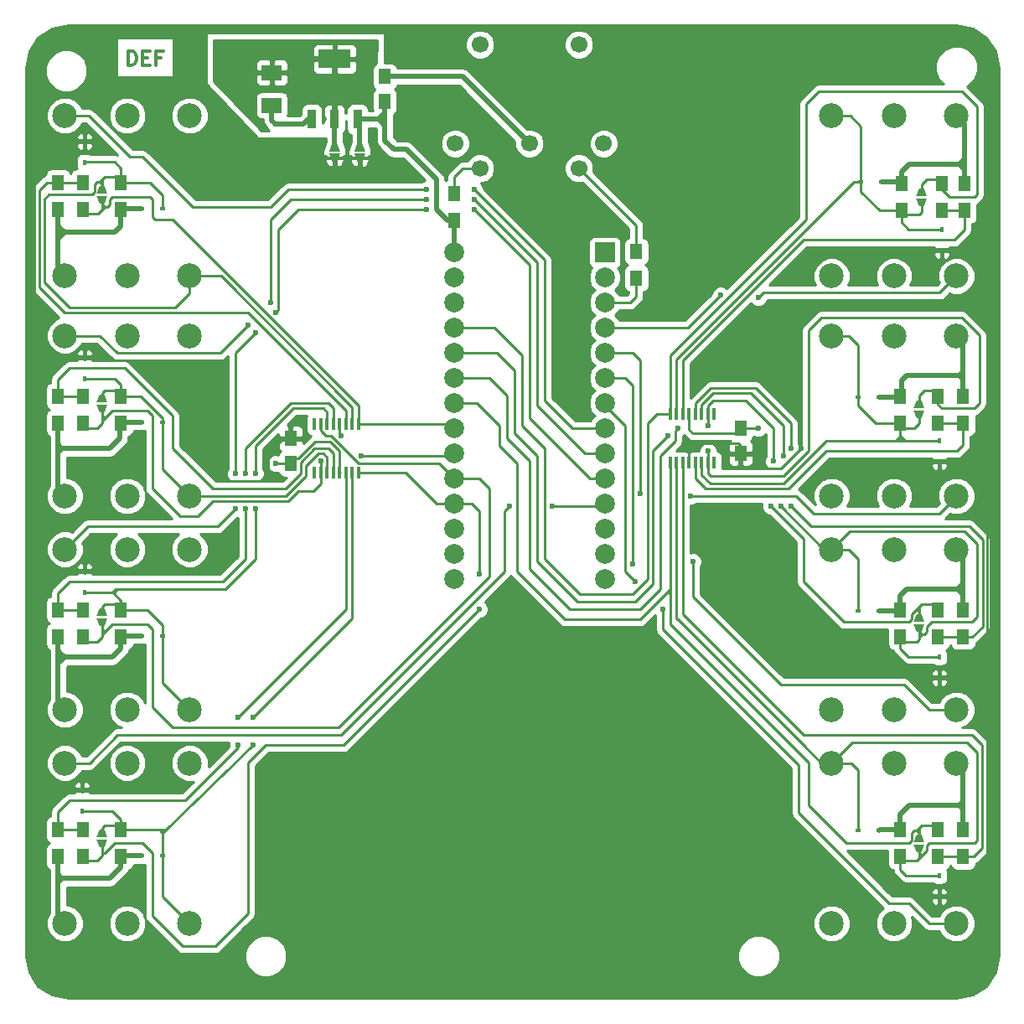
<source format=gtl>
G04 #@! TF.FileFunction,Copper,L1,Top,Signal*
%FSLAX46Y46*%
G04 Gerber Fmt 4.6, Leading zero omitted, Abs format (unit mm)*
G04 Created by KiCad (PCBNEW 0.201510170916+6271~30~ubuntu14.04.1-product) date Tue 27 Oct 2015 04:17:41 PM CET*
%MOMM*%
G01*
G04 APERTURE LIST*
%ADD10C,0.100000*%
%ADD11C,0.300000*%
%ADD12R,0.419100X1.143000*%
%ADD13C,2.500000*%
%ADD14R,2.000000X2.000000*%
%ADD15C,2.000000*%
%ADD16R,1.250000X1.500000*%
%ADD17R,0.450000X0.590000*%
%ADD18R,0.590000X0.450000*%
%ADD19R,1.300000X1.500000*%
%ADD20R,3.250000X1.900000*%
%ADD21R,0.950000X1.900000*%
%ADD22R,2.032000X1.524000*%
%ADD23C,1.700000*%
%ADD24C,0.600000*%
%ADD25C,0.500000*%
%ADD26C,0.250000*%
%ADD27C,0.254000*%
G04 APERTURE END LIST*
D10*
D11*
X105473715Y-57574571D02*
X105473715Y-56074571D01*
X105830858Y-56074571D01*
X106045143Y-56146000D01*
X106188001Y-56288857D01*
X106259429Y-56431714D01*
X106330858Y-56717429D01*
X106330858Y-56931714D01*
X106259429Y-57217429D01*
X106188001Y-57360286D01*
X106045143Y-57503143D01*
X105830858Y-57574571D01*
X105473715Y-57574571D01*
X106973715Y-56788857D02*
X107473715Y-56788857D01*
X107688001Y-57574571D02*
X106973715Y-57574571D01*
X106973715Y-56074571D01*
X107688001Y-56074571D01*
X108830858Y-56788857D02*
X108330858Y-56788857D01*
X108330858Y-57574571D02*
X108330858Y-56074571D01*
X109045144Y-56074571D01*
D12*
X128778000Y-93789500D03*
X128143000Y-93789500D03*
X127508000Y-93789500D03*
X126873000Y-93789500D03*
X126238000Y-93789500D03*
X125603000Y-93789500D03*
X124968000Y-93789500D03*
X124333000Y-93789500D03*
X124333000Y-98742500D03*
X124968000Y-98742500D03*
X125603000Y-98742500D03*
X126238000Y-98742500D03*
X126873000Y-98742500D03*
X127508000Y-98742500D03*
X128143000Y-98742500D03*
X128778000Y-98742500D03*
D13*
X99110000Y-101064000D03*
X105410000Y-101064000D03*
X111710000Y-101064000D03*
X99110000Y-84864000D03*
X105410000Y-84864000D03*
X111710000Y-84864000D03*
D14*
X153670000Y-76454000D03*
D15*
X153670000Y-78994000D03*
X153670000Y-81534000D03*
X153670000Y-84074000D03*
X153670000Y-86614000D03*
X153670000Y-89154000D03*
X153670000Y-91694000D03*
X153670000Y-94234000D03*
X153670000Y-96774000D03*
X153670000Y-99314000D03*
X153670000Y-101854000D03*
X153670000Y-104394000D03*
X153670000Y-106934000D03*
X153670000Y-109474000D03*
X138430000Y-109474000D03*
X138430000Y-106934000D03*
X138430000Y-104394000D03*
X138430000Y-101854000D03*
X138430000Y-99314000D03*
X138430000Y-96774000D03*
X138430000Y-94234000D03*
X138430000Y-91694000D03*
X138430000Y-89154000D03*
X138430000Y-86614000D03*
X138430000Y-84074000D03*
X138430000Y-81534000D03*
X138430000Y-78994000D03*
X138430000Y-76454000D03*
D16*
X121920000Y-95270000D03*
X121920000Y-97770000D03*
X167386000Y-96754000D03*
X167386000Y-94254000D03*
X131445000Y-61194000D03*
X131445000Y-58694000D03*
D17*
X101092000Y-65239000D03*
X101092000Y-67349000D03*
D18*
X109005000Y-72009000D03*
X106895000Y-72009000D03*
D17*
X101092000Y-108673000D03*
X101092000Y-110783000D03*
D18*
X109005000Y-115189000D03*
X106895000Y-115189000D03*
D17*
X101092000Y-87083000D03*
X101092000Y-89193000D03*
D18*
X109005000Y-93599000D03*
X106895000Y-93599000D03*
D17*
X100838000Y-130771000D03*
X100838000Y-132881000D03*
D18*
X109005000Y-137414000D03*
X106895000Y-137414000D03*
D17*
X187452000Y-141517000D03*
X187452000Y-139407000D03*
D18*
X179285000Y-134874000D03*
X181395000Y-134874000D03*
D17*
X187452000Y-97575000D03*
X187452000Y-95465000D03*
D18*
X179285000Y-91059000D03*
X181395000Y-91059000D03*
D17*
X187452000Y-119419000D03*
X187452000Y-117309000D03*
D18*
X179285000Y-112649000D03*
X181395000Y-112649000D03*
D17*
X187706000Y-76239000D03*
X187706000Y-74129000D03*
D18*
X179539000Y-69342000D03*
X181649000Y-69342000D03*
D13*
X99110000Y-78839000D03*
X105410000Y-78839000D03*
X111710000Y-78839000D03*
X99110000Y-62639000D03*
X105410000Y-62639000D03*
X111710000Y-62639000D03*
X99110000Y-122654000D03*
X105410000Y-122654000D03*
X111710000Y-122654000D03*
X99110000Y-106454000D03*
X105410000Y-106454000D03*
X111710000Y-106454000D03*
X99110000Y-144244000D03*
X105410000Y-144244000D03*
X111710000Y-144244000D03*
X99110000Y-128044000D03*
X105410000Y-128044000D03*
X111710000Y-128044000D03*
X189180000Y-128044000D03*
X182880000Y-128044000D03*
X176580000Y-128044000D03*
X189180000Y-144244000D03*
X182880000Y-144244000D03*
X176580000Y-144244000D03*
X189180000Y-84864000D03*
X182880000Y-84864000D03*
X176580000Y-84864000D03*
X189180000Y-101064000D03*
X182880000Y-101064000D03*
X176580000Y-101064000D03*
X189180000Y-106454000D03*
X182880000Y-106454000D03*
X176580000Y-106454000D03*
X189180000Y-122654000D03*
X182880000Y-122654000D03*
X176580000Y-122654000D03*
X189180000Y-62639000D03*
X182880000Y-62639000D03*
X176580000Y-62639000D03*
X189180000Y-78839000D03*
X182880000Y-78839000D03*
X176580000Y-78839000D03*
D19*
X104775000Y-69389000D03*
X104775000Y-72089000D03*
X104775000Y-112569000D03*
X104775000Y-115269000D03*
X104775000Y-90979000D03*
X104775000Y-93679000D03*
X104775000Y-134794000D03*
X104775000Y-137494000D03*
X98425000Y-69389000D03*
X98425000Y-72089000D03*
X98425000Y-112569000D03*
X98425000Y-115269000D03*
X98425000Y-90979000D03*
X98425000Y-93679000D03*
X98425000Y-134794000D03*
X98425000Y-137494000D03*
X100965000Y-72089000D03*
X100965000Y-69389000D03*
X100965000Y-115269000D03*
X100965000Y-112569000D03*
X100965000Y-93679000D03*
X100965000Y-90979000D03*
X100965000Y-137494000D03*
X100965000Y-134794000D03*
X183515000Y-137494000D03*
X183515000Y-134794000D03*
X183515000Y-93679000D03*
X183515000Y-90979000D03*
X183515000Y-115269000D03*
X183515000Y-112569000D03*
X183642000Y-72216000D03*
X183642000Y-69516000D03*
X189865000Y-137494000D03*
X189865000Y-134794000D03*
X189865000Y-93679000D03*
X189865000Y-90979000D03*
X189865000Y-115269000D03*
X189865000Y-112569000D03*
X189992000Y-72216000D03*
X189992000Y-69516000D03*
X187325000Y-134794000D03*
X187325000Y-137494000D03*
X187325000Y-90979000D03*
X187325000Y-93679000D03*
X187325000Y-112569000D03*
X187325000Y-115269000D03*
X187706000Y-69516000D03*
X187706000Y-72216000D03*
X138430000Y-73232000D03*
X138430000Y-70532000D03*
X156845000Y-79074000D03*
X156845000Y-76374000D03*
D20*
X126365000Y-56894000D03*
D21*
X124065000Y-62994000D03*
X126365000Y-62994000D03*
X128665000Y-62994000D03*
D22*
X120015000Y-58293000D03*
X120015000Y-61595000D03*
D12*
X160274000Y-97726500D03*
X160909000Y-97726500D03*
X161544000Y-97726500D03*
X162179000Y-97726500D03*
X162814000Y-97726500D03*
X163449000Y-97726500D03*
X164084000Y-97726500D03*
X164719000Y-97726500D03*
X164719000Y-92773500D03*
X164084000Y-92773500D03*
X163449000Y-92773500D03*
X162814000Y-92773500D03*
X162179000Y-92773500D03*
X161544000Y-92773500D03*
X160909000Y-92773500D03*
X160274000Y-92773500D03*
D23*
X153550000Y-65459000D03*
X146050000Y-65459000D03*
X138550000Y-65459000D03*
X151050000Y-67959000D03*
X141050000Y-67959000D03*
X141050000Y-55459000D03*
X151050000Y-55459000D03*
D10*
G36*
X102620000Y-90786000D02*
X103120000Y-90786000D01*
X103420000Y-91586000D01*
X102320000Y-91586000D01*
X102620000Y-90786000D01*
X102620000Y-90786000D01*
G37*
G36*
X102320000Y-91802000D02*
X103420000Y-91802000D01*
X103120000Y-92602000D01*
X102620000Y-92602000D01*
X102320000Y-91802000D01*
X102320000Y-91802000D01*
G37*
G36*
X102620000Y-69704000D02*
X103120000Y-69704000D01*
X103420000Y-70504000D01*
X102320000Y-70504000D01*
X102620000Y-69704000D01*
X102620000Y-69704000D01*
G37*
G36*
X102320000Y-70720000D02*
X103420000Y-70720000D01*
X103120000Y-71520000D01*
X102620000Y-71520000D01*
X102320000Y-70720000D01*
X102320000Y-70720000D01*
G37*
G36*
X102620000Y-112376000D02*
X103120000Y-112376000D01*
X103420000Y-113176000D01*
X102320000Y-113176000D01*
X102620000Y-112376000D01*
X102620000Y-112376000D01*
G37*
G36*
X102320000Y-113392000D02*
X103420000Y-113392000D01*
X103120000Y-114192000D01*
X102620000Y-114192000D01*
X102320000Y-113392000D01*
X102320000Y-113392000D01*
G37*
G36*
X102620000Y-134728000D02*
X103120000Y-134728000D01*
X103420000Y-135528000D01*
X102320000Y-135528000D01*
X102620000Y-134728000D01*
X102620000Y-134728000D01*
G37*
G36*
X102320000Y-135744000D02*
X103420000Y-135744000D01*
X103120000Y-136544000D01*
X102620000Y-136544000D01*
X102320000Y-135744000D01*
X102320000Y-135744000D01*
G37*
G36*
X185670000Y-137052000D02*
X185170000Y-137052000D01*
X184870000Y-136252000D01*
X185970000Y-136252000D01*
X185670000Y-137052000D01*
X185670000Y-137052000D01*
G37*
G36*
X185970000Y-136036000D02*
X184870000Y-136036000D01*
X185170000Y-135236000D01*
X185670000Y-135236000D01*
X185970000Y-136036000D01*
X185970000Y-136036000D01*
G37*
G36*
X185670000Y-114827000D02*
X185170000Y-114827000D01*
X184870000Y-114027000D01*
X185970000Y-114027000D01*
X185670000Y-114827000D01*
X185670000Y-114827000D01*
G37*
G36*
X185970000Y-113811000D02*
X184870000Y-113811000D01*
X185170000Y-113011000D01*
X185670000Y-113011000D01*
X185970000Y-113811000D01*
X185970000Y-113811000D01*
G37*
G36*
X185670000Y-93237000D02*
X185170000Y-93237000D01*
X184870000Y-92437000D01*
X185970000Y-92437000D01*
X185670000Y-93237000D01*
X185670000Y-93237000D01*
G37*
G36*
X185970000Y-92221000D02*
X184870000Y-92221000D01*
X185170000Y-91421000D01*
X185670000Y-91421000D01*
X185970000Y-92221000D01*
X185970000Y-92221000D01*
G37*
G36*
X185924000Y-71774000D02*
X185424000Y-71774000D01*
X185124000Y-70974000D01*
X186224000Y-70974000D01*
X185924000Y-71774000D01*
X185924000Y-71774000D01*
G37*
G36*
X186224000Y-70758000D02*
X185124000Y-70758000D01*
X185424000Y-69958000D01*
X185924000Y-69958000D01*
X186224000Y-70758000D01*
X186224000Y-70758000D01*
G37*
G36*
X128655000Y-65449500D02*
X129155000Y-65449500D01*
X129455000Y-66249500D01*
X128355000Y-66249500D01*
X128655000Y-65449500D01*
X128655000Y-65449500D01*
G37*
G36*
X128355000Y-66465500D02*
X129455000Y-66465500D01*
X129155000Y-67265500D01*
X128655000Y-67265500D01*
X128355000Y-66465500D01*
X128355000Y-66465500D01*
G37*
G36*
X126115000Y-65449500D02*
X126615000Y-65449500D01*
X126915000Y-66249500D01*
X125815000Y-66249500D01*
X126115000Y-65449500D01*
X126115000Y-65449500D01*
G37*
G36*
X125815000Y-66465500D02*
X126915000Y-66465500D01*
X126615000Y-67265500D01*
X126115000Y-67265500D01*
X125815000Y-66465500D01*
X125815000Y-66465500D01*
G37*
D24*
X120396000Y-63500000D03*
X169164000Y-94234000D03*
X120396000Y-97790000D03*
X169164000Y-81026000D03*
X165354000Y-80772000D03*
X162306000Y-101092000D03*
X157226000Y-100838000D03*
X156464000Y-107950000D03*
X162560000Y-107696000D03*
X159512000Y-112522000D03*
X156718000Y-109728000D03*
X140462000Y-70104000D03*
X135636000Y-70104000D03*
X140462000Y-71120000D03*
X135636000Y-71120000D03*
X119888000Y-81534000D03*
X117602000Y-83820000D03*
X116332000Y-102362000D03*
X116332000Y-98806000D03*
X118364000Y-84582000D03*
X120396000Y-82550000D03*
X135636000Y-72136000D03*
X140462000Y-72136000D03*
X144018000Y-102108000D03*
X148336000Y-102108000D03*
X140970000Y-112522000D03*
X140970000Y-108966000D03*
X124943973Y-97518838D03*
X129032000Y-97028000D03*
X170688000Y-97536000D03*
X170434000Y-102108000D03*
X164084000Y-93980000D03*
X161036000Y-94234000D03*
X164084000Y-96520000D03*
X160020000Y-94996000D03*
X176530000Y-97536000D03*
X173482000Y-96266000D03*
X123444000Y-94996000D03*
X127000000Y-94996000D03*
X118364000Y-98806000D03*
X118364000Y-102362000D03*
X118110000Y-123444000D03*
X118110000Y-126238000D03*
X171450000Y-102108000D03*
X171704000Y-97028000D03*
X117348000Y-102362000D03*
X117348000Y-98806000D03*
X116586000Y-123444000D03*
X116586000Y-126238000D03*
X172466000Y-102108000D03*
X172466000Y-96266000D03*
D25*
X99060000Y-74422000D02*
X98425000Y-75057000D01*
X98552000Y-74676000D02*
X98425000Y-74676000D01*
X98425000Y-74803000D02*
X98552000Y-74676000D01*
X98425000Y-75057000D02*
X98425000Y-74803000D01*
X99060000Y-74422000D02*
X98425000Y-73787000D01*
X98552000Y-73914000D02*
X98425000Y-73914000D01*
X98425000Y-73787000D02*
X98552000Y-73914000D01*
X104775000Y-72089000D02*
X104775000Y-73787000D01*
X104140000Y-74422000D02*
X99060000Y-74422000D01*
X99060000Y-74422000D02*
X98425000Y-74422000D01*
X104775000Y-73787000D02*
X104140000Y-74422000D01*
X106895000Y-72009000D02*
X104855000Y-72009000D01*
X104855000Y-72009000D02*
X104775000Y-72089000D01*
X98425000Y-72089000D02*
X98425000Y-73914000D01*
X98425000Y-73914000D02*
X98425000Y-74422000D01*
X98425000Y-74422000D02*
X98425000Y-74676000D01*
X98425000Y-74676000D02*
X98425000Y-78154000D01*
X98425000Y-78154000D02*
X99110000Y-78839000D01*
X98806000Y-96266000D02*
X98425000Y-96647000D01*
X98552000Y-96520000D02*
X98425000Y-96520000D01*
X98425000Y-96647000D02*
X98552000Y-96520000D01*
X98806000Y-96266000D02*
X98425000Y-95885000D01*
X98552000Y-96012000D02*
X98425000Y-96012000D01*
X98425000Y-95885000D02*
X98552000Y-96012000D01*
X104775000Y-93679000D02*
X104648000Y-93806000D01*
X104648000Y-93806000D02*
X104648000Y-95250000D01*
X103632000Y-96266000D02*
X98806000Y-96266000D01*
X98806000Y-96266000D02*
X98425000Y-96266000D01*
X104648000Y-95250000D02*
X103632000Y-96266000D01*
X99110000Y-101064000D02*
X98425000Y-100379000D01*
X98425000Y-100379000D02*
X98425000Y-96774000D01*
X98425000Y-96774000D02*
X98425000Y-96520000D01*
X98425000Y-96520000D02*
X98425000Y-96266000D01*
X98425000Y-96266000D02*
X98425000Y-96012000D01*
X98425000Y-96012000D02*
X98425000Y-93679000D01*
X106895000Y-93599000D02*
X104855000Y-93599000D01*
X104855000Y-93599000D02*
X104775000Y-93679000D01*
X99060000Y-117348000D02*
X98425000Y-116713000D01*
X98552000Y-116840000D02*
X98425000Y-116840000D01*
X98425000Y-116713000D02*
X98552000Y-116840000D01*
X98425000Y-117856000D02*
X98552000Y-117856000D01*
X98552000Y-117856000D02*
X99060000Y-117348000D01*
X98806000Y-139700000D02*
X98425000Y-139319000D01*
X98552000Y-139446000D02*
X98425000Y-139446000D01*
X98425000Y-139319000D02*
X98552000Y-139446000D01*
X98425000Y-140208000D02*
X98425000Y-140081000D01*
X98425000Y-140081000D02*
X98806000Y-139700000D01*
X98425000Y-117348000D02*
X99060000Y-117348000D01*
X99060000Y-117348000D02*
X103886000Y-117348000D01*
X103886000Y-117348000D02*
X104775000Y-116459000D01*
X104775000Y-116459000D02*
X104775000Y-115269000D01*
X98425000Y-115269000D02*
X98425000Y-116840000D01*
X98425000Y-116840000D02*
X98425000Y-117348000D01*
X98425000Y-117348000D02*
X98425000Y-117856000D01*
X98425000Y-117856000D02*
X98425000Y-121969000D01*
X98425000Y-121969000D02*
X99110000Y-122654000D01*
X106895000Y-115189000D02*
X104855000Y-115189000D01*
X104855000Y-115189000D02*
X104775000Y-115269000D01*
X98425000Y-139700000D02*
X98806000Y-139700000D01*
X98806000Y-139700000D02*
X103632000Y-139700000D01*
X103632000Y-139700000D02*
X104775000Y-138557000D01*
X104775000Y-138557000D02*
X104775000Y-137494000D01*
X98425000Y-137494000D02*
X98425000Y-139446000D01*
X98425000Y-139446000D02*
X98425000Y-139700000D01*
X98425000Y-139700000D02*
X98425000Y-140208000D01*
X98425000Y-140208000D02*
X98425000Y-143559000D01*
X98425000Y-143559000D02*
X99110000Y-144244000D01*
X106895000Y-137414000D02*
X104855000Y-137414000D01*
X104855000Y-137414000D02*
X104775000Y-137494000D01*
X183515000Y-134794000D02*
X181475000Y-134794000D01*
X181475000Y-134794000D02*
X181395000Y-134874000D01*
X189484000Y-132334000D02*
X189865000Y-132715000D01*
X189738000Y-132588000D02*
X189865000Y-132588000D01*
X189865000Y-132715000D02*
X189738000Y-132588000D01*
X189484000Y-132334000D02*
X189865000Y-131953000D01*
X189738000Y-132080000D02*
X189865000Y-132080000D01*
X189865000Y-131953000D02*
X189738000Y-132080000D01*
X183515000Y-134794000D02*
X183515000Y-133223000D01*
X184404000Y-132334000D02*
X189484000Y-132334000D01*
X189484000Y-132334000D02*
X189865000Y-132334000D01*
X183515000Y-133223000D02*
X184404000Y-132334000D01*
X189180000Y-128044000D02*
X189865000Y-128729000D01*
X189865000Y-128729000D02*
X189865000Y-132080000D01*
X189865000Y-132080000D02*
X189865000Y-132334000D01*
X189865000Y-132334000D02*
X189865000Y-132588000D01*
X189865000Y-132588000D02*
X189865000Y-134794000D01*
X183515000Y-112569000D02*
X183435000Y-112649000D01*
X183435000Y-112649000D02*
X181395000Y-112649000D01*
X189865000Y-110998000D02*
X189357000Y-110490000D01*
X189865000Y-109982000D02*
X189357000Y-110490000D01*
X189357000Y-110490000D02*
X189230000Y-110490000D01*
X183515000Y-112569000D02*
X183515000Y-111125000D01*
X183515000Y-111125000D02*
X184150000Y-110490000D01*
X184150000Y-110490000D02*
X189230000Y-110490000D01*
X189230000Y-110490000D02*
X189865000Y-110490000D01*
X189865000Y-112569000D02*
X189865000Y-110998000D01*
X189865000Y-110998000D02*
X189865000Y-110490000D01*
X189865000Y-110490000D02*
X189865000Y-109982000D01*
X189865000Y-109982000D02*
X189865000Y-107139000D01*
X189865000Y-107139000D02*
X189180000Y-106454000D01*
X181395000Y-91059000D02*
X183435000Y-91059000D01*
X183435000Y-91059000D02*
X183515000Y-90979000D01*
X189865000Y-89154000D02*
X189738000Y-89154000D01*
X189738000Y-89154000D02*
X189484000Y-88900000D01*
X189484000Y-88900000D02*
X189865000Y-88519000D01*
X189865000Y-88519000D02*
X189738000Y-88646000D01*
X189738000Y-88646000D02*
X189865000Y-88646000D01*
X183515000Y-90979000D02*
X183642000Y-90852000D01*
X183642000Y-90852000D02*
X183642000Y-89408000D01*
X183642000Y-89408000D02*
X184150000Y-88900000D01*
X184150000Y-88900000D02*
X189484000Y-88900000D01*
X189484000Y-88900000D02*
X189865000Y-88900000D01*
X189180000Y-84864000D02*
X189865000Y-85549000D01*
X189865000Y-85549000D02*
X189865000Y-88646000D01*
X189865000Y-88646000D02*
X189865000Y-88900000D01*
X189865000Y-88900000D02*
X189865000Y-89154000D01*
X189865000Y-89154000D02*
X189865000Y-90979000D01*
X181649000Y-69342000D02*
X183468000Y-69342000D01*
X183468000Y-69342000D02*
X183642000Y-69516000D01*
X183642000Y-69516000D02*
X183468000Y-69342000D01*
X189484000Y-67564000D02*
X189992000Y-67056000D01*
X189992000Y-68072000D02*
X189484000Y-67564000D01*
X183642000Y-69516000D02*
X183642000Y-68326000D01*
X183642000Y-68326000D02*
X184404000Y-67564000D01*
X184404000Y-67564000D02*
X189484000Y-67564000D01*
X189484000Y-67564000D02*
X189992000Y-67564000D01*
X189180000Y-62639000D02*
X189992000Y-63451000D01*
X189992000Y-63451000D02*
X189992000Y-67056000D01*
X189992000Y-67056000D02*
X189992000Y-67564000D01*
X189992000Y-67564000D02*
X189992000Y-68072000D01*
X189992000Y-68072000D02*
X189992000Y-69516000D01*
X131445000Y-58694000D02*
X139285000Y-58694000D01*
X139285000Y-58694000D02*
X146050000Y-65459000D01*
X124065000Y-62994000D02*
X123696000Y-62994000D01*
X123696000Y-62994000D02*
X123190000Y-63500000D01*
X123190000Y-63500000D02*
X120396000Y-63500000D01*
X120396000Y-63500000D02*
X120015000Y-63119000D01*
X120015000Y-63119000D02*
X120015000Y-61595000D01*
D26*
X162179000Y-94107000D02*
X162179000Y-94361000D01*
X162560000Y-94742000D02*
X166898000Y-94742000D01*
X162179000Y-94361000D02*
X162560000Y-94742000D01*
X166898000Y-94742000D02*
X167386000Y-94254000D01*
X162179000Y-92773500D02*
X162179000Y-94107000D01*
X167152000Y-94488000D02*
X167386000Y-94254000D01*
X167386000Y-94254000D02*
X169144000Y-94254000D01*
X169144000Y-94254000D02*
X169164000Y-94234000D01*
X126873000Y-97663000D02*
X126873000Y-96521398D01*
X124395801Y-95568199D02*
X124206000Y-95758000D01*
X125919801Y-95568199D02*
X124395801Y-95568199D01*
X126873000Y-96521398D02*
X125919801Y-95568199D01*
X121920000Y-97770000D02*
X122408000Y-97282000D01*
X122408000Y-97282000D02*
X122682000Y-97282000D01*
X126873000Y-97663000D02*
X126873000Y-97790000D01*
X126873000Y-97790000D02*
X126873000Y-98742500D01*
X123698000Y-96266000D02*
X124206000Y-95758000D01*
X122682000Y-97282000D02*
X123698000Y-96266000D01*
X126873000Y-98742500D02*
X126935801Y-98679699D01*
X122174000Y-97770000D02*
X120416000Y-97770000D01*
X120416000Y-97770000D02*
X120396000Y-97790000D01*
X98298000Y-93806000D02*
X98425000Y-93679000D01*
X104855000Y-93599000D02*
X104775000Y-93679000D01*
X98298000Y-121842000D02*
X99110000Y-122654000D01*
X98298000Y-115396000D02*
X98425000Y-115269000D01*
X104855000Y-115189000D02*
X104775000Y-115269000D01*
X98298000Y-143432000D02*
X99110000Y-144244000D01*
X98298000Y-137621000D02*
X98425000Y-137494000D01*
X106895000Y-137414000D02*
X106815000Y-137494000D01*
X98298000Y-78027000D02*
X99110000Y-78839000D01*
X98298000Y-72216000D02*
X98425000Y-72089000D01*
X98425000Y-78154000D02*
X99110000Y-78839000D01*
X104855000Y-72009000D02*
X104775000Y-72089000D01*
X189738000Y-90852000D02*
X189865000Y-90979000D01*
X189738000Y-85422000D02*
X189180000Y-84864000D01*
X189992000Y-112442000D02*
X189865000Y-112569000D01*
X189992000Y-107266000D02*
X189180000Y-106454000D01*
X189992000Y-134667000D02*
X189865000Y-134794000D01*
X189992000Y-128856000D02*
X189180000Y-128044000D01*
X183515000Y-134794000D02*
X183642000Y-134667000D01*
X181395000Y-134874000D02*
X181475000Y-134794000D01*
X183435000Y-91059000D02*
X183515000Y-90979000D01*
X104775000Y-137494000D02*
X104775000Y-137944000D01*
X162052000Y-84074000D02*
X165354000Y-80772000D01*
X153670000Y-84074000D02*
X162052000Y-84074000D01*
X187501000Y-80518000D02*
X189180000Y-78839000D01*
X169672000Y-80518000D02*
X187501000Y-80518000D01*
X169164000Y-81026000D02*
X169672000Y-80518000D01*
X189180000Y-101064000D02*
X189180000Y-101142000D01*
X189180000Y-101142000D02*
X187452000Y-102870000D01*
X187452000Y-102870000D02*
X174752000Y-102870000D01*
X174752000Y-102870000D02*
X172974000Y-101092000D01*
X172974000Y-101092000D02*
X162306000Y-101092000D01*
X157226000Y-100838000D02*
X157226000Y-92456000D01*
X157226000Y-92456000D02*
X157226000Y-87376000D01*
X157226000Y-87376000D02*
X156464000Y-86614000D01*
X156464000Y-86614000D02*
X153670000Y-86614000D01*
X189180000Y-122654000D02*
X186408000Y-122654000D01*
X155702000Y-89154000D02*
X153670000Y-89154000D01*
X156464000Y-89916000D02*
X155702000Y-89154000D01*
X156464000Y-93472000D02*
X156464000Y-89916000D01*
X156464000Y-96012000D02*
X156464000Y-93472000D01*
X156464000Y-107950000D02*
X156464000Y-96012000D01*
X162560000Y-111252000D02*
X162560000Y-107696000D01*
X171450000Y-120142000D02*
X162560000Y-111252000D01*
X183896000Y-120142000D02*
X171450000Y-120142000D01*
X186408000Y-122654000D02*
X183896000Y-120142000D01*
X159512000Y-114046000D02*
X159512000Y-114554000D01*
X159512000Y-114554000D02*
X173228000Y-128270000D01*
X155702000Y-108712000D02*
X156718000Y-109728000D01*
X173228000Y-128270000D02*
X173228000Y-133096000D01*
X159512000Y-112522000D02*
X159512000Y-114046000D01*
X184150000Y-142240000D02*
X182372000Y-142240000D01*
X182372000Y-142240000D02*
X173228000Y-133096000D01*
X184150000Y-142240000D02*
X184404000Y-142240000D01*
X184404000Y-142240000D02*
X186408000Y-144244000D01*
X186408000Y-144244000D02*
X189180000Y-144244000D01*
X153670000Y-91694000D02*
X153670000Y-91948000D01*
X153670000Y-91948000D02*
X155702000Y-93980000D01*
X155702000Y-93980000D02*
X155702000Y-108712000D01*
X121666000Y-70104000D02*
X119888000Y-71882000D01*
X112014000Y-71882000D02*
X106934000Y-66802000D01*
X119888000Y-71882000D02*
X112014000Y-71882000D01*
X121666000Y-70104000D02*
X135636000Y-70104000D01*
X150368000Y-94234000D02*
X153670000Y-94234000D01*
X147574000Y-91440000D02*
X150368000Y-94234000D01*
X147574000Y-77216000D02*
X147574000Y-91440000D01*
X140462000Y-70104000D02*
X147574000Y-77216000D01*
X99110000Y-62639000D02*
X101501000Y-62639000D01*
X105664000Y-66802000D02*
X106934000Y-66802000D01*
X101501000Y-62639000D02*
X105664000Y-66802000D01*
X106172000Y-86614000D02*
X114808000Y-86614000D01*
X102644000Y-84864000D02*
X102588000Y-84864000D01*
X104394000Y-86614000D02*
X102644000Y-84864000D01*
X106172000Y-86614000D02*
X104394000Y-86614000D01*
X133858000Y-71120000D02*
X121920000Y-71120000D01*
X151638000Y-96774000D02*
X146812000Y-91948000D01*
X146812000Y-91948000D02*
X146812000Y-77470000D01*
X146812000Y-77470000D02*
X140462000Y-71120000D01*
X135636000Y-71120000D02*
X133858000Y-71120000D01*
X153670000Y-96774000D02*
X151638000Y-96774000D01*
X119888000Y-73152000D02*
X119888000Y-81534000D01*
X121920000Y-71120000D02*
X119888000Y-73152000D01*
X114808000Y-86614000D02*
X117602000Y-83820000D01*
X99110000Y-84864000D02*
X102588000Y-84864000D01*
X153670000Y-99314000D02*
X152146000Y-99314000D01*
X101424000Y-104140000D02*
X99110000Y-106454000D01*
X114554000Y-104140000D02*
X101424000Y-104140000D01*
X116332000Y-102362000D02*
X114554000Y-104140000D01*
X116332000Y-86614000D02*
X116332000Y-98806000D01*
X118364000Y-84582000D02*
X116332000Y-86614000D01*
X120650000Y-82296000D02*
X120396000Y-82550000D01*
X120650000Y-74168000D02*
X120650000Y-82296000D01*
X122682000Y-72136000D02*
X120650000Y-74168000D01*
X125730000Y-72136000D02*
X122682000Y-72136000D01*
X135636000Y-72136000D02*
X125730000Y-72136000D01*
X146050000Y-77724000D02*
X140462000Y-72136000D01*
X146050000Y-93218000D02*
X146050000Y-77724000D01*
X152146000Y-99314000D02*
X146050000Y-93218000D01*
X143002000Y-109220000D02*
X143510000Y-108712000D01*
X143510000Y-102616000D02*
X144018000Y-102108000D01*
X143510000Y-108712000D02*
X143510000Y-102616000D01*
X153416000Y-102108000D02*
X150114000Y-102108000D01*
X127000000Y-125222000D02*
X142367000Y-109855000D01*
X142367000Y-109855000D02*
X142494000Y-109728000D01*
X101572000Y-128044000D02*
X99110000Y-128044000D01*
X104394000Y-125222000D02*
X127000000Y-125222000D01*
X101572000Y-128044000D02*
X104394000Y-125222000D01*
X142494000Y-109728000D02*
X143002000Y-109220000D01*
X148336000Y-102108000D02*
X150114000Y-102108000D01*
X153416000Y-102108000D02*
X153670000Y-101854000D01*
X112268000Y-146558000D02*
X114300000Y-146558000D01*
X117602000Y-128016000D02*
X119380000Y-126238000D01*
X117602000Y-143256000D02*
X117602000Y-128016000D01*
X114300000Y-146558000D02*
X117602000Y-143256000D01*
X140970000Y-112522000D02*
X133604000Y-119888000D01*
X138430000Y-101854000D02*
X140208000Y-101854000D01*
X140970000Y-102616000D02*
X140970000Y-108966000D01*
X140208000Y-101854000D02*
X140970000Y-102616000D01*
X133604000Y-119888000D02*
X127254000Y-126238000D01*
X127254000Y-126238000D02*
X119380000Y-126238000D01*
X112268000Y-146558000D02*
X110998000Y-146558000D01*
X107950000Y-143510000D02*
X110998000Y-146558000D01*
X103124000Y-137160000D02*
X102870000Y-137160000D01*
X103124000Y-137160000D02*
X104140000Y-136144000D01*
X104140000Y-136144000D02*
X106934000Y-136144000D01*
X106934000Y-136144000D02*
X107950000Y-137160000D01*
X107950000Y-137160000D02*
X107950000Y-143510000D01*
X128778000Y-98742500D02*
X133540500Y-98742500D01*
X136652000Y-101854000D02*
X138430000Y-101854000D01*
X133540500Y-98742500D02*
X136652000Y-101854000D01*
X102870000Y-136093200D02*
X102870000Y-137160000D01*
X102870000Y-137160000D02*
X102870000Y-137414000D01*
X102870000Y-137414000D02*
X102362000Y-137922000D01*
X102362000Y-137922000D02*
X101393000Y-137922000D01*
X101393000Y-137922000D02*
X100965000Y-137494000D01*
X124968000Y-93789500D02*
X124968000Y-94488000D01*
X136906000Y-97790000D02*
X138430000Y-99314000D01*
X128778000Y-97790000D02*
X136906000Y-97790000D01*
X125984000Y-94996000D02*
X128778000Y-97790000D01*
X125476000Y-94996000D02*
X125984000Y-94996000D01*
X124968000Y-94488000D02*
X125476000Y-94996000D01*
X141224000Y-109982000D02*
X141986000Y-109220000D01*
X140970000Y-99314000D02*
X138430000Y-99314000D01*
X141986000Y-100330000D02*
X140970000Y-99314000D01*
X141986000Y-109220000D02*
X141986000Y-100330000D01*
X103124000Y-114808000D02*
X102870000Y-115062000D01*
X103124000Y-114808000D02*
X102870000Y-114554000D01*
X107950000Y-116840000D02*
X107950000Y-122428000D01*
X103124000Y-114808000D02*
X103886000Y-114046000D01*
X103886000Y-114046000D02*
X107442000Y-114046000D01*
X107442000Y-114046000D02*
X107950000Y-114554000D01*
X107950000Y-114554000D02*
X107950000Y-116840000D01*
X102870000Y-114808000D02*
X103124000Y-114808000D01*
X126746000Y-124460000D02*
X141224000Y-109982000D01*
X109982000Y-124460000D02*
X126746000Y-124460000D01*
X107950000Y-122428000D02*
X109982000Y-124460000D01*
X100965000Y-115269000D02*
X100965000Y-114681000D01*
X102870000Y-113741200D02*
X102870000Y-114554000D01*
X102870000Y-114554000D02*
X102870000Y-114808000D01*
X102870000Y-114808000D02*
X102870000Y-115062000D01*
X102870000Y-115062000D02*
X102870000Y-115316000D01*
X102870000Y-115316000D02*
X102362000Y-115824000D01*
X102362000Y-115824000D02*
X102108000Y-115824000D01*
X102108000Y-115824000D02*
X101520000Y-115824000D01*
X101520000Y-115824000D02*
X100965000Y-115269000D01*
X101266000Y-115570000D02*
X100965000Y-115269000D01*
X123190000Y-100584000D02*
X122682000Y-100584000D01*
X114046000Y-101600000D02*
X112522000Y-103124000D01*
X121666000Y-101600000D02*
X114046000Y-101600000D01*
X122682000Y-100584000D02*
X121666000Y-101600000D01*
X124968000Y-99568000D02*
X124968000Y-99822000D01*
X124968000Y-99822000D02*
X124206000Y-100584000D01*
X124206000Y-100584000D02*
X123190000Y-100584000D01*
X107950000Y-100330000D02*
X110744000Y-103124000D01*
X110744000Y-103124000D02*
X112522000Y-103124000D01*
X124968000Y-99568000D02*
X124968000Y-98742500D01*
X129032000Y-97028000D02*
X138176000Y-97028000D01*
X124968000Y-98742500D02*
X124943973Y-97518838D01*
X138176000Y-97028000D02*
X138430000Y-96774000D01*
X102362000Y-94234000D02*
X101520000Y-94234000D01*
X102870000Y-93726000D02*
X102362000Y-94234000D01*
X101520000Y-94234000D02*
X100965000Y-93679000D01*
X107950000Y-95758000D02*
X107950000Y-100330000D01*
X103124000Y-93218000D02*
X103886000Y-92456000D01*
X103886000Y-92456000D02*
X107442000Y-92456000D01*
X107442000Y-92456000D02*
X107950000Y-92964000D01*
X107950000Y-92964000D02*
X107950000Y-95758000D01*
X103124000Y-93218000D02*
X102870000Y-92964000D01*
X103124000Y-93218000D02*
X102870000Y-93472000D01*
X102870000Y-93218000D02*
X103124000Y-93218000D01*
X102870000Y-92151200D02*
X102870000Y-92964000D01*
X102870000Y-92964000D02*
X102870000Y-93218000D01*
X102870000Y-93218000D02*
X102870000Y-93472000D01*
X102870000Y-93472000D02*
X102870000Y-93726000D01*
X128778000Y-91948000D02*
X110744000Y-73914000D01*
X110744000Y-73914000D02*
X109982000Y-73152000D01*
X103124000Y-71882000D02*
X102870000Y-71628000D01*
X103124000Y-71882000D02*
X102870000Y-72136000D01*
X102870000Y-71882000D02*
X103124000Y-71882000D01*
X103124000Y-71882000D02*
X103378000Y-71882000D01*
X103886000Y-70866000D02*
X105156000Y-70866000D01*
X105156000Y-70866000D02*
X107696000Y-70866000D01*
X107696000Y-70866000D02*
X107950000Y-71120000D01*
X107950000Y-71120000D02*
X107950000Y-72898000D01*
X107950000Y-72898000D02*
X108204000Y-73152000D01*
X108204000Y-73152000D02*
X109982000Y-73152000D01*
X103632000Y-71120000D02*
X103886000Y-70866000D01*
X103378000Y-71882000D02*
X103632000Y-71628000D01*
X103632000Y-71628000D02*
X103632000Y-71120000D01*
X128778000Y-91948000D02*
X128778000Y-93789500D01*
X128778000Y-93789500D02*
X137985500Y-93789500D01*
X137985500Y-93789500D02*
X138430000Y-94234000D01*
X102870000Y-71069200D02*
X102870000Y-71120000D01*
X102870000Y-71120000D02*
X102870000Y-71628000D01*
X102870000Y-71628000D02*
X102870000Y-71882000D01*
X102870000Y-71882000D02*
X102870000Y-72136000D01*
X102489000Y-72517000D02*
X101393000Y-72517000D01*
X102870000Y-72136000D02*
X102489000Y-72517000D01*
X101393000Y-72517000D02*
X100965000Y-72089000D01*
X102870000Y-71247000D02*
X102870000Y-71069200D01*
X157226000Y-113538000D02*
X149606000Y-113538000D01*
X149606000Y-113538000D02*
X144780000Y-108712000D01*
X160020000Y-110744000D02*
X157226000Y-113538000D01*
X140716000Y-91694000D02*
X138430000Y-91694000D01*
X143002000Y-93980000D02*
X140716000Y-91694000D01*
X143002000Y-96012000D02*
X143002000Y-93980000D01*
X144780000Y-97790000D02*
X143002000Y-96012000D01*
X144780000Y-108712000D02*
X144780000Y-97790000D01*
X160020000Y-110744000D02*
X160274000Y-110998000D01*
X160020000Y-110744000D02*
X160274000Y-110490000D01*
X160274000Y-114046000D02*
X174244000Y-128016000D01*
X160274000Y-112014000D02*
X160274000Y-112268000D01*
X160274000Y-110998000D02*
X160274000Y-112014000D01*
X160274000Y-112268000D02*
X160274000Y-112522000D01*
X160274000Y-112522000D02*
X160274000Y-113792000D01*
X184404000Y-136144000D02*
X178054000Y-136144000D01*
X184658000Y-135890000D02*
X184404000Y-136144000D01*
X184658000Y-135128000D02*
X184658000Y-135890000D01*
X184912000Y-134874000D02*
X184658000Y-135128000D01*
X185166000Y-134874000D02*
X184912000Y-134874000D01*
X174244000Y-128524000D02*
X174244000Y-132334000D01*
X174244000Y-132334000D02*
X178054000Y-136144000D01*
X160274000Y-113792000D02*
X160274000Y-114046000D01*
X174244000Y-128016000D02*
X174244000Y-128524000D01*
X185166000Y-134874000D02*
X185420000Y-135128000D01*
X185166000Y-134874000D02*
X185420000Y-134620000D01*
X185420000Y-134874000D02*
X185166000Y-134874000D01*
X160274000Y-97726500D02*
X160274000Y-110490000D01*
X160274000Y-110490000D02*
X160274000Y-110998000D01*
X185420000Y-135686800D02*
X185420000Y-135128000D01*
X185420000Y-135128000D02*
X185420000Y-134874000D01*
X185420000Y-134874000D02*
X185420000Y-134620000D01*
X185674000Y-134366000D02*
X186897000Y-134366000D01*
X185420000Y-134620000D02*
X185674000Y-134366000D01*
X186897000Y-134366000D02*
X187325000Y-134794000D01*
X185166000Y-112522000D02*
X185420000Y-112776000D01*
X185420000Y-112268000D02*
X185420000Y-112522000D01*
X185166000Y-112522000D02*
X185420000Y-112268000D01*
X185420000Y-112268000D02*
X185674000Y-112014000D01*
X185674000Y-112014000D02*
X185928000Y-112014000D01*
X185420000Y-112522000D02*
X185166000Y-112522000D01*
X164084000Y-91948000D02*
X164592000Y-91440000D01*
X164592000Y-91440000D02*
X167894000Y-91440000D01*
X167894000Y-91440000D02*
X170688000Y-94234000D01*
X170688000Y-94234000D02*
X170688000Y-97536000D01*
X170434000Y-102108000D02*
X173736000Y-105410000D01*
X173736000Y-105410000D02*
X173736000Y-109728000D01*
X173736000Y-109728000D02*
X177546000Y-113538000D01*
X164084000Y-91948000D02*
X164084000Y-92773500D01*
X177800000Y-113792000D02*
X177546000Y-113538000D01*
X184404000Y-113792000D02*
X177800000Y-113792000D01*
X184658000Y-113538000D02*
X184404000Y-113792000D01*
X184658000Y-113030000D02*
X184658000Y-113538000D01*
X185166000Y-112522000D02*
X184658000Y-113030000D01*
X150114000Y-112522000D02*
X157226000Y-112522000D01*
X146050000Y-108458000D02*
X146050000Y-97536000D01*
X146050000Y-97536000D02*
X143764000Y-95250000D01*
X143764000Y-95250000D02*
X143764000Y-90932000D01*
X143764000Y-90932000D02*
X141986000Y-89154000D01*
X141986000Y-89154000D02*
X138430000Y-89154000D01*
X161036000Y-94234000D02*
X160782000Y-94488000D01*
X160782000Y-94488000D02*
X160782000Y-95250000D01*
X164084000Y-92773500D02*
X164084000Y-93980000D01*
X159258000Y-110490000D02*
X157226000Y-112522000D01*
X159258000Y-97028000D02*
X159258000Y-110490000D01*
X160782000Y-95504000D02*
X159258000Y-97028000D01*
X160782000Y-95250000D02*
X160782000Y-95504000D01*
X150114000Y-112522000D02*
X146050000Y-108458000D01*
X185420000Y-113461800D02*
X185420000Y-112776000D01*
X185420000Y-112776000D02*
X185420000Y-112522000D01*
X185928000Y-112014000D02*
X186770000Y-112014000D01*
X186770000Y-112014000D02*
X187325000Y-112569000D01*
X187024000Y-112268000D02*
X187325000Y-112569000D01*
X156718000Y-111760000D02*
X150876000Y-111760000D01*
X144526000Y-88392000D02*
X142748000Y-86614000D01*
X150876000Y-111760000D02*
X146812000Y-107696000D01*
X146812000Y-107696000D02*
X146812000Y-97282000D01*
X142748000Y-86614000D02*
X138430000Y-86614000D01*
X146812000Y-97028000D02*
X144780000Y-94996000D01*
X146812000Y-97282000D02*
X146812000Y-97028000D01*
X144526000Y-94742000D02*
X144526000Y-88392000D01*
X144780000Y-94996000D02*
X144526000Y-94742000D01*
X156972000Y-111506000D02*
X156718000Y-111760000D01*
X160020000Y-94996000D02*
X158496000Y-96520000D01*
X158496000Y-96520000D02*
X158496000Y-109982000D01*
X158496000Y-109982000D02*
X156972000Y-111506000D01*
X164084000Y-97726500D02*
X164084000Y-96520000D01*
X164084000Y-97726500D02*
X164084000Y-98806000D01*
X187325000Y-91821000D02*
X187325000Y-90979000D01*
X187706000Y-92202000D02*
X187325000Y-91821000D01*
X191008000Y-92202000D02*
X187706000Y-92202000D01*
X191516000Y-91694000D02*
X191008000Y-92202000D01*
X191516000Y-84836000D02*
X191516000Y-91694000D01*
X189738000Y-83058000D02*
X191516000Y-84836000D01*
X175514000Y-83058000D02*
X189738000Y-83058000D01*
X174244000Y-84328000D02*
X175514000Y-83058000D01*
X174244000Y-96520000D02*
X174244000Y-84328000D01*
X171704000Y-99060000D02*
X174244000Y-96520000D01*
X164338000Y-99060000D02*
X171704000Y-99060000D01*
X164084000Y-98806000D02*
X164338000Y-99060000D01*
X185420000Y-91871800D02*
X185420000Y-90932000D01*
X185928000Y-90424000D02*
X186770000Y-90424000D01*
X185420000Y-90932000D02*
X185928000Y-90424000D01*
X186770000Y-90424000D02*
X187325000Y-90979000D01*
X156210000Y-110998000D02*
X156464000Y-110998000D01*
X156464000Y-110998000D02*
X157988000Y-109474000D01*
X156210000Y-110998000D02*
X151130000Y-110998000D01*
X158940500Y-92773500D02*
X160274000Y-92773500D01*
X157988000Y-93726000D02*
X158940500Y-92773500D01*
X157988000Y-109474000D02*
X157988000Y-93726000D01*
X147574000Y-107442000D02*
X147574000Y-96266000D01*
X142494000Y-84074000D02*
X138430000Y-84074000D01*
X145288000Y-86868000D02*
X142494000Y-84074000D01*
X145288000Y-93980000D02*
X145288000Y-86868000D01*
X147574000Y-96266000D02*
X145288000Y-93980000D01*
X151130000Y-110998000D02*
X147574000Y-107442000D01*
X187706000Y-69516000D02*
X187706000Y-70104000D01*
X187706000Y-70104000D02*
X188468000Y-70866000D01*
X173990000Y-73152000D02*
X160274000Y-86868000D01*
X173990000Y-61468000D02*
X173990000Y-73152000D01*
X175260000Y-60198000D02*
X173990000Y-61468000D01*
X189738000Y-60198000D02*
X175260000Y-60198000D01*
X191262000Y-61722000D02*
X189738000Y-60198000D01*
X191262000Y-70612000D02*
X191262000Y-61722000D01*
X191008000Y-70866000D02*
X191262000Y-70612000D01*
X188468000Y-70866000D02*
X191008000Y-70866000D01*
X160274000Y-92773500D02*
X160274000Y-86868000D01*
X185674000Y-70408800D02*
X185674000Y-70104000D01*
X185674000Y-70104000D02*
X185674000Y-70104000D01*
X185674000Y-70104000D02*
X185674000Y-69850000D01*
X185674000Y-69850000D02*
X185674000Y-69596000D01*
X185674000Y-69596000D02*
X186182000Y-69088000D01*
X186182000Y-69088000D02*
X187278000Y-69088000D01*
X187278000Y-69088000D02*
X187706000Y-69516000D01*
D25*
X128905000Y-65836800D02*
X128905000Y-63234000D01*
X128905000Y-63234000D02*
X128665000Y-62994000D01*
X130810000Y-62992000D02*
X131445000Y-63627000D01*
X131318000Y-63500000D02*
X131445000Y-63500000D01*
X131445000Y-63627000D02*
X131318000Y-63500000D01*
X131445000Y-62484000D02*
X131318000Y-62484000D01*
X131318000Y-62484000D02*
X130810000Y-62992000D01*
X130810000Y-62992000D02*
X130808000Y-62994000D01*
X128665000Y-62994000D02*
X130808000Y-62994000D01*
X130808000Y-62994000D02*
X131445000Y-62994000D01*
X131445000Y-62994000D02*
X131443000Y-62992000D01*
X131443000Y-62992000D02*
X131318000Y-62992000D01*
X131318000Y-62992000D02*
X131445000Y-62992000D01*
X131445000Y-65151000D02*
X131445000Y-63500000D01*
X131445000Y-63500000D02*
X131445000Y-62992000D01*
X131445000Y-62992000D02*
X131445000Y-62484000D01*
X131445000Y-62484000D02*
X131445000Y-61194000D01*
X138430000Y-73232000D02*
X137748000Y-73232000D01*
X137748000Y-73232000D02*
X136652000Y-72136000D01*
X136652000Y-72136000D02*
X136652000Y-69088000D01*
X136652000Y-69088000D02*
X133604000Y-66040000D01*
X133604000Y-66040000D02*
X132334000Y-66040000D01*
X132334000Y-66040000D02*
X131445000Y-65151000D01*
X138430000Y-76454000D02*
X138430000Y-73232000D01*
D26*
X137748000Y-73232000D02*
X136652000Y-72136000D01*
X136652000Y-72136000D02*
X136652000Y-69088000D01*
X136652000Y-69088000D02*
X133604000Y-66040000D01*
X133604000Y-66040000D02*
X132334000Y-66040000D01*
X132334000Y-66040000D02*
X131445000Y-65151000D01*
X128665000Y-62994000D02*
X128667000Y-62992000D01*
X128665000Y-62994000D02*
X128905000Y-63234000D01*
X192278000Y-61214000D02*
X192278000Y-57658000D01*
X187706000Y-55372000D02*
X185674000Y-57404000D01*
X190500000Y-55372000D02*
X187706000Y-55372000D01*
X192278000Y-57150000D02*
X190500000Y-55372000D01*
X192278000Y-57658000D02*
X192278000Y-57150000D01*
X132080000Y-54610000D02*
X132588000Y-55118000D01*
X140208000Y-57404000D02*
X185674000Y-57404000D01*
X137922000Y-55118000D02*
X140208000Y-57404000D01*
X132588000Y-55118000D02*
X137922000Y-55118000D01*
X132080000Y-54610000D02*
X131318000Y-53848000D01*
X131318000Y-53848000D02*
X113284000Y-53848000D01*
X113284000Y-53848000D02*
X112776000Y-54356000D01*
X112776000Y-54356000D02*
X112776000Y-60452000D01*
X192024000Y-119380000D02*
X192278000Y-119634000D01*
X192278000Y-119634000D02*
X192278000Y-119888000D01*
X192024000Y-119419000D02*
X192024000Y-119380000D01*
X192024000Y-119380000D02*
X192278000Y-119126000D01*
X187452000Y-119419000D02*
X192024000Y-119419000D01*
X192024000Y-119419000D02*
X192278000Y-119419000D01*
X192278000Y-119419000D02*
X192278000Y-119380000D01*
X167386000Y-96754000D02*
X167386000Y-98044000D01*
X171450000Y-98298000D02*
X173482000Y-96266000D01*
X167640000Y-98298000D02*
X171450000Y-98298000D01*
X167386000Y-98044000D02*
X167640000Y-98298000D01*
X176530000Y-97575000D02*
X176491000Y-97575000D01*
X176530000Y-97536000D02*
X176530000Y-97575000D01*
X162179000Y-97726500D02*
X162179000Y-96139000D01*
X167132000Y-95758000D02*
X167386000Y-96012000D01*
X162560000Y-95758000D02*
X167132000Y-95758000D01*
X162179000Y-96139000D02*
X162560000Y-95758000D01*
X167386000Y-96012000D02*
X167386000Y-96754000D01*
X187452000Y-97575000D02*
X176491000Y-97575000D01*
X187452000Y-141517000D02*
X191731000Y-141517000D01*
X192278000Y-119888000D02*
X192278000Y-140462000D01*
X191731000Y-141517000D02*
X192278000Y-140970000D01*
X192278000Y-140970000D02*
X192278000Y-140462000D01*
X166898000Y-96266000D02*
X167386000Y-96754000D01*
X192024000Y-97536000D02*
X192278000Y-97790000D01*
X192024000Y-97575000D02*
X192024000Y-97536000D01*
X192024000Y-97536000D02*
X192278000Y-97282000D01*
X187452000Y-97575000D02*
X192024000Y-97575000D01*
X192024000Y-97575000D02*
X192278000Y-97575000D01*
X192278000Y-97575000D02*
X192278000Y-97536000D01*
X192043500Y-76219500D02*
X192278000Y-76454000D01*
X192024000Y-76239000D02*
X192043500Y-76219500D01*
X192043500Y-76219500D02*
X192278000Y-75985000D01*
X192278000Y-75985000D02*
X192278000Y-75946000D01*
X187706000Y-76239000D02*
X192024000Y-76239000D01*
X192024000Y-76239000D02*
X192278000Y-76239000D01*
X192278000Y-76239000D02*
X192278000Y-76200000D01*
X192278000Y-61214000D02*
X192278000Y-75946000D01*
X192278000Y-97790000D02*
X192278000Y-119126000D01*
X192278000Y-119126000D02*
X192278000Y-119380000D01*
X192278000Y-119380000D02*
X192278000Y-119888000D01*
X192278000Y-76454000D02*
X192278000Y-97282000D01*
X192278000Y-97282000D02*
X192278000Y-97536000D01*
X192278000Y-97536000D02*
X192278000Y-97790000D01*
X192278000Y-75946000D02*
X192278000Y-76200000D01*
X192278000Y-76200000D02*
X192278000Y-76454000D01*
X102870000Y-87083000D02*
X103339000Y-87083000D01*
X105410000Y-87376000D02*
X111252000Y-93218000D01*
X103632000Y-87376000D02*
X105410000Y-87376000D01*
X103339000Y-87083000D02*
X103632000Y-87376000D01*
X111252000Y-93218000D02*
X111252000Y-96012000D01*
X119634000Y-96774000D02*
X121138000Y-95270000D01*
X119634000Y-98806000D02*
X119634000Y-96774000D01*
X118872000Y-99568000D02*
X119634000Y-98806000D01*
X114808000Y-99568000D02*
X118872000Y-99568000D01*
X111252000Y-96012000D02*
X114808000Y-99568000D01*
X123444000Y-94996000D02*
X123170000Y-95270000D01*
X123170000Y-95270000D02*
X121920000Y-95270000D01*
X102323000Y-87083000D02*
X102870000Y-87083000D01*
X101092000Y-87083000D02*
X102323000Y-87083000D01*
X121920000Y-95270000D02*
X121138000Y-95270000D01*
X96266000Y-65239000D02*
X96012000Y-65493000D01*
X96012000Y-65493000D02*
X96012000Y-65532000D01*
X96266000Y-65239000D02*
X96012000Y-64985000D01*
X96012000Y-64985000D02*
X96012000Y-65024000D01*
X101092000Y-65239000D02*
X96266000Y-65239000D01*
X96266000Y-65239000D02*
X96012000Y-65239000D01*
X96012000Y-65239000D02*
X96012000Y-65278000D01*
X126873000Y-93789500D02*
X126873000Y-94869000D01*
X126873000Y-94869000D02*
X127000000Y-94996000D01*
X96227000Y-87083000D02*
X96227000Y-87161000D01*
X96227000Y-87161000D02*
X96012000Y-87376000D01*
X96012000Y-86868000D02*
X96227000Y-87083000D01*
X96266000Y-87122000D02*
X96266000Y-87083000D01*
X96227000Y-87083000D02*
X96266000Y-87122000D01*
X101092000Y-87083000D02*
X96266000Y-87083000D01*
X96266000Y-87083000D02*
X96012000Y-87083000D01*
X96012000Y-87083000D02*
X96012000Y-87122000D01*
X96774000Y-130771000D02*
X96735000Y-130771000D01*
X96735000Y-130771000D02*
X96012000Y-130048000D01*
X100838000Y-130771000D02*
X96774000Y-130771000D01*
X96012000Y-130048000D02*
X96012000Y-110998000D01*
X96012000Y-110490000D02*
X96012000Y-108966000D01*
X96012000Y-110744000D02*
X96012000Y-110490000D01*
X96012000Y-110998000D02*
X96012000Y-110744000D01*
X96266000Y-108712000D02*
X96012000Y-108458000D01*
X96012000Y-108966000D02*
X96305000Y-108673000D01*
X96266000Y-108712000D02*
X96266000Y-108673000D01*
X96305000Y-108673000D02*
X96266000Y-108712000D01*
X101092000Y-108673000D02*
X96266000Y-108673000D01*
X96266000Y-108673000D02*
X96012000Y-108673000D01*
X96012000Y-108673000D02*
X96012000Y-108712000D01*
X96012000Y-108966000D02*
X96012000Y-108712000D01*
X96012000Y-108712000D02*
X96012000Y-108458000D01*
X96012000Y-108458000D02*
X96012000Y-89154000D01*
X96012000Y-89154000D02*
X96012000Y-88900000D01*
X96012000Y-88900000D02*
X96012000Y-88646000D01*
X96012000Y-88646000D02*
X96012000Y-87376000D01*
X96012000Y-87376000D02*
X96012000Y-87122000D01*
X96012000Y-87122000D02*
X96012000Y-86868000D01*
X96012000Y-86868000D02*
X96012000Y-67818000D01*
X96012000Y-66294000D02*
X96012000Y-66548000D01*
X96012000Y-66040000D02*
X96012000Y-66294000D01*
X96012000Y-65532000D02*
X96012000Y-66040000D01*
X96012000Y-67818000D02*
X96012000Y-66548000D01*
X126492000Y-67818000D02*
X125476000Y-67818000D01*
X125476000Y-67818000D02*
X124460000Y-66802000D01*
X124460000Y-66802000D02*
X124460000Y-66040000D01*
X124460000Y-66040000D02*
X123698000Y-65278000D01*
X123698000Y-65278000D02*
X118110000Y-65278000D01*
X118110000Y-65278000D02*
X116840000Y-64008000D01*
X116840000Y-64008000D02*
X113284000Y-60452000D01*
X113284000Y-60452000D02*
X112776000Y-60452000D01*
X112776000Y-60452000D02*
X97790000Y-60452000D01*
X96012000Y-62230000D02*
X96012000Y-65024000D01*
X97790000Y-60452000D02*
X96012000Y-62230000D01*
X96012000Y-65024000D02*
X96012000Y-65278000D01*
X96012000Y-65278000D02*
X96012000Y-65532000D01*
X126365000Y-66751200D02*
X126365000Y-67691000D01*
X128905000Y-67691000D02*
X128905000Y-66751200D01*
X128778000Y-67818000D02*
X128905000Y-67691000D01*
X126492000Y-67818000D02*
X128778000Y-67818000D01*
X126365000Y-67691000D02*
X126492000Y-67818000D01*
X101854000Y-70612000D02*
X102108000Y-70358000D01*
X102362000Y-69342000D02*
X102108000Y-69596000D01*
X102108000Y-69596000D02*
X102108000Y-70358000D01*
X101854000Y-70612000D02*
X97478002Y-70612000D01*
X97478002Y-70612000D02*
X97028000Y-71062002D01*
X97028000Y-71062002D02*
X97028000Y-79502000D01*
X97028000Y-79502000D02*
X99568000Y-82042000D01*
X99568000Y-82042000D02*
X110236000Y-82042000D01*
X110236000Y-82042000D02*
X111710000Y-80568000D01*
X111710000Y-78839000D02*
X111710000Y-80568000D01*
X102362000Y-69342000D02*
X102616000Y-69342000D01*
X102616000Y-69342000D02*
X102870000Y-69088000D01*
X102616000Y-69342000D02*
X102870000Y-69596000D01*
X102870000Y-69342000D02*
X102616000Y-69342000D01*
X111710000Y-78839000D02*
X114907000Y-78839000D01*
X114907000Y-78839000D02*
X128143000Y-92075000D01*
X128143000Y-92075000D02*
X128143000Y-93789500D01*
X102870000Y-70154800D02*
X102870000Y-69596000D01*
X102870000Y-69596000D02*
X102870000Y-69342000D01*
X102870000Y-69342000D02*
X102870000Y-69088000D01*
X103124000Y-68834000D02*
X104220000Y-68834000D01*
X102870000Y-69088000D02*
X103124000Y-68834000D01*
X104220000Y-68834000D02*
X104775000Y-69389000D01*
X109005000Y-72009000D02*
X109005000Y-70651000D01*
X107743000Y-69389000D02*
X104775000Y-69389000D01*
X109005000Y-70651000D02*
X107743000Y-69389000D01*
X101092000Y-67349000D02*
X101131000Y-67310000D01*
X101131000Y-67310000D02*
X104140000Y-67310000D01*
X104775000Y-67945000D02*
X104775000Y-69389000D01*
X104140000Y-67310000D02*
X104775000Y-67945000D01*
X104601000Y-69215000D02*
X104775000Y-69389000D01*
X102870000Y-70154800D02*
X102870000Y-69977000D01*
X104140000Y-110744000D02*
X104394000Y-110490000D01*
X104394000Y-110490000D02*
X104648000Y-110490000D01*
X104140000Y-110998000D02*
X104140000Y-110744000D01*
X104140000Y-110744000D02*
X104140000Y-110568000D01*
X104140000Y-110568000D02*
X104218000Y-110490000D01*
X118364000Y-107442000D02*
X115316000Y-110490000D01*
X115316000Y-110490000D02*
X104648000Y-110490000D01*
X125603000Y-92583000D02*
X125603000Y-93789500D01*
X125222000Y-92202000D02*
X125603000Y-92583000D01*
X122174000Y-92202000D02*
X125222000Y-92202000D01*
X121666000Y-92710000D02*
X122174000Y-92202000D01*
X118364000Y-96012000D02*
X121666000Y-92710000D01*
X118364000Y-98806000D02*
X118364000Y-96012000D01*
X118364000Y-107442000D02*
X118364000Y-102362000D01*
X104648000Y-110490000D02*
X104218000Y-110490000D01*
X104218000Y-110490000D02*
X103925000Y-110783000D01*
X107442000Y-112569000D02*
X104775000Y-112569000D01*
X102870000Y-112826800D02*
X102870000Y-112268000D01*
X103124000Y-112014000D02*
X104220000Y-112014000D01*
X102870000Y-112268000D02*
X103124000Y-112014000D01*
X104220000Y-112014000D02*
X104775000Y-112569000D01*
X109005000Y-115189000D02*
X109005000Y-114085000D01*
X107489000Y-112569000D02*
X107442000Y-112569000D01*
X107442000Y-112569000D02*
X104775000Y-112569000D01*
X109005000Y-114085000D02*
X107489000Y-112569000D01*
X101092000Y-110783000D02*
X103925000Y-110783000D01*
X103925000Y-110783000D02*
X104140000Y-110998000D01*
X104140000Y-110998000D02*
X104775000Y-111633000D01*
X104775000Y-111633000D02*
X104775000Y-112569000D01*
X109005000Y-115189000D02*
X109005000Y-119949000D01*
X109005000Y-119949000D02*
X111710000Y-122654000D01*
X102870000Y-112826800D02*
X102870000Y-112522000D01*
X104220000Y-112014000D02*
X104775000Y-112569000D01*
X102870000Y-91236800D02*
X102870000Y-90678000D01*
X102870000Y-90678000D02*
X103124000Y-90424000D01*
X121440000Y-101064000D02*
X111710000Y-101064000D01*
X125603000Y-98742500D02*
X125603000Y-97155000D01*
X125603000Y-97155000D02*
X125222000Y-96774000D01*
X125222000Y-96774000D02*
X124714000Y-96774000D01*
X124714000Y-96774000D02*
X123444000Y-98044000D01*
X123444000Y-98044000D02*
X123444000Y-99060000D01*
X123444000Y-99060000D02*
X121440000Y-101064000D01*
X104775000Y-90979000D02*
X104775000Y-89789000D01*
X104179000Y-89193000D02*
X101092000Y-89193000D01*
X104775000Y-89789000D02*
X104179000Y-89193000D01*
X103124000Y-90424000D02*
X104220000Y-90424000D01*
X104220000Y-90424000D02*
X104775000Y-90979000D01*
X109005000Y-93599000D02*
X109005000Y-93169000D01*
X109005000Y-93169000D02*
X106815000Y-90979000D01*
X106815000Y-90979000D02*
X106727000Y-90979000D01*
X109005000Y-93599000D02*
X109005000Y-98359000D01*
X109005000Y-98359000D02*
X111710000Y-101064000D01*
X104220000Y-90424000D02*
X104775000Y-90979000D01*
X106815000Y-90979000D02*
X106680000Y-90979000D01*
X106680000Y-90979000D02*
X104775000Y-90979000D01*
X108966000Y-135128000D02*
X109300000Y-134794000D01*
X108712000Y-134794000D02*
X108712000Y-134874000D01*
X108712000Y-134874000D02*
X108966000Y-135128000D01*
X108966000Y-135128000D02*
X109005000Y-135167000D01*
X109005000Y-136183000D02*
X109005000Y-135167000D01*
X109005000Y-136183000D02*
X109005000Y-137414000D01*
X109005000Y-135167000D02*
X109005000Y-134794000D01*
X109005000Y-134794000D02*
X108966000Y-134833000D01*
X108966000Y-134833000D02*
X108966000Y-134874000D01*
X108966000Y-134874000D02*
X108966000Y-134794000D01*
X107442000Y-134794000D02*
X108712000Y-134794000D01*
X108712000Y-134794000D02*
X108966000Y-134794000D01*
X108966000Y-134794000D02*
X109300000Y-134794000D01*
X109300000Y-134794000D02*
X118110000Y-126238000D01*
X128143000Y-113411000D02*
X128143000Y-98742500D01*
X118110000Y-123444000D02*
X128143000Y-113411000D01*
X103378000Y-134366000D02*
X103124000Y-134366000D01*
X102870000Y-134620000D02*
X102870000Y-135178800D01*
X103124000Y-134366000D02*
X102870000Y-134620000D01*
X104775000Y-134794000D02*
X107442000Y-134794000D01*
X104775000Y-134794000D02*
X104775000Y-133731000D01*
X103925000Y-132881000D02*
X100838000Y-132881000D01*
X104775000Y-133731000D02*
X103925000Y-132881000D01*
X109005000Y-137414000D02*
X109005000Y-141539000D01*
X109005000Y-141539000D02*
X111710000Y-144244000D01*
X102870000Y-135178800D02*
X102870000Y-134874000D01*
X103378000Y-134366000D02*
X104347000Y-134366000D01*
X104347000Y-134366000D02*
X104775000Y-134794000D01*
X104775000Y-134794000D02*
X104855000Y-134874000D01*
X185674000Y-137414000D02*
X185420000Y-137160000D01*
X185420000Y-137668000D02*
X185674000Y-137414000D01*
X185420000Y-137414000D02*
X185674000Y-137414000D01*
X178640000Y-125984000D02*
X176580000Y-128044000D01*
X185674000Y-137414000D02*
X186182000Y-136906000D01*
X186182000Y-136906000D02*
X186182000Y-136398000D01*
X186182000Y-136398000D02*
X186436000Y-136144000D01*
X186436000Y-136144000D02*
X191008000Y-136144000D01*
X191008000Y-136144000D02*
X191262000Y-135890000D01*
X191262000Y-135890000D02*
X191262000Y-127000000D01*
X191262000Y-127000000D02*
X190246000Y-125984000D01*
X190246000Y-125984000D02*
X178640000Y-125984000D01*
X176580000Y-128044000D02*
X175542000Y-128044000D01*
X175542000Y-128044000D02*
X173736000Y-126238000D01*
X160909000Y-97726500D02*
X160909000Y-113411000D01*
X160909000Y-113411000D02*
X161544000Y-114046000D01*
X173736000Y-126238000D02*
X161544000Y-114046000D01*
X161544000Y-114046000D02*
X161036000Y-113538000D01*
X187452000Y-139407000D02*
X184111000Y-139407000D01*
X184111000Y-139407000D02*
X183515000Y-138811000D01*
X183515000Y-138811000D02*
X183515000Y-137494000D01*
X183515000Y-138811000D02*
X183515000Y-137494000D01*
X179285000Y-134874000D02*
X179285000Y-128739000D01*
X178590000Y-128044000D02*
X176580000Y-128044000D01*
X179285000Y-128739000D02*
X178590000Y-128044000D01*
X185420000Y-136601200D02*
X185420000Y-137160000D01*
X185420000Y-137160000D02*
X185420000Y-137414000D01*
X185420000Y-137414000D02*
X185420000Y-137668000D01*
X185166000Y-137922000D02*
X183943000Y-137922000D01*
X185420000Y-137668000D02*
X185166000Y-137922000D01*
X183943000Y-137922000D02*
X183515000Y-137494000D01*
X183388000Y-95250000D02*
X183769000Y-95250000D01*
X183642000Y-95250000D02*
X183642000Y-95123000D01*
X183769000Y-95250000D02*
X183642000Y-95250000D01*
X183578500Y-95059500D02*
X183642000Y-95123000D01*
X183388000Y-95250000D02*
X183388000Y-95123000D01*
X183515000Y-94996000D02*
X183578500Y-95059500D01*
X183578500Y-95059500D02*
X183984000Y-95465000D01*
X183984000Y-95465000D02*
X183935000Y-95465000D01*
X183046000Y-95465000D02*
X183896000Y-95465000D01*
X183896000Y-95465000D02*
X187452000Y-95465000D01*
X183515000Y-94996000D02*
X183388000Y-95123000D01*
X183388000Y-95123000D02*
X183046000Y-95465000D01*
X183046000Y-95465000D02*
X183095000Y-95465000D01*
X183515000Y-93679000D02*
X183515000Y-94996000D01*
X171704000Y-99822000D02*
X176061000Y-95465000D01*
X176061000Y-95465000D02*
X178093000Y-95465000D01*
X171450000Y-99822000D02*
X171704000Y-99822000D01*
X178093000Y-95465000D02*
X183134000Y-95465000D01*
X163449000Y-97726500D02*
X163449000Y-98806000D01*
X164338000Y-99822000D02*
X171450000Y-99822000D01*
X163449000Y-98933000D02*
X164338000Y-99822000D01*
X163449000Y-98806000D02*
X163449000Y-98933000D01*
X183515000Y-93679000D02*
X181055000Y-93679000D01*
X181055000Y-93679000D02*
X179285000Y-91909000D01*
X179285000Y-91909000D02*
X179285000Y-91059000D01*
X179285000Y-91059000D02*
X179285000Y-85813000D01*
X178336000Y-84864000D02*
X176580000Y-84864000D01*
X179285000Y-85813000D02*
X178336000Y-84864000D01*
X179285000Y-91909000D02*
X179285000Y-91059000D01*
X185420000Y-92786200D02*
X185420000Y-93726000D01*
X184912000Y-94234000D02*
X184070000Y-94234000D01*
X185420000Y-93726000D02*
X184912000Y-94234000D01*
X184070000Y-94234000D02*
X183515000Y-93679000D01*
X185420000Y-114808000D02*
X185674000Y-115062000D01*
X185420000Y-115316000D02*
X185674000Y-115062000D01*
X185674000Y-115062000D02*
X185928000Y-115062000D01*
X184658000Y-115824000D02*
X185166000Y-115824000D01*
X185420000Y-115570000D02*
X185420000Y-115316000D01*
X185420000Y-115316000D02*
X185420000Y-114808000D01*
X185420000Y-114808000D02*
X185420000Y-114376200D01*
X185166000Y-115824000D02*
X185420000Y-115570000D01*
X190754000Y-113792000D02*
X191262000Y-113284000D01*
X178386000Y-104648000D02*
X176580000Y-106454000D01*
X189992000Y-104648000D02*
X178386000Y-104648000D01*
X191262000Y-105918000D02*
X189992000Y-104648000D01*
X191262000Y-113284000D02*
X191262000Y-105918000D01*
X185420000Y-115062000D02*
X185928000Y-115062000D01*
X185420000Y-114376200D02*
X185420000Y-115062000D01*
X186690000Y-113792000D02*
X190754000Y-113792000D01*
X185928000Y-115062000D02*
X186182000Y-114808000D01*
X186182000Y-114808000D02*
X186182000Y-114300000D01*
X186182000Y-114300000D02*
X186690000Y-113792000D01*
X187452000Y-117309000D02*
X184365000Y-117309000D01*
X183515000Y-116459000D02*
X183515000Y-115269000D01*
X184365000Y-117309000D02*
X183515000Y-116459000D01*
X163830000Y-91440000D02*
X164592000Y-90678000D01*
X171450000Y-102108000D02*
X175796000Y-106454000D01*
X171704000Y-93980000D02*
X171704000Y-97028000D01*
X168402000Y-90678000D02*
X171704000Y-93980000D01*
X164592000Y-90678000D02*
X168402000Y-90678000D01*
X175796000Y-106454000D02*
X176580000Y-106454000D01*
X163449000Y-92773500D02*
X163449000Y-91821000D01*
X163449000Y-91821000D02*
X163830000Y-91440000D01*
X179285000Y-112649000D02*
X179285000Y-107403000D01*
X179285000Y-107403000D02*
X178336000Y-106454000D01*
X178336000Y-106454000D02*
X176580000Y-106454000D01*
X179324000Y-112688000D02*
X179285000Y-112649000D01*
X184658000Y-115824000D02*
X184070000Y-115824000D01*
X184070000Y-115824000D02*
X183515000Y-115269000D01*
X183435000Y-115189000D02*
X183515000Y-115269000D01*
X185674000Y-71323200D02*
X185674000Y-72390000D01*
X185420000Y-72644000D02*
X184070000Y-72644000D01*
X185674000Y-72390000D02*
X185420000Y-72644000D01*
X184070000Y-72644000D02*
X183642000Y-72216000D01*
X160909000Y-92773500D02*
X160909000Y-87249000D01*
X178816000Y-69342000D02*
X179539000Y-69342000D01*
X160909000Y-87249000D02*
X178816000Y-69342000D01*
X183642000Y-72216000D02*
X181436000Y-72216000D01*
X181436000Y-72216000D02*
X179539000Y-70319000D01*
X179539000Y-70319000D02*
X179539000Y-69342000D01*
X187706000Y-74129000D02*
X184365000Y-74129000D01*
X183642000Y-73406000D02*
X183642000Y-72216000D01*
X184365000Y-74129000D02*
X183642000Y-73406000D01*
X178463000Y-62639000D02*
X176580000Y-62639000D01*
X179539000Y-63715000D02*
X178463000Y-62639000D01*
X179539000Y-69342000D02*
X179539000Y-63715000D01*
X184070000Y-72644000D02*
X183642000Y-72216000D01*
X179539000Y-69342000D02*
X179539000Y-70319000D01*
X97282000Y-69389000D02*
X96520000Y-70151000D01*
X96520000Y-80010000D02*
X97028000Y-80518000D01*
X96520000Y-70151000D02*
X96520000Y-80010000D01*
X98425000Y-69389000D02*
X97282000Y-69389000D01*
X117602000Y-82550000D02*
X127508000Y-92456000D01*
X127508000Y-92456000D02*
X127508000Y-93789500D01*
X97028000Y-80518000D02*
X99060000Y-82550000D01*
X99060000Y-82550000D02*
X117602000Y-82550000D01*
X98425000Y-69389000D02*
X100965000Y-69389000D01*
X126238000Y-93789500D02*
X126238000Y-92202000D01*
X98425000Y-110871000D02*
X99568000Y-109728000D01*
X99568000Y-109728000D02*
X115062000Y-109728000D01*
X98425000Y-110871000D02*
X98425000Y-112569000D01*
X117348000Y-107442000D02*
X115062000Y-109728000D01*
X117348000Y-102362000D02*
X117348000Y-107442000D01*
X117348000Y-96266000D02*
X117348000Y-98806000D01*
X121920000Y-91694000D02*
X117348000Y-96266000D01*
X125730000Y-91694000D02*
X121920000Y-91694000D01*
X126238000Y-92202000D02*
X125730000Y-91694000D01*
X98425000Y-112569000D02*
X100965000Y-112569000D01*
X122428000Y-99314000D02*
X121412000Y-100330000D01*
X121412000Y-100330000D02*
X121158000Y-100330000D01*
X114046000Y-100330000D02*
X113030000Y-99314000D01*
X121158000Y-100330000D02*
X114046000Y-100330000D01*
X104648000Y-88138000D02*
X105156000Y-88138000D01*
X109982000Y-96266000D02*
X113030000Y-99314000D01*
X109982000Y-92964000D02*
X109982000Y-96266000D01*
X105156000Y-88138000D02*
X109982000Y-92964000D01*
X126238000Y-97790000D02*
X126238000Y-96774000D01*
X122936000Y-98806000D02*
X122428000Y-99314000D01*
X122936000Y-97664398D02*
X122936000Y-98806000D01*
X124334398Y-96266000D02*
X122936000Y-97664398D01*
X125730000Y-96266000D02*
X124334398Y-96266000D01*
X126238000Y-96774000D02*
X125730000Y-96266000D01*
X98425000Y-89281000D02*
X99568000Y-88138000D01*
X99568000Y-88138000D02*
X104648000Y-88138000D01*
X98425000Y-90979000D02*
X98425000Y-89281000D01*
X126238000Y-98742500D02*
X126238000Y-97790000D01*
X98425000Y-90979000D02*
X100965000Y-90979000D01*
X108458000Y-131826000D02*
X111252000Y-131826000D01*
X98425000Y-132969000D02*
X99568000Y-131826000D01*
X99568000Y-131826000D02*
X108458000Y-131826000D01*
X98425000Y-134794000D02*
X98425000Y-132969000D01*
X127508000Y-112522000D02*
X127508000Y-98742500D01*
X116586000Y-123444000D02*
X127508000Y-112522000D01*
X116586000Y-126492000D02*
X116586000Y-126238000D01*
X111252000Y-131826000D02*
X116586000Y-126492000D01*
X98425000Y-134794000D02*
X100965000Y-134794000D01*
X191516000Y-136906000D02*
X191770000Y-136652000D01*
X191770000Y-126238000D02*
X191516000Y-125984000D01*
X191770000Y-136652000D02*
X191770000Y-126238000D01*
X189865000Y-137494000D02*
X190928000Y-137494000D01*
X161544000Y-113030000D02*
X161544000Y-97726500D01*
X191516000Y-125984000D02*
X190754000Y-125222000D01*
X190754000Y-125222000D02*
X173736000Y-125222000D01*
X173736000Y-125222000D02*
X161544000Y-113030000D01*
X190928000Y-137494000D02*
X191516000Y-136906000D01*
X189865000Y-137494000D02*
X187325000Y-137494000D01*
X171958000Y-100330000D02*
X172212000Y-100330000D01*
X176022000Y-96520000D02*
X178054000Y-96520000D01*
X172212000Y-100330000D02*
X176022000Y-96520000D01*
X178054000Y-96520000D02*
X186436000Y-96520000D01*
X189865000Y-95885000D02*
X189865000Y-93679000D01*
X189230000Y-96520000D02*
X189865000Y-95885000D01*
X186436000Y-96520000D02*
X189230000Y-96520000D01*
X163322000Y-99822000D02*
X163830000Y-100330000D01*
X163830000Y-100330000D02*
X171958000Y-100330000D01*
X163322000Y-99822000D02*
X162814000Y-99314000D01*
X162814000Y-99314000D02*
X162814000Y-99060000D01*
X162814000Y-98806000D02*
X162814000Y-99060000D01*
X162814000Y-97726500D02*
X162814000Y-98806000D01*
X189865000Y-93679000D02*
X187325000Y-93679000D01*
X174498000Y-104140000D02*
X190500000Y-104140000D01*
X190801000Y-115269000D02*
X189865000Y-115269000D01*
X191827998Y-114242002D02*
X190801000Y-115269000D01*
X191827998Y-105467998D02*
X191827998Y-114242002D01*
X190500000Y-104140000D02*
X191827998Y-105467998D01*
X172466000Y-102108000D02*
X174498000Y-104140000D01*
X162814000Y-91694000D02*
X162814000Y-92773500D01*
X164338000Y-90170000D02*
X167640000Y-90170000D01*
X162814000Y-91694000D02*
X164338000Y-90170000D01*
X168910000Y-90170000D02*
X172466000Y-93726000D01*
X172466000Y-93726000D02*
X172466000Y-96266000D01*
X167640000Y-90170000D02*
X168910000Y-90170000D01*
X189865000Y-115269000D02*
X187325000Y-115269000D01*
X189992000Y-72216000D02*
X189992000Y-74168000D01*
X161544000Y-87376000D02*
X161544000Y-92773500D01*
X173736000Y-75184000D02*
X161544000Y-87376000D01*
X188976000Y-75184000D02*
X173736000Y-75184000D01*
X189992000Y-74168000D02*
X188976000Y-75184000D01*
X189992000Y-72216000D02*
X187706000Y-72216000D01*
X138430000Y-70532000D02*
X138430000Y-68834000D01*
X139305000Y-67959000D02*
X141050000Y-67959000D01*
X138430000Y-68834000D02*
X139305000Y-67959000D01*
X151050000Y-67959000D02*
X156845000Y-73754000D01*
X156845000Y-73754000D02*
X156845000Y-76374000D01*
D25*
X126365000Y-56894000D02*
X123192000Y-56894000D01*
X121793000Y-58293000D02*
X120015000Y-58293000D01*
X123192000Y-56894000D02*
X121793000Y-58293000D01*
X126365000Y-62994000D02*
X126365000Y-56894000D01*
X126365000Y-65836800D02*
X126365000Y-62994000D01*
D26*
X125605000Y-56134000D02*
X126365000Y-56894000D01*
X153670000Y-81534000D02*
X156210000Y-81534000D01*
X156845000Y-80899000D02*
X156845000Y-79074000D01*
X156210000Y-81534000D02*
X156845000Y-80899000D01*
X156845000Y-79074000D02*
X156765000Y-78994000D01*
D27*
G36*
X190836634Y-53826957D02*
X192215629Y-54748371D01*
X193137043Y-56127366D01*
X193475000Y-57826390D01*
X193475000Y-147481610D01*
X193137043Y-149180634D01*
X192215629Y-150559629D01*
X190836634Y-151481043D01*
X189137610Y-151819000D01*
X99482390Y-151819000D01*
X97783366Y-151481043D01*
X96404371Y-150559629D01*
X95482957Y-149180634D01*
X95243503Y-147976815D01*
X117274630Y-147976815D01*
X117598980Y-148761800D01*
X118199041Y-149362909D01*
X118983459Y-149688628D01*
X119832815Y-149689370D01*
X120617800Y-149365020D01*
X121218909Y-148764959D01*
X121544628Y-147980541D01*
X121544631Y-147976815D01*
X167074630Y-147976815D01*
X167398980Y-148761800D01*
X167999041Y-149362909D01*
X168783459Y-149688628D01*
X169632815Y-149689370D01*
X170417800Y-149365020D01*
X171018909Y-148764959D01*
X171344628Y-147980541D01*
X171345370Y-147131185D01*
X171021020Y-146346200D01*
X170420959Y-145745091D01*
X169636541Y-145419372D01*
X168787185Y-145418630D01*
X168002200Y-145742980D01*
X167401091Y-146343041D01*
X167075372Y-147127459D01*
X167074630Y-147976815D01*
X121544631Y-147976815D01*
X121545370Y-147131185D01*
X121221020Y-146346200D01*
X120620959Y-145745091D01*
X119836541Y-145419372D01*
X118987185Y-145418630D01*
X118202200Y-145742980D01*
X117601091Y-146343041D01*
X117275372Y-147127459D01*
X117274630Y-147976815D01*
X95243503Y-147976815D01*
X95145000Y-147481610D01*
X95145000Y-130349691D01*
X99978000Y-130349691D01*
X99978000Y-130485250D01*
X100136750Y-130644000D01*
X100725500Y-130644000D01*
X100725500Y-129999750D01*
X100950500Y-129999750D01*
X100950500Y-130644000D01*
X101539250Y-130644000D01*
X101698000Y-130485250D01*
X101698000Y-130349691D01*
X101601327Y-130116302D01*
X101422699Y-129937673D01*
X101189310Y-129841000D01*
X101109250Y-129841000D01*
X100950500Y-129999750D01*
X100725500Y-129999750D01*
X100566750Y-129841000D01*
X100486690Y-129841000D01*
X100253301Y-129937673D01*
X100074673Y-130116302D01*
X99978000Y-130349691D01*
X95145000Y-130349691D01*
X95145000Y-70151000D01*
X95760000Y-70151000D01*
X95760000Y-80010000D01*
X95817852Y-80300839D01*
X95982599Y-80547401D01*
X98508259Y-83073061D01*
X98043628Y-83265043D01*
X97512907Y-83794839D01*
X97225328Y-84487405D01*
X97224674Y-85237305D01*
X97511043Y-85930372D01*
X98040839Y-86461093D01*
X98733405Y-86748672D01*
X99483305Y-86749326D01*
X99695398Y-86661691D01*
X100232000Y-86661691D01*
X100232000Y-86797250D01*
X100390750Y-86956000D01*
X100979500Y-86956000D01*
X100979500Y-86311750D01*
X101204500Y-86311750D01*
X101204500Y-86956000D01*
X101793250Y-86956000D01*
X101952000Y-86797250D01*
X101952000Y-86661691D01*
X101855327Y-86428302D01*
X101676699Y-86249673D01*
X101443310Y-86153000D01*
X101363250Y-86153000D01*
X101204500Y-86311750D01*
X100979500Y-86311750D01*
X100820750Y-86153000D01*
X100740690Y-86153000D01*
X100507301Y-86249673D01*
X100328673Y-86428302D01*
X100232000Y-86661691D01*
X99695398Y-86661691D01*
X100176372Y-86462957D01*
X100707093Y-85933161D01*
X100835468Y-85624000D01*
X102329198Y-85624000D01*
X103856599Y-87151401D01*
X104103161Y-87316148D01*
X104394000Y-87374000D01*
X114808000Y-87374000D01*
X115098839Y-87316148D01*
X115345401Y-87151401D01*
X115572000Y-86924802D01*
X115572000Y-98243537D01*
X115539808Y-98275673D01*
X115397162Y-98619201D01*
X115396838Y-98991167D01*
X115538883Y-99334943D01*
X115773530Y-99570000D01*
X114360802Y-99570000D01*
X110742000Y-95951198D01*
X110742000Y-92964000D01*
X110684148Y-92673161D01*
X110519401Y-92426599D01*
X105693401Y-87600599D01*
X105446839Y-87435852D01*
X105156000Y-87378000D01*
X101952000Y-87378000D01*
X101952000Y-87368750D01*
X101793250Y-87210000D01*
X101204500Y-87210000D01*
X101204500Y-87230000D01*
X100979500Y-87230000D01*
X100979500Y-87210000D01*
X100390750Y-87210000D01*
X100232000Y-87368750D01*
X100232000Y-87378000D01*
X99568000Y-87378000D01*
X99277161Y-87435852D01*
X99030599Y-87600599D01*
X97887599Y-88743599D01*
X97722852Y-88990161D01*
X97665000Y-89281000D01*
X97665000Y-89602258D01*
X97539683Y-89625838D01*
X97323559Y-89764910D01*
X97178569Y-89977110D01*
X97127560Y-90229000D01*
X97127560Y-91729000D01*
X97171838Y-91964317D01*
X97310910Y-92180441D01*
X97523110Y-92325431D01*
X97536197Y-92328081D01*
X97323559Y-92464910D01*
X97178569Y-92677110D01*
X97127560Y-92929000D01*
X97127560Y-94429000D01*
X97171838Y-94664317D01*
X97310910Y-94880441D01*
X97523110Y-95025431D01*
X97540000Y-95028851D01*
X97540000Y-95884995D01*
X97539999Y-95885000D01*
X97540000Y-95885005D01*
X97540000Y-96646995D01*
X97539999Y-96647000D01*
X97540000Y-96647005D01*
X97540000Y-99967793D01*
X97512907Y-99994839D01*
X97225328Y-100687405D01*
X97224674Y-101437305D01*
X97511043Y-102130372D01*
X98040839Y-102661093D01*
X98733405Y-102948672D01*
X99483305Y-102949326D01*
X100176372Y-102662957D01*
X100707093Y-102133161D01*
X100994672Y-101440595D01*
X100995326Y-100690695D01*
X100708957Y-99997628D01*
X100179161Y-99466907D01*
X99486595Y-99179328D01*
X99310000Y-99179174D01*
X99310000Y-97151000D01*
X103631995Y-97151000D01*
X103632000Y-97151001D01*
X103914484Y-97094810D01*
X103970675Y-97083633D01*
X104257790Y-96891790D01*
X104257791Y-96891789D01*
X105273787Y-95875792D01*
X105273790Y-95875790D01*
X105465633Y-95588675D01*
X105493542Y-95448367D01*
X105533001Y-95250000D01*
X105533000Y-95249995D01*
X105533000Y-95056118D01*
X105660317Y-95032162D01*
X105876441Y-94893090D01*
X106021431Y-94680890D01*
X106061302Y-94484000D01*
X106895000Y-94484000D01*
X106958143Y-94471440D01*
X107190000Y-94471440D01*
X107190000Y-100330000D01*
X107230576Y-100533988D01*
X107008957Y-99997628D01*
X106479161Y-99466907D01*
X105786595Y-99179328D01*
X105036695Y-99178674D01*
X104343628Y-99465043D01*
X103812907Y-99994839D01*
X103525328Y-100687405D01*
X103524674Y-101437305D01*
X103811043Y-102130372D01*
X104340839Y-102661093D01*
X105033405Y-102948672D01*
X105783305Y-102949326D01*
X106476372Y-102662957D01*
X107007093Y-102133161D01*
X107294672Y-101440595D01*
X107295325Y-100691888D01*
X107412599Y-100867401D01*
X109925198Y-103380000D01*
X101424000Y-103380000D01*
X101133160Y-103437852D01*
X100886599Y-103602599D01*
X99792745Y-104696453D01*
X99486595Y-104569328D01*
X98736695Y-104568674D01*
X98043628Y-104855043D01*
X97512907Y-105384839D01*
X97225328Y-106077405D01*
X97224674Y-106827305D01*
X97511043Y-107520372D01*
X98040839Y-108051093D01*
X98733405Y-108338672D01*
X99483305Y-108339326D01*
X99695398Y-108251691D01*
X100232000Y-108251691D01*
X100232000Y-108387250D01*
X100390750Y-108546000D01*
X100979500Y-108546000D01*
X100979500Y-107901750D01*
X101204500Y-107901750D01*
X101204500Y-108546000D01*
X101793250Y-108546000D01*
X101952000Y-108387250D01*
X101952000Y-108251691D01*
X101855327Y-108018302D01*
X101676699Y-107839673D01*
X101443310Y-107743000D01*
X101363250Y-107743000D01*
X101204500Y-107901750D01*
X100979500Y-107901750D01*
X100820750Y-107743000D01*
X100740690Y-107743000D01*
X100507301Y-107839673D01*
X100328673Y-108018302D01*
X100232000Y-108251691D01*
X99695398Y-108251691D01*
X100176372Y-108052957D01*
X100707093Y-107523161D01*
X100994672Y-106830595D01*
X100995326Y-106080695D01*
X100867491Y-105771311D01*
X101738802Y-104900000D01*
X104298593Y-104900000D01*
X103812907Y-105384839D01*
X103525328Y-106077405D01*
X103524674Y-106827305D01*
X103811043Y-107520372D01*
X104340839Y-108051093D01*
X105033405Y-108338672D01*
X105783305Y-108339326D01*
X106476372Y-108052957D01*
X107007093Y-107523161D01*
X107294672Y-106830595D01*
X107295326Y-106080695D01*
X107008957Y-105387628D01*
X106522179Y-104900000D01*
X110598593Y-104900000D01*
X110112907Y-105384839D01*
X109825328Y-106077405D01*
X109824674Y-106827305D01*
X110111043Y-107520372D01*
X110640839Y-108051093D01*
X111333405Y-108338672D01*
X112083305Y-108339326D01*
X112776372Y-108052957D01*
X113307093Y-107523161D01*
X113594672Y-106830595D01*
X113595326Y-106080695D01*
X113308957Y-105387628D01*
X112822179Y-104900000D01*
X114554000Y-104900000D01*
X114844839Y-104842148D01*
X115091401Y-104677401D01*
X116471680Y-103297122D01*
X116517167Y-103297162D01*
X116588000Y-103267894D01*
X116588000Y-107127198D01*
X114747198Y-108968000D01*
X101952000Y-108968000D01*
X101952000Y-108958750D01*
X101793250Y-108800000D01*
X101204500Y-108800000D01*
X101204500Y-108820000D01*
X100979500Y-108820000D01*
X100979500Y-108800000D01*
X100390750Y-108800000D01*
X100232000Y-108958750D01*
X100232000Y-108968000D01*
X99568000Y-108968000D01*
X99277161Y-109025852D01*
X99030599Y-109190599D01*
X97887599Y-110333599D01*
X97722852Y-110580161D01*
X97665000Y-110871000D01*
X97665000Y-111192258D01*
X97539683Y-111215838D01*
X97323559Y-111354910D01*
X97178569Y-111567110D01*
X97127560Y-111819000D01*
X97127560Y-113319000D01*
X97171838Y-113554317D01*
X97310910Y-113770441D01*
X97523110Y-113915431D01*
X97536197Y-113918081D01*
X97323559Y-114054910D01*
X97178569Y-114267110D01*
X97127560Y-114519000D01*
X97127560Y-116019000D01*
X97171838Y-116254317D01*
X97310910Y-116470441D01*
X97523110Y-116615431D01*
X97540000Y-116618851D01*
X97540000Y-116712995D01*
X97539999Y-116713000D01*
X97540000Y-116713005D01*
X97540000Y-121557793D01*
X97512907Y-121584839D01*
X97225328Y-122277405D01*
X97224674Y-123027305D01*
X97511043Y-123720372D01*
X98040839Y-124251093D01*
X98733405Y-124538672D01*
X99483305Y-124539326D01*
X100176372Y-124252957D01*
X100707093Y-123723161D01*
X100994672Y-123030595D01*
X100995326Y-122280695D01*
X100708957Y-121587628D01*
X100179161Y-121056907D01*
X99486595Y-120769328D01*
X99310000Y-120769174D01*
X99310000Y-118349580D01*
X99426580Y-118233000D01*
X103885995Y-118233000D01*
X103886000Y-118233001D01*
X104168484Y-118176810D01*
X104224675Y-118165633D01*
X104511790Y-117973790D01*
X105400787Y-117084792D01*
X105400790Y-117084790D01*
X105592633Y-116797675D01*
X105609476Y-116713000D01*
X105626271Y-116628568D01*
X105660317Y-116622162D01*
X105876441Y-116483090D01*
X106021431Y-116270890D01*
X106061302Y-116074000D01*
X106895000Y-116074000D01*
X106958143Y-116061440D01*
X107190000Y-116061440D01*
X107190000Y-122025786D01*
X107008957Y-121587628D01*
X106479161Y-121056907D01*
X105786595Y-120769328D01*
X105036695Y-120768674D01*
X104343628Y-121055043D01*
X103812907Y-121584839D01*
X103525328Y-122277405D01*
X103524674Y-123027305D01*
X103811043Y-123720372D01*
X104340839Y-124251093D01*
X104848759Y-124462000D01*
X104394000Y-124462000D01*
X104103161Y-124519852D01*
X103856599Y-124684599D01*
X101257198Y-127284000D01*
X100835547Y-127284000D01*
X100708957Y-126977628D01*
X100179161Y-126446907D01*
X99486595Y-126159328D01*
X98736695Y-126158674D01*
X98043628Y-126445043D01*
X97512907Y-126974839D01*
X97225328Y-127667405D01*
X97224674Y-128417305D01*
X97511043Y-129110372D01*
X98040839Y-129641093D01*
X98733405Y-129928672D01*
X99483305Y-129929326D01*
X100176372Y-129642957D01*
X100707093Y-129113161D01*
X100835468Y-128804000D01*
X101572000Y-128804000D01*
X101862839Y-128746148D01*
X102109401Y-128581401D01*
X102273497Y-128417305D01*
X103524674Y-128417305D01*
X103811043Y-129110372D01*
X104340839Y-129641093D01*
X105033405Y-129928672D01*
X105783305Y-129929326D01*
X106476372Y-129642957D01*
X107007093Y-129113161D01*
X107294672Y-128420595D01*
X107295326Y-127670695D01*
X107008957Y-126977628D01*
X106479161Y-126446907D01*
X105786595Y-126159328D01*
X105036695Y-126158674D01*
X104343628Y-126445043D01*
X103812907Y-126974839D01*
X103525328Y-127667405D01*
X103524674Y-128417305D01*
X102273497Y-128417305D01*
X104708802Y-125982000D01*
X115679897Y-125982000D01*
X115651162Y-126051201D01*
X115650900Y-126352298D01*
X113594683Y-128408515D01*
X113595326Y-127670695D01*
X113308957Y-126977628D01*
X112779161Y-126446907D01*
X112086595Y-126159328D01*
X111336695Y-126158674D01*
X110643628Y-126445043D01*
X110112907Y-126974839D01*
X109825328Y-127667405D01*
X109824674Y-128417305D01*
X110111043Y-129110372D01*
X110640839Y-129641093D01*
X111333405Y-129928672D01*
X112073880Y-129929318D01*
X110937198Y-131066000D01*
X101698000Y-131066000D01*
X101698000Y-131056750D01*
X101539250Y-130898000D01*
X100950500Y-130898000D01*
X100950500Y-130918000D01*
X100725500Y-130918000D01*
X100725500Y-130898000D01*
X100136750Y-130898000D01*
X99978000Y-131056750D01*
X99978000Y-131066000D01*
X99568000Y-131066000D01*
X99277161Y-131123852D01*
X99030599Y-131288599D01*
X97887599Y-132431599D01*
X97722852Y-132678161D01*
X97665000Y-132969000D01*
X97665000Y-133417258D01*
X97539683Y-133440838D01*
X97323559Y-133579910D01*
X97178569Y-133792110D01*
X97127560Y-134044000D01*
X97127560Y-135544000D01*
X97171838Y-135779317D01*
X97310910Y-135995441D01*
X97523110Y-136140431D01*
X97536197Y-136143081D01*
X97323559Y-136279910D01*
X97178569Y-136492110D01*
X97127560Y-136744000D01*
X97127560Y-138244000D01*
X97171838Y-138479317D01*
X97310910Y-138695441D01*
X97523110Y-138840431D01*
X97540000Y-138843851D01*
X97540000Y-139318995D01*
X97539999Y-139319000D01*
X97540000Y-139319005D01*
X97540000Y-140080995D01*
X97539999Y-140081000D01*
X97540000Y-140081005D01*
X97540000Y-143147793D01*
X97512907Y-143174839D01*
X97225328Y-143867405D01*
X97224674Y-144617305D01*
X97511043Y-145310372D01*
X98040839Y-145841093D01*
X98733405Y-146128672D01*
X99483305Y-146129326D01*
X100176372Y-145842957D01*
X100707093Y-145313161D01*
X100994672Y-144620595D01*
X100995326Y-143870695D01*
X100708957Y-143177628D01*
X100179161Y-142646907D01*
X99486595Y-142359328D01*
X99310000Y-142359174D01*
X99310000Y-140585000D01*
X103631995Y-140585000D01*
X103632000Y-140585001D01*
X103914484Y-140528810D01*
X103970675Y-140517633D01*
X104257790Y-140325790D01*
X104257791Y-140325789D01*
X105400787Y-139182792D01*
X105400790Y-139182790D01*
X105592633Y-138895675D01*
X105600026Y-138858506D01*
X105660317Y-138847162D01*
X105876441Y-138708090D01*
X106021431Y-138495890D01*
X106061302Y-138299000D01*
X106895000Y-138299000D01*
X106958143Y-138286440D01*
X107190000Y-138286440D01*
X107190000Y-143510000D01*
X107230576Y-143713988D01*
X107008957Y-143177628D01*
X106479161Y-142646907D01*
X105786595Y-142359328D01*
X105036695Y-142358674D01*
X104343628Y-142645043D01*
X103812907Y-143174839D01*
X103525328Y-143867405D01*
X103524674Y-144617305D01*
X103811043Y-145310372D01*
X104340839Y-145841093D01*
X105033405Y-146128672D01*
X105783305Y-146129326D01*
X106476372Y-145842957D01*
X107007093Y-145313161D01*
X107294672Y-144620595D01*
X107295325Y-143871888D01*
X107412599Y-144047401D01*
X110460599Y-147095401D01*
X110707161Y-147260148D01*
X110998000Y-147318000D01*
X114300000Y-147318000D01*
X114590839Y-147260148D01*
X114837401Y-147095401D01*
X117315497Y-144617305D01*
X174694674Y-144617305D01*
X174981043Y-145310372D01*
X175510839Y-145841093D01*
X176203405Y-146128672D01*
X176953305Y-146129326D01*
X177646372Y-145842957D01*
X178177093Y-145313161D01*
X178464672Y-144620595D01*
X178465326Y-143870695D01*
X178178957Y-143177628D01*
X177649161Y-142646907D01*
X176956595Y-142359328D01*
X176206695Y-142358674D01*
X175513628Y-142645043D01*
X174982907Y-143174839D01*
X174695328Y-143867405D01*
X174694674Y-144617305D01*
X117315497Y-144617305D01*
X118139401Y-143793401D01*
X118304148Y-143546840D01*
X118362000Y-143256000D01*
X118362000Y-128330802D01*
X119694802Y-126998000D01*
X127254000Y-126998000D01*
X127544839Y-126940148D01*
X127791401Y-126775401D01*
X141109680Y-113457122D01*
X141155167Y-113457162D01*
X141498943Y-113315117D01*
X141762192Y-113052327D01*
X141904838Y-112708799D01*
X141905162Y-112336833D01*
X141763117Y-111993057D01*
X141533631Y-111763171D01*
X144047401Y-109249401D01*
X144145000Y-109103333D01*
X144242599Y-109249401D01*
X149068599Y-114075401D01*
X149315161Y-114240148D01*
X149606000Y-114298000D01*
X157226000Y-114298000D01*
X157516839Y-114240148D01*
X157763401Y-114075401D01*
X158752000Y-113086802D01*
X158752000Y-114554000D01*
X158809852Y-114844839D01*
X158974599Y-115091401D01*
X172468000Y-128584802D01*
X172468000Y-133096000D01*
X172525852Y-133386839D01*
X172690599Y-133633401D01*
X181757886Y-142700688D01*
X181282907Y-143174839D01*
X180995328Y-143867405D01*
X180994674Y-144617305D01*
X181281043Y-145310372D01*
X181810839Y-145841093D01*
X182503405Y-146128672D01*
X183253305Y-146129326D01*
X183946372Y-145842957D01*
X184477093Y-145313161D01*
X184764672Y-144620595D01*
X184765326Y-143870695D01*
X184628325Y-143539127D01*
X185870599Y-144781401D01*
X186117161Y-144946148D01*
X186408000Y-145004000D01*
X187454453Y-145004000D01*
X187581043Y-145310372D01*
X188110839Y-145841093D01*
X188803405Y-146128672D01*
X189553305Y-146129326D01*
X190246372Y-145842957D01*
X190777093Y-145313161D01*
X191064672Y-144620595D01*
X191065326Y-143870695D01*
X190778957Y-143177628D01*
X190249161Y-142646907D01*
X189556595Y-142359328D01*
X188806695Y-142358674D01*
X188113628Y-142645043D01*
X187582907Y-143174839D01*
X187454532Y-143484000D01*
X186722802Y-143484000D01*
X185041552Y-141802750D01*
X186592000Y-141802750D01*
X186592000Y-141938309D01*
X186688673Y-142171698D01*
X186867301Y-142350327D01*
X187100690Y-142447000D01*
X187180750Y-142447000D01*
X187339500Y-142288250D01*
X187339500Y-141644000D01*
X187564500Y-141644000D01*
X187564500Y-142288250D01*
X187723250Y-142447000D01*
X187803310Y-142447000D01*
X188036699Y-142350327D01*
X188215327Y-142171698D01*
X188312000Y-141938309D01*
X188312000Y-141802750D01*
X188153250Y-141644000D01*
X187564500Y-141644000D01*
X187339500Y-141644000D01*
X186750750Y-141644000D01*
X186592000Y-141802750D01*
X185041552Y-141802750D01*
X184941401Y-141702599D01*
X184694839Y-141537852D01*
X184404000Y-141480000D01*
X182686802Y-141480000D01*
X182302493Y-141095691D01*
X186592000Y-141095691D01*
X186592000Y-141231250D01*
X186750750Y-141390000D01*
X187339500Y-141390000D01*
X187339500Y-140745750D01*
X187564500Y-140745750D01*
X187564500Y-141390000D01*
X188153250Y-141390000D01*
X188312000Y-141231250D01*
X188312000Y-141095691D01*
X188215327Y-140862302D01*
X188036699Y-140683673D01*
X187803310Y-140587000D01*
X187723250Y-140587000D01*
X187564500Y-140745750D01*
X187339500Y-140745750D01*
X187180750Y-140587000D01*
X187100690Y-140587000D01*
X186867301Y-140683673D01*
X186688673Y-140862302D01*
X186592000Y-141095691D01*
X182302493Y-141095691D01*
X178110802Y-136904000D01*
X182217560Y-136904000D01*
X182217560Y-138244000D01*
X182261838Y-138479317D01*
X182400910Y-138695441D01*
X182613110Y-138840431D01*
X182767055Y-138871606D01*
X182812852Y-139101839D01*
X182977599Y-139348401D01*
X183573599Y-139944401D01*
X183820160Y-140109148D01*
X184111000Y-140167000D01*
X186782754Y-140167000D01*
X186975110Y-140298431D01*
X187227000Y-140349440D01*
X187677000Y-140349440D01*
X187912317Y-140305162D01*
X188128441Y-140166090D01*
X188273431Y-139953890D01*
X188324440Y-139702000D01*
X188324440Y-139112000D01*
X188280162Y-138876683D01*
X188246276Y-138824023D01*
X188426441Y-138708090D01*
X188571431Y-138495890D01*
X188593993Y-138384477D01*
X188611838Y-138479317D01*
X188750910Y-138695441D01*
X188963110Y-138840431D01*
X189215000Y-138891440D01*
X190515000Y-138891440D01*
X190750317Y-138847162D01*
X190966441Y-138708090D01*
X191111431Y-138495890D01*
X191162440Y-138244000D01*
X191162440Y-138207367D01*
X191218839Y-138196148D01*
X191465401Y-138031401D01*
X192307401Y-137189401D01*
X192472148Y-136942840D01*
X192530000Y-136652000D01*
X192530000Y-126238000D01*
X192472148Y-125947161D01*
X192472148Y-125947160D01*
X192307401Y-125700599D01*
X191291401Y-124684599D01*
X191044839Y-124519852D01*
X190754000Y-124462000D01*
X189740449Y-124462000D01*
X190246372Y-124252957D01*
X190777093Y-123723161D01*
X191064672Y-123030595D01*
X191065326Y-122280695D01*
X190778957Y-121587628D01*
X190249161Y-121056907D01*
X189556595Y-120769328D01*
X188806695Y-120768674D01*
X188113628Y-121055043D01*
X187582907Y-121584839D01*
X187454532Y-121894000D01*
X186722802Y-121894000D01*
X184533552Y-119704750D01*
X186592000Y-119704750D01*
X186592000Y-119840309D01*
X186688673Y-120073698D01*
X186867301Y-120252327D01*
X187100690Y-120349000D01*
X187180750Y-120349000D01*
X187339500Y-120190250D01*
X187339500Y-119546000D01*
X187564500Y-119546000D01*
X187564500Y-120190250D01*
X187723250Y-120349000D01*
X187803310Y-120349000D01*
X188036699Y-120252327D01*
X188215327Y-120073698D01*
X188312000Y-119840309D01*
X188312000Y-119704750D01*
X188153250Y-119546000D01*
X187564500Y-119546000D01*
X187339500Y-119546000D01*
X186750750Y-119546000D01*
X186592000Y-119704750D01*
X184533552Y-119704750D01*
X184433401Y-119604599D01*
X184186839Y-119439852D01*
X183896000Y-119382000D01*
X171764802Y-119382000D01*
X171380493Y-118997691D01*
X186592000Y-118997691D01*
X186592000Y-119133250D01*
X186750750Y-119292000D01*
X187339500Y-119292000D01*
X187339500Y-118647750D01*
X187564500Y-118647750D01*
X187564500Y-119292000D01*
X188153250Y-119292000D01*
X188312000Y-119133250D01*
X188312000Y-118997691D01*
X188215327Y-118764302D01*
X188036699Y-118585673D01*
X187803310Y-118489000D01*
X187723250Y-118489000D01*
X187564500Y-118647750D01*
X187339500Y-118647750D01*
X187180750Y-118489000D01*
X187100690Y-118489000D01*
X186867301Y-118585673D01*
X186688673Y-118764302D01*
X186592000Y-118997691D01*
X171380493Y-118997691D01*
X163320000Y-110937198D01*
X163320000Y-108258463D01*
X163352192Y-108226327D01*
X163494838Y-107882799D01*
X163495162Y-107510833D01*
X163353117Y-107167057D01*
X163090327Y-106903808D01*
X162746799Y-106761162D01*
X162374833Y-106760838D01*
X162304000Y-106790106D01*
X162304000Y-102026999D01*
X162491167Y-102027162D01*
X162834943Y-101885117D01*
X162868118Y-101852000D01*
X169527897Y-101852000D01*
X169499162Y-101921201D01*
X169498838Y-102293167D01*
X169640883Y-102636943D01*
X169903673Y-102900192D01*
X170247201Y-103042838D01*
X170294077Y-103042879D01*
X172976000Y-105724802D01*
X172976000Y-109728000D01*
X173033852Y-110018839D01*
X173198599Y-110265401D01*
X177262599Y-114329401D01*
X177509160Y-114494148D01*
X177800000Y-114552000D01*
X182217560Y-114552000D01*
X182217560Y-116019000D01*
X182261838Y-116254317D01*
X182400910Y-116470441D01*
X182613110Y-116615431D01*
X182793378Y-116651936D01*
X182812852Y-116749839D01*
X182977599Y-116996401D01*
X183827599Y-117846401D01*
X184074161Y-118011148D01*
X184365000Y-118069000D01*
X186782754Y-118069000D01*
X186975110Y-118200431D01*
X187227000Y-118251440D01*
X187677000Y-118251440D01*
X187912317Y-118207162D01*
X188128441Y-118068090D01*
X188273431Y-117855890D01*
X188324440Y-117604000D01*
X188324440Y-117014000D01*
X188280162Y-116778683D01*
X188182778Y-116627344D01*
X188210317Y-116622162D01*
X188426441Y-116483090D01*
X188571431Y-116270890D01*
X188593993Y-116159477D01*
X188611838Y-116254317D01*
X188750910Y-116470441D01*
X188963110Y-116615431D01*
X189215000Y-116666440D01*
X190515000Y-116666440D01*
X190750317Y-116622162D01*
X190966441Y-116483090D01*
X191111431Y-116270890D01*
X191162440Y-116019000D01*
X191162440Y-115923974D01*
X191338401Y-115806401D01*
X192365400Y-114779403D01*
X192530146Y-114532841D01*
X192587998Y-114242002D01*
X192587998Y-105467998D01*
X192530146Y-105177159D01*
X192365399Y-104930597D01*
X191037401Y-103602599D01*
X190790839Y-103437852D01*
X190500000Y-103380000D01*
X188016802Y-103380000D01*
X188552369Y-102844433D01*
X188803405Y-102948672D01*
X189553305Y-102949326D01*
X190246372Y-102662957D01*
X190777093Y-102133161D01*
X191064672Y-101440595D01*
X191065326Y-100690695D01*
X190778957Y-99997628D01*
X190249161Y-99466907D01*
X189556595Y-99179328D01*
X188806695Y-99178674D01*
X188113628Y-99465043D01*
X187582907Y-99994839D01*
X187295328Y-100687405D01*
X187294674Y-101437305D01*
X187445315Y-101801883D01*
X187137198Y-102110000D01*
X184486710Y-102110000D01*
X184764672Y-101440595D01*
X184765326Y-100690695D01*
X184478957Y-99997628D01*
X183949161Y-99466907D01*
X183256595Y-99179328D01*
X182506695Y-99178674D01*
X181813628Y-99465043D01*
X181282907Y-99994839D01*
X180995328Y-100687405D01*
X180994674Y-101437305D01*
X181272625Y-102110000D01*
X178186710Y-102110000D01*
X178464672Y-101440595D01*
X178465326Y-100690695D01*
X178178957Y-99997628D01*
X177649161Y-99466907D01*
X176956595Y-99179328D01*
X176206695Y-99178674D01*
X175513628Y-99465043D01*
X174982907Y-99994839D01*
X174695328Y-100687405D01*
X174694674Y-101437305D01*
X174906313Y-101949511D01*
X173511401Y-100554599D01*
X173264839Y-100389852D01*
X173233236Y-100383566D01*
X175756052Y-97860750D01*
X186592000Y-97860750D01*
X186592000Y-97996309D01*
X186688673Y-98229698D01*
X186867301Y-98408327D01*
X187100690Y-98505000D01*
X187180750Y-98505000D01*
X187339500Y-98346250D01*
X187339500Y-97702000D01*
X187564500Y-97702000D01*
X187564500Y-98346250D01*
X187723250Y-98505000D01*
X187803310Y-98505000D01*
X188036699Y-98408327D01*
X188215327Y-98229698D01*
X188312000Y-97996309D01*
X188312000Y-97860750D01*
X188153250Y-97702000D01*
X187564500Y-97702000D01*
X187339500Y-97702000D01*
X186750750Y-97702000D01*
X186592000Y-97860750D01*
X175756052Y-97860750D01*
X176336802Y-97280000D01*
X186592000Y-97280000D01*
X186592000Y-97289250D01*
X186750750Y-97448000D01*
X187339500Y-97448000D01*
X187339500Y-97428000D01*
X187564500Y-97428000D01*
X187564500Y-97448000D01*
X188153250Y-97448000D01*
X188312000Y-97289250D01*
X188312000Y-97280000D01*
X189230000Y-97280000D01*
X189520839Y-97222148D01*
X189767401Y-97057401D01*
X190402401Y-96422401D01*
X190567148Y-96175839D01*
X190625000Y-95885000D01*
X190625000Y-95055742D01*
X190750317Y-95032162D01*
X190966441Y-94893090D01*
X191111431Y-94680890D01*
X191162440Y-94429000D01*
X191162440Y-92931280D01*
X191298839Y-92904148D01*
X191545401Y-92739401D01*
X192053401Y-92231401D01*
X192075541Y-92198266D01*
X192218148Y-91984839D01*
X192276000Y-91694000D01*
X192276000Y-84836000D01*
X192218148Y-84545161D01*
X192053401Y-84298599D01*
X190275401Y-82520599D01*
X190028839Y-82355852D01*
X189738000Y-82298000D01*
X175514000Y-82298000D01*
X175223160Y-82355852D01*
X174976599Y-82520599D01*
X173706599Y-83790599D01*
X173541852Y-84037161D01*
X173484000Y-84328000D01*
X173484000Y-96205198D01*
X173400981Y-96288217D01*
X173401162Y-96080833D01*
X173259117Y-95737057D01*
X173226000Y-95703882D01*
X173226000Y-93726000D01*
X173168148Y-93435161D01*
X173168148Y-93435160D01*
X173003401Y-93188599D01*
X169447401Y-89632599D01*
X169200839Y-89467852D01*
X168910000Y-89410000D01*
X164338000Y-89410000D01*
X164095414Y-89458254D01*
X164047160Y-89467852D01*
X163800599Y-89632599D01*
X162304000Y-91129198D01*
X162304000Y-87690802D01*
X168405341Y-81589461D01*
X168633673Y-81818192D01*
X168977201Y-81960838D01*
X169349167Y-81961162D01*
X169692943Y-81819117D01*
X169956192Y-81556327D01*
X170071764Y-81278000D01*
X187501000Y-81278000D01*
X187791839Y-81220148D01*
X188038401Y-81055401D01*
X188497255Y-80596547D01*
X188803405Y-80723672D01*
X189553305Y-80724326D01*
X190246372Y-80437957D01*
X190777093Y-79908161D01*
X191064672Y-79215595D01*
X191065326Y-78465695D01*
X190778957Y-77772628D01*
X190249161Y-77241907D01*
X189556595Y-76954328D01*
X188806695Y-76953674D01*
X188113628Y-77240043D01*
X187582907Y-77769839D01*
X187295328Y-78462405D01*
X187294674Y-79212305D01*
X187422509Y-79521689D01*
X187186198Y-79758000D01*
X184539445Y-79758000D01*
X184764672Y-79215595D01*
X184765326Y-78465695D01*
X184478957Y-77772628D01*
X183949161Y-77241907D01*
X183256595Y-76954328D01*
X182506695Y-76953674D01*
X181813628Y-77240043D01*
X181282907Y-77769839D01*
X180995328Y-78462405D01*
X180994674Y-79212305D01*
X181220150Y-79758000D01*
X178239445Y-79758000D01*
X178464672Y-79215595D01*
X178465326Y-78465695D01*
X178178957Y-77772628D01*
X177649161Y-77241907D01*
X176956595Y-76954328D01*
X176206695Y-76953674D01*
X175513628Y-77240043D01*
X174982907Y-77769839D01*
X174695328Y-78462405D01*
X174694674Y-79212305D01*
X174920150Y-79758000D01*
X170236802Y-79758000D01*
X173470052Y-76524750D01*
X186846000Y-76524750D01*
X186846000Y-76660309D01*
X186942673Y-76893698D01*
X187121301Y-77072327D01*
X187354690Y-77169000D01*
X187434750Y-77169000D01*
X187593500Y-77010250D01*
X187593500Y-76366000D01*
X187818500Y-76366000D01*
X187818500Y-77010250D01*
X187977250Y-77169000D01*
X188057310Y-77169000D01*
X188290699Y-77072327D01*
X188469327Y-76893698D01*
X188566000Y-76660309D01*
X188566000Y-76524750D01*
X188407250Y-76366000D01*
X187818500Y-76366000D01*
X187593500Y-76366000D01*
X187004750Y-76366000D01*
X186846000Y-76524750D01*
X173470052Y-76524750D01*
X174050802Y-75944000D01*
X186846000Y-75944000D01*
X186846000Y-75953250D01*
X187004750Y-76112000D01*
X187593500Y-76112000D01*
X187593500Y-76092000D01*
X187818500Y-76092000D01*
X187818500Y-76112000D01*
X188407250Y-76112000D01*
X188566000Y-75953250D01*
X188566000Y-75944000D01*
X188976000Y-75944000D01*
X189266839Y-75886148D01*
X189513401Y-75721401D01*
X190529401Y-74705401D01*
X190694148Y-74458839D01*
X190752000Y-74168000D01*
X190752000Y-73592742D01*
X190877317Y-73569162D01*
X191093441Y-73430090D01*
X191238431Y-73217890D01*
X191289440Y-72966000D01*
X191289440Y-71570018D01*
X191298839Y-71568148D01*
X191545401Y-71403401D01*
X191799401Y-71149401D01*
X191964148Y-70902840D01*
X192022000Y-70612000D01*
X192022000Y-61722000D01*
X191964148Y-61431161D01*
X191964148Y-61431160D01*
X191799401Y-61184599D01*
X190275401Y-59660599D01*
X190241425Y-59637897D01*
X190417800Y-59565020D01*
X191018909Y-58964959D01*
X191344628Y-58180541D01*
X191345370Y-57331185D01*
X191021020Y-56546200D01*
X190420959Y-55945091D01*
X189636541Y-55619372D01*
X188787185Y-55618630D01*
X188002200Y-55942980D01*
X187401091Y-56543041D01*
X187075372Y-57327459D01*
X187074630Y-58176815D01*
X187398980Y-58961800D01*
X187874350Y-59438000D01*
X175260000Y-59438000D01*
X174969160Y-59495852D01*
X174722599Y-59660599D01*
X173452599Y-60930599D01*
X173287852Y-61177161D01*
X173230000Y-61468000D01*
X173230000Y-72837198D01*
X165985770Y-80081428D01*
X165884327Y-79979808D01*
X165540799Y-79837162D01*
X165168833Y-79836838D01*
X164825057Y-79978883D01*
X164561808Y-80241673D01*
X164419162Y-80585201D01*
X164419121Y-80632077D01*
X161737198Y-83314000D01*
X155125047Y-83314000D01*
X155056894Y-83149057D01*
X154712241Y-82803801D01*
X155055278Y-82461363D01*
X155124773Y-82294000D01*
X156210000Y-82294000D01*
X156500839Y-82236148D01*
X156747401Y-82071401D01*
X157382401Y-81436401D01*
X157547148Y-81189839D01*
X157605000Y-80899000D01*
X157605000Y-80450742D01*
X157730317Y-80427162D01*
X157946441Y-80288090D01*
X158091431Y-80075890D01*
X158142440Y-79824000D01*
X158142440Y-78324000D01*
X158098162Y-78088683D01*
X157959090Y-77872559D01*
X157746890Y-77727569D01*
X157733803Y-77724919D01*
X157946441Y-77588090D01*
X158091431Y-77375890D01*
X158142440Y-77124000D01*
X158142440Y-75624000D01*
X158098162Y-75388683D01*
X157959090Y-75172559D01*
X157746890Y-75027569D01*
X157605000Y-74998836D01*
X157605000Y-73754000D01*
X157547148Y-73463161D01*
X157382401Y-73216599D01*
X152501511Y-68335709D01*
X152534742Y-68255681D01*
X152535257Y-67664911D01*
X152309656Y-67118914D01*
X151892283Y-66700812D01*
X151346681Y-66474258D01*
X150755911Y-66473743D01*
X150209914Y-66699344D01*
X149791812Y-67116717D01*
X149565258Y-67662319D01*
X149564743Y-68253089D01*
X149790344Y-68799086D01*
X150207717Y-69217188D01*
X150753319Y-69443742D01*
X151344089Y-69444257D01*
X151426432Y-69410234D01*
X156085000Y-74068802D01*
X156085000Y-74997258D01*
X155959683Y-75020838D01*
X155743559Y-75159910D01*
X155598569Y-75372110D01*
X155547560Y-75624000D01*
X155547560Y-77124000D01*
X155591838Y-77359317D01*
X155730910Y-77575441D01*
X155943110Y-77720431D01*
X155956197Y-77723081D01*
X155743559Y-77859910D01*
X155598569Y-78072110D01*
X155547560Y-78324000D01*
X155547560Y-79824000D01*
X155591838Y-80059317D01*
X155730910Y-80275441D01*
X155943110Y-80420431D01*
X156085000Y-80449164D01*
X156085000Y-80584198D01*
X155895198Y-80774000D01*
X155125047Y-80774000D01*
X155056894Y-80609057D01*
X154712241Y-80263801D01*
X155055278Y-79921363D01*
X155304716Y-79320648D01*
X155305284Y-78670205D01*
X155056894Y-78069057D01*
X154990379Y-78002426D01*
X155121441Y-77918090D01*
X155266431Y-77705890D01*
X155317440Y-77454000D01*
X155317440Y-75454000D01*
X155273162Y-75218683D01*
X155134090Y-75002559D01*
X154921890Y-74857569D01*
X154670000Y-74806560D01*
X152670000Y-74806560D01*
X152434683Y-74850838D01*
X152218559Y-74989910D01*
X152073569Y-75202110D01*
X152022560Y-75454000D01*
X152022560Y-77454000D01*
X152066838Y-77689317D01*
X152205910Y-77905441D01*
X152348561Y-78002910D01*
X152284722Y-78066637D01*
X152035284Y-78667352D01*
X152034716Y-79317795D01*
X152283106Y-79918943D01*
X152627759Y-80264199D01*
X152284722Y-80606637D01*
X152035284Y-81207352D01*
X152034716Y-81857795D01*
X152283106Y-82458943D01*
X152627759Y-82804199D01*
X152284722Y-83146637D01*
X152035284Y-83747352D01*
X152034716Y-84397795D01*
X152283106Y-84998943D01*
X152627759Y-85344199D01*
X152284722Y-85686637D01*
X152035284Y-86287352D01*
X152034716Y-86937795D01*
X152283106Y-87538943D01*
X152627759Y-87884199D01*
X152284722Y-88226637D01*
X152035284Y-88827352D01*
X152034716Y-89477795D01*
X152283106Y-90078943D01*
X152627759Y-90424199D01*
X152284722Y-90766637D01*
X152035284Y-91367352D01*
X152034716Y-92017795D01*
X152283106Y-92618943D01*
X152627759Y-92964199D01*
X152284722Y-93306637D01*
X152215227Y-93474000D01*
X150682802Y-93474000D01*
X148334000Y-91125198D01*
X148334000Y-77216000D01*
X148276148Y-76925161D01*
X148111401Y-76678599D01*
X141397122Y-69964320D01*
X141397162Y-69918833D01*
X141255117Y-69575057D01*
X141124354Y-69444065D01*
X141344089Y-69444257D01*
X141890086Y-69218656D01*
X142308188Y-68801283D01*
X142534742Y-68255681D01*
X142535257Y-67664911D01*
X142309656Y-67118914D01*
X141892283Y-66700812D01*
X141346681Y-66474258D01*
X140755911Y-66473743D01*
X140209914Y-66699344D01*
X139791812Y-67116717D01*
X139757645Y-67199000D01*
X139305000Y-67199000D01*
X139014161Y-67256852D01*
X138767599Y-67421599D01*
X137892599Y-68296599D01*
X137727852Y-68543161D01*
X137670000Y-68834000D01*
X137670000Y-69155258D01*
X137544683Y-69178838D01*
X137537000Y-69183782D01*
X137537000Y-69088005D01*
X137537001Y-69088000D01*
X137469633Y-68749326D01*
X137469633Y-68749325D01*
X137277790Y-68462210D01*
X137277787Y-68462208D01*
X134568669Y-65753089D01*
X137064743Y-65753089D01*
X137290344Y-66299086D01*
X137707717Y-66717188D01*
X138253319Y-66943742D01*
X138844089Y-66944257D01*
X139390086Y-66718656D01*
X139808188Y-66301283D01*
X140034742Y-65755681D01*
X140035257Y-65164911D01*
X139809656Y-64618914D01*
X139392283Y-64200812D01*
X138846681Y-63974258D01*
X138255911Y-63973743D01*
X137709914Y-64199344D01*
X137291812Y-64616717D01*
X137065258Y-65162319D01*
X137064743Y-65753089D01*
X134568669Y-65753089D01*
X134229790Y-65414210D01*
X134157638Y-65366000D01*
X133942675Y-65222367D01*
X133886484Y-65211190D01*
X133604000Y-65154999D01*
X133603995Y-65155000D01*
X132700579Y-65155000D01*
X132330000Y-64784420D01*
X132330000Y-63627005D01*
X132330001Y-63627000D01*
X132330000Y-63626995D01*
X132330000Y-62531279D01*
X132521441Y-62408090D01*
X132666431Y-62195890D01*
X132717440Y-61944000D01*
X132717440Y-60444000D01*
X132673162Y-60208683D01*
X132534090Y-59992559D01*
X132464289Y-59944866D01*
X132521441Y-59908090D01*
X132666431Y-59695890D01*
X132690102Y-59579000D01*
X138918420Y-59579000D01*
X144565203Y-65225782D01*
X144564743Y-65753089D01*
X144790344Y-66299086D01*
X145207717Y-66717188D01*
X145753319Y-66943742D01*
X146344089Y-66944257D01*
X146890086Y-66718656D01*
X147308188Y-66301283D01*
X147534742Y-65755681D01*
X147534744Y-65753089D01*
X152064743Y-65753089D01*
X152290344Y-66299086D01*
X152707717Y-66717188D01*
X153253319Y-66943742D01*
X153844089Y-66944257D01*
X154390086Y-66718656D01*
X154808188Y-66301283D01*
X155034742Y-65755681D01*
X155035257Y-65164911D01*
X154809656Y-64618914D01*
X154392283Y-64200812D01*
X153846681Y-63974258D01*
X153255911Y-63973743D01*
X152709914Y-64199344D01*
X152291812Y-64616717D01*
X152065258Y-65162319D01*
X152064743Y-65753089D01*
X147534744Y-65753089D01*
X147535257Y-65164911D01*
X147309656Y-64618914D01*
X146892283Y-64200812D01*
X146346681Y-63974258D01*
X145816375Y-63973796D01*
X139910790Y-58068210D01*
X139623675Y-57876367D01*
X139567484Y-57865190D01*
X139285000Y-57808999D01*
X139284995Y-57809000D01*
X132692038Y-57809000D01*
X132673162Y-57708683D01*
X132534090Y-57492559D01*
X132321890Y-57347569D01*
X132070000Y-57296560D01*
X131445000Y-57296560D01*
X131445000Y-55753089D01*
X139564743Y-55753089D01*
X139790344Y-56299086D01*
X140207717Y-56717188D01*
X140753319Y-56943742D01*
X141344089Y-56944257D01*
X141890086Y-56718656D01*
X142308188Y-56301283D01*
X142534742Y-55755681D01*
X142534744Y-55753089D01*
X149564743Y-55753089D01*
X149790344Y-56299086D01*
X150207717Y-56717188D01*
X150753319Y-56943742D01*
X151344089Y-56944257D01*
X151890086Y-56718656D01*
X152308188Y-56301283D01*
X152534742Y-55755681D01*
X152535257Y-55164911D01*
X152309656Y-54618914D01*
X151892283Y-54200812D01*
X151346681Y-53974258D01*
X150755911Y-53973743D01*
X150209914Y-54199344D01*
X149791812Y-54616717D01*
X149565258Y-55162319D01*
X149564743Y-55753089D01*
X142534744Y-55753089D01*
X142535257Y-55164911D01*
X142309656Y-54618914D01*
X141892283Y-54200812D01*
X141346681Y-53974258D01*
X140755911Y-53973743D01*
X140209914Y-54199344D01*
X139791812Y-54616717D01*
X139565258Y-55162319D01*
X139564743Y-55753089D01*
X131445000Y-55753089D01*
X131445000Y-54356000D01*
X131434994Y-54306590D01*
X131406553Y-54264965D01*
X131364159Y-54237685D01*
X131318000Y-54229000D01*
X113538000Y-54229000D01*
X113488590Y-54239006D01*
X113446965Y-54267447D01*
X113419685Y-54309841D01*
X113411000Y-54356000D01*
X113411000Y-59436000D01*
X113421006Y-59485410D01*
X113446034Y-59523586D01*
X118526034Y-64857586D01*
X118567356Y-64886465D01*
X118618000Y-64897000D01*
X125476000Y-64897000D01*
X125480000Y-64896190D01*
X125480000Y-65298924D01*
X125208783Y-66022169D01*
X125167807Y-66231613D01*
X125189042Y-66353728D01*
X125168100Y-66439069D01*
X125208783Y-66692831D01*
X125265000Y-66842743D01*
X125265000Y-66738500D01*
X125405879Y-66738500D01*
X125563110Y-66845931D01*
X125815000Y-66896940D01*
X126915000Y-66896940D01*
X127125497Y-66861766D01*
X127335423Y-66738500D01*
X127465000Y-66738500D01*
X127465000Y-66842743D01*
X127521217Y-66692831D01*
X127562193Y-66483387D01*
X127540958Y-66361272D01*
X127561900Y-66275931D01*
X127521217Y-66022169D01*
X127250000Y-65298924D01*
X127250000Y-64434757D01*
X127291441Y-64408090D01*
X127436431Y-64195890D01*
X127487440Y-63944000D01*
X127487440Y-63119000D01*
X127542560Y-63119000D01*
X127542560Y-63944000D01*
X127586838Y-64179317D01*
X127725910Y-64395441D01*
X127938110Y-64540431D01*
X128020000Y-64557014D01*
X128020000Y-65298924D01*
X127748783Y-66022169D01*
X127707807Y-66231613D01*
X127729042Y-66353728D01*
X127708100Y-66439069D01*
X127748783Y-66692831D01*
X127805000Y-66842743D01*
X127805000Y-66738500D01*
X127945879Y-66738500D01*
X128103110Y-66845931D01*
X128355000Y-66896940D01*
X129455000Y-66896940D01*
X129665497Y-66861766D01*
X129875423Y-66738500D01*
X130005000Y-66738500D01*
X130005000Y-66842743D01*
X130061217Y-66692831D01*
X130102193Y-66483387D01*
X130080958Y-66361272D01*
X130101900Y-66275931D01*
X130061217Y-66022169D01*
X129790000Y-65298924D01*
X129790000Y-63879000D01*
X130445420Y-63879000D01*
X130560000Y-63993579D01*
X130560000Y-65150995D01*
X130559999Y-65151000D01*
X130597167Y-65337852D01*
X130627367Y-65489675D01*
X130819210Y-65776790D01*
X131708208Y-66665787D01*
X131708210Y-66665790D01*
X131995325Y-66857633D01*
X132051516Y-66868810D01*
X132334000Y-66925001D01*
X132334005Y-66925000D01*
X133237420Y-66925000D01*
X135481285Y-69168865D01*
X135450833Y-69168838D01*
X135107057Y-69310883D01*
X135073882Y-69344000D01*
X121666000Y-69344000D01*
X121375161Y-69401852D01*
X121128599Y-69566599D01*
X119573198Y-71122000D01*
X112328802Y-71122000D01*
X108199302Y-66992500D01*
X125321159Y-66992500D01*
X125508783Y-67492831D01*
X125650910Y-67716941D01*
X125863110Y-67861931D01*
X126115000Y-67912940D01*
X126238000Y-67912940D01*
X126238000Y-66992500D01*
X126492000Y-66992500D01*
X126492000Y-67912940D01*
X126615000Y-67912940D01*
X126874745Y-67858553D01*
X127085011Y-67710773D01*
X127221217Y-67492831D01*
X127408841Y-66992500D01*
X127861159Y-66992500D01*
X128048783Y-67492831D01*
X128190910Y-67716941D01*
X128403110Y-67861931D01*
X128655000Y-67912940D01*
X128778000Y-67912940D01*
X128778000Y-66992500D01*
X129032000Y-66992500D01*
X129032000Y-67912940D01*
X129155000Y-67912940D01*
X129414745Y-67858553D01*
X129625011Y-67710773D01*
X129761217Y-67492831D01*
X129948841Y-66992500D01*
X129032000Y-66992500D01*
X128778000Y-66992500D01*
X127861159Y-66992500D01*
X127408841Y-66992500D01*
X126492000Y-66992500D01*
X126238000Y-66992500D01*
X125321159Y-66992500D01*
X108199302Y-66992500D01*
X107471401Y-66264599D01*
X107224839Y-66099852D01*
X106934000Y-66042000D01*
X105978802Y-66042000D01*
X102949107Y-63012305D01*
X103524674Y-63012305D01*
X103811043Y-63705372D01*
X104340839Y-64236093D01*
X105033405Y-64523672D01*
X105783305Y-64524326D01*
X106476372Y-64237957D01*
X107007093Y-63708161D01*
X107294672Y-63015595D01*
X107294674Y-63012305D01*
X109824674Y-63012305D01*
X110111043Y-63705372D01*
X110640839Y-64236093D01*
X111333405Y-64523672D01*
X112083305Y-64524326D01*
X112776372Y-64237957D01*
X113307093Y-63708161D01*
X113594672Y-63015595D01*
X113595326Y-62265695D01*
X113308957Y-61572628D01*
X112779161Y-61041907D01*
X112086595Y-60754328D01*
X111336695Y-60753674D01*
X110643628Y-61040043D01*
X110112907Y-61569839D01*
X109825328Y-62262405D01*
X109824674Y-63012305D01*
X107294674Y-63012305D01*
X107295326Y-62265695D01*
X107008957Y-61572628D01*
X106479161Y-61041907D01*
X105786595Y-60754328D01*
X105036695Y-60753674D01*
X104343628Y-61040043D01*
X103812907Y-61569839D01*
X103525328Y-62262405D01*
X103524674Y-63012305D01*
X102949107Y-63012305D01*
X102038401Y-62101599D01*
X101791839Y-61936852D01*
X101501000Y-61879000D01*
X100835547Y-61879000D01*
X100708957Y-61572628D01*
X100179161Y-61041907D01*
X99486595Y-60754328D01*
X98736695Y-60753674D01*
X98043628Y-61040043D01*
X97512907Y-61569839D01*
X97225328Y-62262405D01*
X97224674Y-63012305D01*
X97511043Y-63705372D01*
X98040839Y-64236093D01*
X98733405Y-64523672D01*
X99483305Y-64524326D01*
X100176372Y-64237957D01*
X100707093Y-63708161D01*
X100835468Y-63399000D01*
X101186198Y-63399000D01*
X104386163Y-66598965D01*
X104140000Y-66550000D01*
X101704167Y-66550000D01*
X101568890Y-66457569D01*
X101317000Y-66406560D01*
X100867000Y-66406560D01*
X100631683Y-66450838D01*
X100415559Y-66589910D01*
X100270569Y-66802110D01*
X100219560Y-67054000D01*
X100219560Y-67644000D01*
X100263838Y-67879317D01*
X100336064Y-67991560D01*
X100315000Y-67991560D01*
X100079683Y-68035838D01*
X99863559Y-68174910D01*
X99718569Y-68387110D01*
X99696007Y-68498523D01*
X99678162Y-68403683D01*
X99539090Y-68187559D01*
X99326890Y-68042569D01*
X99075000Y-67991560D01*
X97775000Y-67991560D01*
X97539683Y-68035838D01*
X97323559Y-68174910D01*
X97178569Y-68387110D01*
X97127560Y-68639000D01*
X97127560Y-68659720D01*
X96991161Y-68686852D01*
X96744599Y-68851599D01*
X95982599Y-69613599D01*
X95817852Y-69860161D01*
X95760000Y-70151000D01*
X95145000Y-70151000D01*
X95145000Y-65524750D01*
X100232000Y-65524750D01*
X100232000Y-65660309D01*
X100328673Y-65893698D01*
X100507301Y-66072327D01*
X100740690Y-66169000D01*
X100820750Y-66169000D01*
X100979500Y-66010250D01*
X100979500Y-65366000D01*
X101204500Y-65366000D01*
X101204500Y-66010250D01*
X101363250Y-66169000D01*
X101443310Y-66169000D01*
X101676699Y-66072327D01*
X101855327Y-65893698D01*
X101952000Y-65660309D01*
X101952000Y-65524750D01*
X101793250Y-65366000D01*
X101204500Y-65366000D01*
X100979500Y-65366000D01*
X100390750Y-65366000D01*
X100232000Y-65524750D01*
X95145000Y-65524750D01*
X95145000Y-64817691D01*
X100232000Y-64817691D01*
X100232000Y-64953250D01*
X100390750Y-65112000D01*
X100979500Y-65112000D01*
X100979500Y-64467750D01*
X101204500Y-64467750D01*
X101204500Y-65112000D01*
X101793250Y-65112000D01*
X101952000Y-64953250D01*
X101952000Y-64817691D01*
X101855327Y-64584302D01*
X101676699Y-64405673D01*
X101443310Y-64309000D01*
X101363250Y-64309000D01*
X101204500Y-64467750D01*
X100979500Y-64467750D01*
X100820750Y-64309000D01*
X100740690Y-64309000D01*
X100507301Y-64405673D01*
X100328673Y-64584302D01*
X100232000Y-64817691D01*
X95145000Y-64817691D01*
X95145000Y-58526815D01*
X97116630Y-58526815D01*
X97440980Y-59311800D01*
X98041041Y-59912909D01*
X98825459Y-60238628D01*
X99674815Y-60239370D01*
X100459800Y-59915020D01*
X101060909Y-59314959D01*
X101386628Y-58530541D01*
X101387370Y-57681185D01*
X101063020Y-56896200D01*
X100462959Y-56295091D01*
X99678541Y-55969372D01*
X98829185Y-55968630D01*
X98044200Y-56292980D01*
X97443091Y-56893041D01*
X97117372Y-57677459D01*
X97116630Y-58526815D01*
X95145000Y-58526815D01*
X95145000Y-57826390D01*
X95482957Y-56127366D01*
X96395932Y-54761000D01*
X104331572Y-54761000D01*
X104331572Y-58731000D01*
X110044429Y-58731000D01*
X110044429Y-54761000D01*
X104331572Y-54761000D01*
X96395932Y-54761000D01*
X96404371Y-54748371D01*
X97783366Y-53826957D01*
X99482390Y-53489000D01*
X189137610Y-53489000D01*
X190836634Y-53826957D01*
X190836634Y-53826957D01*
G37*
X190836634Y-53826957D02*
X192215629Y-54748371D01*
X193137043Y-56127366D01*
X193475000Y-57826390D01*
X193475000Y-147481610D01*
X193137043Y-149180634D01*
X192215629Y-150559629D01*
X190836634Y-151481043D01*
X189137610Y-151819000D01*
X99482390Y-151819000D01*
X97783366Y-151481043D01*
X96404371Y-150559629D01*
X95482957Y-149180634D01*
X95243503Y-147976815D01*
X117274630Y-147976815D01*
X117598980Y-148761800D01*
X118199041Y-149362909D01*
X118983459Y-149688628D01*
X119832815Y-149689370D01*
X120617800Y-149365020D01*
X121218909Y-148764959D01*
X121544628Y-147980541D01*
X121544631Y-147976815D01*
X167074630Y-147976815D01*
X167398980Y-148761800D01*
X167999041Y-149362909D01*
X168783459Y-149688628D01*
X169632815Y-149689370D01*
X170417800Y-149365020D01*
X171018909Y-148764959D01*
X171344628Y-147980541D01*
X171345370Y-147131185D01*
X171021020Y-146346200D01*
X170420959Y-145745091D01*
X169636541Y-145419372D01*
X168787185Y-145418630D01*
X168002200Y-145742980D01*
X167401091Y-146343041D01*
X167075372Y-147127459D01*
X167074630Y-147976815D01*
X121544631Y-147976815D01*
X121545370Y-147131185D01*
X121221020Y-146346200D01*
X120620959Y-145745091D01*
X119836541Y-145419372D01*
X118987185Y-145418630D01*
X118202200Y-145742980D01*
X117601091Y-146343041D01*
X117275372Y-147127459D01*
X117274630Y-147976815D01*
X95243503Y-147976815D01*
X95145000Y-147481610D01*
X95145000Y-130349691D01*
X99978000Y-130349691D01*
X99978000Y-130485250D01*
X100136750Y-130644000D01*
X100725500Y-130644000D01*
X100725500Y-129999750D01*
X100950500Y-129999750D01*
X100950500Y-130644000D01*
X101539250Y-130644000D01*
X101698000Y-130485250D01*
X101698000Y-130349691D01*
X101601327Y-130116302D01*
X101422699Y-129937673D01*
X101189310Y-129841000D01*
X101109250Y-129841000D01*
X100950500Y-129999750D01*
X100725500Y-129999750D01*
X100566750Y-129841000D01*
X100486690Y-129841000D01*
X100253301Y-129937673D01*
X100074673Y-130116302D01*
X99978000Y-130349691D01*
X95145000Y-130349691D01*
X95145000Y-70151000D01*
X95760000Y-70151000D01*
X95760000Y-80010000D01*
X95817852Y-80300839D01*
X95982599Y-80547401D01*
X98508259Y-83073061D01*
X98043628Y-83265043D01*
X97512907Y-83794839D01*
X97225328Y-84487405D01*
X97224674Y-85237305D01*
X97511043Y-85930372D01*
X98040839Y-86461093D01*
X98733405Y-86748672D01*
X99483305Y-86749326D01*
X99695398Y-86661691D01*
X100232000Y-86661691D01*
X100232000Y-86797250D01*
X100390750Y-86956000D01*
X100979500Y-86956000D01*
X100979500Y-86311750D01*
X101204500Y-86311750D01*
X101204500Y-86956000D01*
X101793250Y-86956000D01*
X101952000Y-86797250D01*
X101952000Y-86661691D01*
X101855327Y-86428302D01*
X101676699Y-86249673D01*
X101443310Y-86153000D01*
X101363250Y-86153000D01*
X101204500Y-86311750D01*
X100979500Y-86311750D01*
X100820750Y-86153000D01*
X100740690Y-86153000D01*
X100507301Y-86249673D01*
X100328673Y-86428302D01*
X100232000Y-86661691D01*
X99695398Y-86661691D01*
X100176372Y-86462957D01*
X100707093Y-85933161D01*
X100835468Y-85624000D01*
X102329198Y-85624000D01*
X103856599Y-87151401D01*
X104103161Y-87316148D01*
X104394000Y-87374000D01*
X114808000Y-87374000D01*
X115098839Y-87316148D01*
X115345401Y-87151401D01*
X115572000Y-86924802D01*
X115572000Y-98243537D01*
X115539808Y-98275673D01*
X115397162Y-98619201D01*
X115396838Y-98991167D01*
X115538883Y-99334943D01*
X115773530Y-99570000D01*
X114360802Y-99570000D01*
X110742000Y-95951198D01*
X110742000Y-92964000D01*
X110684148Y-92673161D01*
X110519401Y-92426599D01*
X105693401Y-87600599D01*
X105446839Y-87435852D01*
X105156000Y-87378000D01*
X101952000Y-87378000D01*
X101952000Y-87368750D01*
X101793250Y-87210000D01*
X101204500Y-87210000D01*
X101204500Y-87230000D01*
X100979500Y-87230000D01*
X100979500Y-87210000D01*
X100390750Y-87210000D01*
X100232000Y-87368750D01*
X100232000Y-87378000D01*
X99568000Y-87378000D01*
X99277161Y-87435852D01*
X99030599Y-87600599D01*
X97887599Y-88743599D01*
X97722852Y-88990161D01*
X97665000Y-89281000D01*
X97665000Y-89602258D01*
X97539683Y-89625838D01*
X97323559Y-89764910D01*
X97178569Y-89977110D01*
X97127560Y-90229000D01*
X97127560Y-91729000D01*
X97171838Y-91964317D01*
X97310910Y-92180441D01*
X97523110Y-92325431D01*
X97536197Y-92328081D01*
X97323559Y-92464910D01*
X97178569Y-92677110D01*
X97127560Y-92929000D01*
X97127560Y-94429000D01*
X97171838Y-94664317D01*
X97310910Y-94880441D01*
X97523110Y-95025431D01*
X97540000Y-95028851D01*
X97540000Y-95884995D01*
X97539999Y-95885000D01*
X97540000Y-95885005D01*
X97540000Y-96646995D01*
X97539999Y-96647000D01*
X97540000Y-96647005D01*
X97540000Y-99967793D01*
X97512907Y-99994839D01*
X97225328Y-100687405D01*
X97224674Y-101437305D01*
X97511043Y-102130372D01*
X98040839Y-102661093D01*
X98733405Y-102948672D01*
X99483305Y-102949326D01*
X100176372Y-102662957D01*
X100707093Y-102133161D01*
X100994672Y-101440595D01*
X100995326Y-100690695D01*
X100708957Y-99997628D01*
X100179161Y-99466907D01*
X99486595Y-99179328D01*
X99310000Y-99179174D01*
X99310000Y-97151000D01*
X103631995Y-97151000D01*
X103632000Y-97151001D01*
X103914484Y-97094810D01*
X103970675Y-97083633D01*
X104257790Y-96891790D01*
X104257791Y-96891789D01*
X105273787Y-95875792D01*
X105273790Y-95875790D01*
X105465633Y-95588675D01*
X105493542Y-95448367D01*
X105533001Y-95250000D01*
X105533000Y-95249995D01*
X105533000Y-95056118D01*
X105660317Y-95032162D01*
X105876441Y-94893090D01*
X106021431Y-94680890D01*
X106061302Y-94484000D01*
X106895000Y-94484000D01*
X106958143Y-94471440D01*
X107190000Y-94471440D01*
X107190000Y-100330000D01*
X107230576Y-100533988D01*
X107008957Y-99997628D01*
X106479161Y-99466907D01*
X105786595Y-99179328D01*
X105036695Y-99178674D01*
X104343628Y-99465043D01*
X103812907Y-99994839D01*
X103525328Y-100687405D01*
X103524674Y-101437305D01*
X103811043Y-102130372D01*
X104340839Y-102661093D01*
X105033405Y-102948672D01*
X105783305Y-102949326D01*
X106476372Y-102662957D01*
X107007093Y-102133161D01*
X107294672Y-101440595D01*
X107295325Y-100691888D01*
X107412599Y-100867401D01*
X109925198Y-103380000D01*
X101424000Y-103380000D01*
X101133160Y-103437852D01*
X100886599Y-103602599D01*
X99792745Y-104696453D01*
X99486595Y-104569328D01*
X98736695Y-104568674D01*
X98043628Y-104855043D01*
X97512907Y-105384839D01*
X97225328Y-106077405D01*
X97224674Y-106827305D01*
X97511043Y-107520372D01*
X98040839Y-108051093D01*
X98733405Y-108338672D01*
X99483305Y-108339326D01*
X99695398Y-108251691D01*
X100232000Y-108251691D01*
X100232000Y-108387250D01*
X100390750Y-108546000D01*
X100979500Y-108546000D01*
X100979500Y-107901750D01*
X101204500Y-107901750D01*
X101204500Y-108546000D01*
X101793250Y-108546000D01*
X101952000Y-108387250D01*
X101952000Y-108251691D01*
X101855327Y-108018302D01*
X101676699Y-107839673D01*
X101443310Y-107743000D01*
X101363250Y-107743000D01*
X101204500Y-107901750D01*
X100979500Y-107901750D01*
X100820750Y-107743000D01*
X100740690Y-107743000D01*
X100507301Y-107839673D01*
X100328673Y-108018302D01*
X100232000Y-108251691D01*
X99695398Y-108251691D01*
X100176372Y-108052957D01*
X100707093Y-107523161D01*
X100994672Y-106830595D01*
X100995326Y-106080695D01*
X100867491Y-105771311D01*
X101738802Y-104900000D01*
X104298593Y-104900000D01*
X103812907Y-105384839D01*
X103525328Y-106077405D01*
X103524674Y-106827305D01*
X103811043Y-107520372D01*
X104340839Y-108051093D01*
X105033405Y-108338672D01*
X105783305Y-108339326D01*
X106476372Y-108052957D01*
X107007093Y-107523161D01*
X107294672Y-106830595D01*
X107295326Y-106080695D01*
X107008957Y-105387628D01*
X106522179Y-104900000D01*
X110598593Y-104900000D01*
X110112907Y-105384839D01*
X109825328Y-106077405D01*
X109824674Y-106827305D01*
X110111043Y-107520372D01*
X110640839Y-108051093D01*
X111333405Y-108338672D01*
X112083305Y-108339326D01*
X112776372Y-108052957D01*
X113307093Y-107523161D01*
X113594672Y-106830595D01*
X113595326Y-106080695D01*
X113308957Y-105387628D01*
X112822179Y-104900000D01*
X114554000Y-104900000D01*
X114844839Y-104842148D01*
X115091401Y-104677401D01*
X116471680Y-103297122D01*
X116517167Y-103297162D01*
X116588000Y-103267894D01*
X116588000Y-107127198D01*
X114747198Y-108968000D01*
X101952000Y-108968000D01*
X101952000Y-108958750D01*
X101793250Y-108800000D01*
X101204500Y-108800000D01*
X101204500Y-108820000D01*
X100979500Y-108820000D01*
X100979500Y-108800000D01*
X100390750Y-108800000D01*
X100232000Y-108958750D01*
X100232000Y-108968000D01*
X99568000Y-108968000D01*
X99277161Y-109025852D01*
X99030599Y-109190599D01*
X97887599Y-110333599D01*
X97722852Y-110580161D01*
X97665000Y-110871000D01*
X97665000Y-111192258D01*
X97539683Y-111215838D01*
X97323559Y-111354910D01*
X97178569Y-111567110D01*
X97127560Y-111819000D01*
X97127560Y-113319000D01*
X97171838Y-113554317D01*
X97310910Y-113770441D01*
X97523110Y-113915431D01*
X97536197Y-113918081D01*
X97323559Y-114054910D01*
X97178569Y-114267110D01*
X97127560Y-114519000D01*
X97127560Y-116019000D01*
X97171838Y-116254317D01*
X97310910Y-116470441D01*
X97523110Y-116615431D01*
X97540000Y-116618851D01*
X97540000Y-116712995D01*
X97539999Y-116713000D01*
X97540000Y-116713005D01*
X97540000Y-121557793D01*
X97512907Y-121584839D01*
X97225328Y-122277405D01*
X97224674Y-123027305D01*
X97511043Y-123720372D01*
X98040839Y-124251093D01*
X98733405Y-124538672D01*
X99483305Y-124539326D01*
X100176372Y-124252957D01*
X100707093Y-123723161D01*
X100994672Y-123030595D01*
X100995326Y-122280695D01*
X100708957Y-121587628D01*
X100179161Y-121056907D01*
X99486595Y-120769328D01*
X99310000Y-120769174D01*
X99310000Y-118349580D01*
X99426580Y-118233000D01*
X103885995Y-118233000D01*
X103886000Y-118233001D01*
X104168484Y-118176810D01*
X104224675Y-118165633D01*
X104511790Y-117973790D01*
X105400787Y-117084792D01*
X105400790Y-117084790D01*
X105592633Y-116797675D01*
X105609476Y-116713000D01*
X105626271Y-116628568D01*
X105660317Y-116622162D01*
X105876441Y-116483090D01*
X106021431Y-116270890D01*
X106061302Y-116074000D01*
X106895000Y-116074000D01*
X106958143Y-116061440D01*
X107190000Y-116061440D01*
X107190000Y-122025786D01*
X107008957Y-121587628D01*
X106479161Y-121056907D01*
X105786595Y-120769328D01*
X105036695Y-120768674D01*
X104343628Y-121055043D01*
X103812907Y-121584839D01*
X103525328Y-122277405D01*
X103524674Y-123027305D01*
X103811043Y-123720372D01*
X104340839Y-124251093D01*
X104848759Y-124462000D01*
X104394000Y-124462000D01*
X104103161Y-124519852D01*
X103856599Y-124684599D01*
X101257198Y-127284000D01*
X100835547Y-127284000D01*
X100708957Y-126977628D01*
X100179161Y-126446907D01*
X99486595Y-126159328D01*
X98736695Y-126158674D01*
X98043628Y-126445043D01*
X97512907Y-126974839D01*
X97225328Y-127667405D01*
X97224674Y-128417305D01*
X97511043Y-129110372D01*
X98040839Y-129641093D01*
X98733405Y-129928672D01*
X99483305Y-129929326D01*
X100176372Y-129642957D01*
X100707093Y-129113161D01*
X100835468Y-128804000D01*
X101572000Y-128804000D01*
X101862839Y-128746148D01*
X102109401Y-128581401D01*
X102273497Y-128417305D01*
X103524674Y-128417305D01*
X103811043Y-129110372D01*
X104340839Y-129641093D01*
X105033405Y-129928672D01*
X105783305Y-129929326D01*
X106476372Y-129642957D01*
X107007093Y-129113161D01*
X107294672Y-128420595D01*
X107295326Y-127670695D01*
X107008957Y-126977628D01*
X106479161Y-126446907D01*
X105786595Y-126159328D01*
X105036695Y-126158674D01*
X104343628Y-126445043D01*
X103812907Y-126974839D01*
X103525328Y-127667405D01*
X103524674Y-128417305D01*
X102273497Y-128417305D01*
X104708802Y-125982000D01*
X115679897Y-125982000D01*
X115651162Y-126051201D01*
X115650900Y-126352298D01*
X113594683Y-128408515D01*
X113595326Y-127670695D01*
X113308957Y-126977628D01*
X112779161Y-126446907D01*
X112086595Y-126159328D01*
X111336695Y-126158674D01*
X110643628Y-126445043D01*
X110112907Y-126974839D01*
X109825328Y-127667405D01*
X109824674Y-128417305D01*
X110111043Y-129110372D01*
X110640839Y-129641093D01*
X111333405Y-129928672D01*
X112073880Y-129929318D01*
X110937198Y-131066000D01*
X101698000Y-131066000D01*
X101698000Y-131056750D01*
X101539250Y-130898000D01*
X100950500Y-130898000D01*
X100950500Y-130918000D01*
X100725500Y-130918000D01*
X100725500Y-130898000D01*
X100136750Y-130898000D01*
X99978000Y-131056750D01*
X99978000Y-131066000D01*
X99568000Y-131066000D01*
X99277161Y-131123852D01*
X99030599Y-131288599D01*
X97887599Y-132431599D01*
X97722852Y-132678161D01*
X97665000Y-132969000D01*
X97665000Y-133417258D01*
X97539683Y-133440838D01*
X97323559Y-133579910D01*
X97178569Y-133792110D01*
X97127560Y-134044000D01*
X97127560Y-135544000D01*
X97171838Y-135779317D01*
X97310910Y-135995441D01*
X97523110Y-136140431D01*
X97536197Y-136143081D01*
X97323559Y-136279910D01*
X97178569Y-136492110D01*
X97127560Y-136744000D01*
X97127560Y-138244000D01*
X97171838Y-138479317D01*
X97310910Y-138695441D01*
X97523110Y-138840431D01*
X97540000Y-138843851D01*
X97540000Y-139318995D01*
X97539999Y-139319000D01*
X97540000Y-139319005D01*
X97540000Y-140080995D01*
X97539999Y-140081000D01*
X97540000Y-140081005D01*
X97540000Y-143147793D01*
X97512907Y-143174839D01*
X97225328Y-143867405D01*
X97224674Y-144617305D01*
X97511043Y-145310372D01*
X98040839Y-145841093D01*
X98733405Y-146128672D01*
X99483305Y-146129326D01*
X100176372Y-145842957D01*
X100707093Y-145313161D01*
X100994672Y-144620595D01*
X100995326Y-143870695D01*
X100708957Y-143177628D01*
X100179161Y-142646907D01*
X99486595Y-142359328D01*
X99310000Y-142359174D01*
X99310000Y-140585000D01*
X103631995Y-140585000D01*
X103632000Y-140585001D01*
X103914484Y-140528810D01*
X103970675Y-140517633D01*
X104257790Y-140325790D01*
X104257791Y-140325789D01*
X105400787Y-139182792D01*
X105400790Y-139182790D01*
X105592633Y-138895675D01*
X105600026Y-138858506D01*
X105660317Y-138847162D01*
X105876441Y-138708090D01*
X106021431Y-138495890D01*
X106061302Y-138299000D01*
X106895000Y-138299000D01*
X106958143Y-138286440D01*
X107190000Y-138286440D01*
X107190000Y-143510000D01*
X107230576Y-143713988D01*
X107008957Y-143177628D01*
X106479161Y-142646907D01*
X105786595Y-142359328D01*
X105036695Y-142358674D01*
X104343628Y-142645043D01*
X103812907Y-143174839D01*
X103525328Y-143867405D01*
X103524674Y-144617305D01*
X103811043Y-145310372D01*
X104340839Y-145841093D01*
X105033405Y-146128672D01*
X105783305Y-146129326D01*
X106476372Y-145842957D01*
X107007093Y-145313161D01*
X107294672Y-144620595D01*
X107295325Y-143871888D01*
X107412599Y-144047401D01*
X110460599Y-147095401D01*
X110707161Y-147260148D01*
X110998000Y-147318000D01*
X114300000Y-147318000D01*
X114590839Y-147260148D01*
X114837401Y-147095401D01*
X117315497Y-144617305D01*
X174694674Y-144617305D01*
X174981043Y-145310372D01*
X175510839Y-145841093D01*
X176203405Y-146128672D01*
X176953305Y-146129326D01*
X177646372Y-145842957D01*
X178177093Y-145313161D01*
X178464672Y-144620595D01*
X178465326Y-143870695D01*
X178178957Y-143177628D01*
X177649161Y-142646907D01*
X176956595Y-142359328D01*
X176206695Y-142358674D01*
X175513628Y-142645043D01*
X174982907Y-143174839D01*
X174695328Y-143867405D01*
X174694674Y-144617305D01*
X117315497Y-144617305D01*
X118139401Y-143793401D01*
X118304148Y-143546840D01*
X118362000Y-143256000D01*
X118362000Y-128330802D01*
X119694802Y-126998000D01*
X127254000Y-126998000D01*
X127544839Y-126940148D01*
X127791401Y-126775401D01*
X141109680Y-113457122D01*
X141155167Y-113457162D01*
X141498943Y-113315117D01*
X141762192Y-113052327D01*
X141904838Y-112708799D01*
X141905162Y-112336833D01*
X141763117Y-111993057D01*
X141533631Y-111763171D01*
X144047401Y-109249401D01*
X144145000Y-109103333D01*
X144242599Y-109249401D01*
X149068599Y-114075401D01*
X149315161Y-114240148D01*
X149606000Y-114298000D01*
X157226000Y-114298000D01*
X157516839Y-114240148D01*
X157763401Y-114075401D01*
X158752000Y-113086802D01*
X158752000Y-114554000D01*
X158809852Y-114844839D01*
X158974599Y-115091401D01*
X172468000Y-128584802D01*
X172468000Y-133096000D01*
X172525852Y-133386839D01*
X172690599Y-133633401D01*
X181757886Y-142700688D01*
X181282907Y-143174839D01*
X180995328Y-143867405D01*
X180994674Y-144617305D01*
X181281043Y-145310372D01*
X181810839Y-145841093D01*
X182503405Y-146128672D01*
X183253305Y-146129326D01*
X183946372Y-145842957D01*
X184477093Y-145313161D01*
X184764672Y-144620595D01*
X184765326Y-143870695D01*
X184628325Y-143539127D01*
X185870599Y-144781401D01*
X186117161Y-144946148D01*
X186408000Y-145004000D01*
X187454453Y-145004000D01*
X187581043Y-145310372D01*
X188110839Y-145841093D01*
X188803405Y-146128672D01*
X189553305Y-146129326D01*
X190246372Y-145842957D01*
X190777093Y-145313161D01*
X191064672Y-144620595D01*
X191065326Y-143870695D01*
X190778957Y-143177628D01*
X190249161Y-142646907D01*
X189556595Y-142359328D01*
X188806695Y-142358674D01*
X188113628Y-142645043D01*
X187582907Y-143174839D01*
X187454532Y-143484000D01*
X186722802Y-143484000D01*
X185041552Y-141802750D01*
X186592000Y-141802750D01*
X186592000Y-141938309D01*
X186688673Y-142171698D01*
X186867301Y-142350327D01*
X187100690Y-142447000D01*
X187180750Y-142447000D01*
X187339500Y-142288250D01*
X187339500Y-141644000D01*
X187564500Y-141644000D01*
X187564500Y-142288250D01*
X187723250Y-142447000D01*
X187803310Y-142447000D01*
X188036699Y-142350327D01*
X188215327Y-142171698D01*
X188312000Y-141938309D01*
X188312000Y-141802750D01*
X188153250Y-141644000D01*
X187564500Y-141644000D01*
X187339500Y-141644000D01*
X186750750Y-141644000D01*
X186592000Y-141802750D01*
X185041552Y-141802750D01*
X184941401Y-141702599D01*
X184694839Y-141537852D01*
X184404000Y-141480000D01*
X182686802Y-141480000D01*
X182302493Y-141095691D01*
X186592000Y-141095691D01*
X186592000Y-141231250D01*
X186750750Y-141390000D01*
X187339500Y-141390000D01*
X187339500Y-140745750D01*
X187564500Y-140745750D01*
X187564500Y-141390000D01*
X188153250Y-141390000D01*
X188312000Y-141231250D01*
X188312000Y-141095691D01*
X188215327Y-140862302D01*
X188036699Y-140683673D01*
X187803310Y-140587000D01*
X187723250Y-140587000D01*
X187564500Y-140745750D01*
X187339500Y-140745750D01*
X187180750Y-140587000D01*
X187100690Y-140587000D01*
X186867301Y-140683673D01*
X186688673Y-140862302D01*
X186592000Y-141095691D01*
X182302493Y-141095691D01*
X178110802Y-136904000D01*
X182217560Y-136904000D01*
X182217560Y-138244000D01*
X182261838Y-138479317D01*
X182400910Y-138695441D01*
X182613110Y-138840431D01*
X182767055Y-138871606D01*
X182812852Y-139101839D01*
X182977599Y-139348401D01*
X183573599Y-139944401D01*
X183820160Y-140109148D01*
X184111000Y-140167000D01*
X186782754Y-140167000D01*
X186975110Y-140298431D01*
X187227000Y-140349440D01*
X187677000Y-140349440D01*
X187912317Y-140305162D01*
X188128441Y-140166090D01*
X188273431Y-139953890D01*
X188324440Y-139702000D01*
X188324440Y-139112000D01*
X188280162Y-138876683D01*
X188246276Y-138824023D01*
X188426441Y-138708090D01*
X188571431Y-138495890D01*
X188593993Y-138384477D01*
X188611838Y-138479317D01*
X188750910Y-138695441D01*
X188963110Y-138840431D01*
X189215000Y-138891440D01*
X190515000Y-138891440D01*
X190750317Y-138847162D01*
X190966441Y-138708090D01*
X191111431Y-138495890D01*
X191162440Y-138244000D01*
X191162440Y-138207367D01*
X191218839Y-138196148D01*
X191465401Y-138031401D01*
X192307401Y-137189401D01*
X192472148Y-136942840D01*
X192530000Y-136652000D01*
X192530000Y-126238000D01*
X192472148Y-125947161D01*
X192472148Y-125947160D01*
X192307401Y-125700599D01*
X191291401Y-124684599D01*
X191044839Y-124519852D01*
X190754000Y-124462000D01*
X189740449Y-124462000D01*
X190246372Y-124252957D01*
X190777093Y-123723161D01*
X191064672Y-123030595D01*
X191065326Y-122280695D01*
X190778957Y-121587628D01*
X190249161Y-121056907D01*
X189556595Y-120769328D01*
X188806695Y-120768674D01*
X188113628Y-121055043D01*
X187582907Y-121584839D01*
X187454532Y-121894000D01*
X186722802Y-121894000D01*
X184533552Y-119704750D01*
X186592000Y-119704750D01*
X186592000Y-119840309D01*
X186688673Y-120073698D01*
X186867301Y-120252327D01*
X187100690Y-120349000D01*
X187180750Y-120349000D01*
X187339500Y-120190250D01*
X187339500Y-119546000D01*
X187564500Y-119546000D01*
X187564500Y-120190250D01*
X187723250Y-120349000D01*
X187803310Y-120349000D01*
X188036699Y-120252327D01*
X188215327Y-120073698D01*
X188312000Y-119840309D01*
X188312000Y-119704750D01*
X188153250Y-119546000D01*
X187564500Y-119546000D01*
X187339500Y-119546000D01*
X186750750Y-119546000D01*
X186592000Y-119704750D01*
X184533552Y-119704750D01*
X184433401Y-119604599D01*
X184186839Y-119439852D01*
X183896000Y-119382000D01*
X171764802Y-119382000D01*
X171380493Y-118997691D01*
X186592000Y-118997691D01*
X186592000Y-119133250D01*
X186750750Y-119292000D01*
X187339500Y-119292000D01*
X187339500Y-118647750D01*
X187564500Y-118647750D01*
X187564500Y-119292000D01*
X188153250Y-119292000D01*
X188312000Y-119133250D01*
X188312000Y-118997691D01*
X188215327Y-118764302D01*
X188036699Y-118585673D01*
X187803310Y-118489000D01*
X187723250Y-118489000D01*
X187564500Y-118647750D01*
X187339500Y-118647750D01*
X187180750Y-118489000D01*
X187100690Y-118489000D01*
X186867301Y-118585673D01*
X186688673Y-118764302D01*
X186592000Y-118997691D01*
X171380493Y-118997691D01*
X163320000Y-110937198D01*
X163320000Y-108258463D01*
X163352192Y-108226327D01*
X163494838Y-107882799D01*
X163495162Y-107510833D01*
X163353117Y-107167057D01*
X163090327Y-106903808D01*
X162746799Y-106761162D01*
X162374833Y-106760838D01*
X162304000Y-106790106D01*
X162304000Y-102026999D01*
X162491167Y-102027162D01*
X162834943Y-101885117D01*
X162868118Y-101852000D01*
X169527897Y-101852000D01*
X169499162Y-101921201D01*
X169498838Y-102293167D01*
X169640883Y-102636943D01*
X169903673Y-102900192D01*
X170247201Y-103042838D01*
X170294077Y-103042879D01*
X172976000Y-105724802D01*
X172976000Y-109728000D01*
X173033852Y-110018839D01*
X173198599Y-110265401D01*
X177262599Y-114329401D01*
X177509160Y-114494148D01*
X177800000Y-114552000D01*
X182217560Y-114552000D01*
X182217560Y-116019000D01*
X182261838Y-116254317D01*
X182400910Y-116470441D01*
X182613110Y-116615431D01*
X182793378Y-116651936D01*
X182812852Y-116749839D01*
X182977599Y-116996401D01*
X183827599Y-117846401D01*
X184074161Y-118011148D01*
X184365000Y-118069000D01*
X186782754Y-118069000D01*
X186975110Y-118200431D01*
X187227000Y-118251440D01*
X187677000Y-118251440D01*
X187912317Y-118207162D01*
X188128441Y-118068090D01*
X188273431Y-117855890D01*
X188324440Y-117604000D01*
X188324440Y-117014000D01*
X188280162Y-116778683D01*
X188182778Y-116627344D01*
X188210317Y-116622162D01*
X188426441Y-116483090D01*
X188571431Y-116270890D01*
X188593993Y-116159477D01*
X188611838Y-116254317D01*
X188750910Y-116470441D01*
X188963110Y-116615431D01*
X189215000Y-116666440D01*
X190515000Y-116666440D01*
X190750317Y-116622162D01*
X190966441Y-116483090D01*
X191111431Y-116270890D01*
X191162440Y-116019000D01*
X191162440Y-115923974D01*
X191338401Y-115806401D01*
X192365400Y-114779403D01*
X192530146Y-114532841D01*
X192587998Y-114242002D01*
X192587998Y-105467998D01*
X192530146Y-105177159D01*
X192365399Y-104930597D01*
X191037401Y-103602599D01*
X190790839Y-103437852D01*
X190500000Y-103380000D01*
X188016802Y-103380000D01*
X188552369Y-102844433D01*
X188803405Y-102948672D01*
X189553305Y-102949326D01*
X190246372Y-102662957D01*
X190777093Y-102133161D01*
X191064672Y-101440595D01*
X191065326Y-100690695D01*
X190778957Y-99997628D01*
X190249161Y-99466907D01*
X189556595Y-99179328D01*
X188806695Y-99178674D01*
X188113628Y-99465043D01*
X187582907Y-99994839D01*
X187295328Y-100687405D01*
X187294674Y-101437305D01*
X187445315Y-101801883D01*
X187137198Y-102110000D01*
X184486710Y-102110000D01*
X184764672Y-101440595D01*
X184765326Y-100690695D01*
X184478957Y-99997628D01*
X183949161Y-99466907D01*
X183256595Y-99179328D01*
X182506695Y-99178674D01*
X181813628Y-99465043D01*
X181282907Y-99994839D01*
X180995328Y-100687405D01*
X180994674Y-101437305D01*
X181272625Y-102110000D01*
X178186710Y-102110000D01*
X178464672Y-101440595D01*
X178465326Y-100690695D01*
X178178957Y-99997628D01*
X177649161Y-99466907D01*
X176956595Y-99179328D01*
X176206695Y-99178674D01*
X175513628Y-99465043D01*
X174982907Y-99994839D01*
X174695328Y-100687405D01*
X174694674Y-101437305D01*
X174906313Y-101949511D01*
X173511401Y-100554599D01*
X173264839Y-100389852D01*
X173233236Y-100383566D01*
X175756052Y-97860750D01*
X186592000Y-97860750D01*
X186592000Y-97996309D01*
X186688673Y-98229698D01*
X186867301Y-98408327D01*
X187100690Y-98505000D01*
X187180750Y-98505000D01*
X187339500Y-98346250D01*
X187339500Y-97702000D01*
X187564500Y-97702000D01*
X187564500Y-98346250D01*
X187723250Y-98505000D01*
X187803310Y-98505000D01*
X188036699Y-98408327D01*
X188215327Y-98229698D01*
X188312000Y-97996309D01*
X188312000Y-97860750D01*
X188153250Y-97702000D01*
X187564500Y-97702000D01*
X187339500Y-97702000D01*
X186750750Y-97702000D01*
X186592000Y-97860750D01*
X175756052Y-97860750D01*
X176336802Y-97280000D01*
X186592000Y-97280000D01*
X186592000Y-97289250D01*
X186750750Y-97448000D01*
X187339500Y-97448000D01*
X187339500Y-97428000D01*
X187564500Y-97428000D01*
X187564500Y-97448000D01*
X188153250Y-97448000D01*
X188312000Y-97289250D01*
X188312000Y-97280000D01*
X189230000Y-97280000D01*
X189520839Y-97222148D01*
X189767401Y-97057401D01*
X190402401Y-96422401D01*
X190567148Y-96175839D01*
X190625000Y-95885000D01*
X190625000Y-95055742D01*
X190750317Y-95032162D01*
X190966441Y-94893090D01*
X191111431Y-94680890D01*
X191162440Y-94429000D01*
X191162440Y-92931280D01*
X191298839Y-92904148D01*
X191545401Y-92739401D01*
X192053401Y-92231401D01*
X192075541Y-92198266D01*
X192218148Y-91984839D01*
X192276000Y-91694000D01*
X192276000Y-84836000D01*
X192218148Y-84545161D01*
X192053401Y-84298599D01*
X190275401Y-82520599D01*
X190028839Y-82355852D01*
X189738000Y-82298000D01*
X175514000Y-82298000D01*
X175223160Y-82355852D01*
X174976599Y-82520599D01*
X173706599Y-83790599D01*
X173541852Y-84037161D01*
X173484000Y-84328000D01*
X173484000Y-96205198D01*
X173400981Y-96288217D01*
X173401162Y-96080833D01*
X173259117Y-95737057D01*
X173226000Y-95703882D01*
X173226000Y-93726000D01*
X173168148Y-93435161D01*
X173168148Y-93435160D01*
X173003401Y-93188599D01*
X169447401Y-89632599D01*
X169200839Y-89467852D01*
X168910000Y-89410000D01*
X164338000Y-89410000D01*
X164095414Y-89458254D01*
X164047160Y-89467852D01*
X163800599Y-89632599D01*
X162304000Y-91129198D01*
X162304000Y-87690802D01*
X168405341Y-81589461D01*
X168633673Y-81818192D01*
X168977201Y-81960838D01*
X169349167Y-81961162D01*
X169692943Y-81819117D01*
X169956192Y-81556327D01*
X170071764Y-81278000D01*
X187501000Y-81278000D01*
X187791839Y-81220148D01*
X188038401Y-81055401D01*
X188497255Y-80596547D01*
X188803405Y-80723672D01*
X189553305Y-80724326D01*
X190246372Y-80437957D01*
X190777093Y-79908161D01*
X191064672Y-79215595D01*
X191065326Y-78465695D01*
X190778957Y-77772628D01*
X190249161Y-77241907D01*
X189556595Y-76954328D01*
X188806695Y-76953674D01*
X188113628Y-77240043D01*
X187582907Y-77769839D01*
X187295328Y-78462405D01*
X187294674Y-79212305D01*
X187422509Y-79521689D01*
X187186198Y-79758000D01*
X184539445Y-79758000D01*
X184764672Y-79215595D01*
X184765326Y-78465695D01*
X184478957Y-77772628D01*
X183949161Y-77241907D01*
X183256595Y-76954328D01*
X182506695Y-76953674D01*
X181813628Y-77240043D01*
X181282907Y-77769839D01*
X180995328Y-78462405D01*
X180994674Y-79212305D01*
X181220150Y-79758000D01*
X178239445Y-79758000D01*
X178464672Y-79215595D01*
X178465326Y-78465695D01*
X178178957Y-77772628D01*
X177649161Y-77241907D01*
X176956595Y-76954328D01*
X176206695Y-76953674D01*
X175513628Y-77240043D01*
X174982907Y-77769839D01*
X174695328Y-78462405D01*
X174694674Y-79212305D01*
X174920150Y-79758000D01*
X170236802Y-79758000D01*
X173470052Y-76524750D01*
X186846000Y-76524750D01*
X186846000Y-76660309D01*
X186942673Y-76893698D01*
X187121301Y-77072327D01*
X187354690Y-77169000D01*
X187434750Y-77169000D01*
X187593500Y-77010250D01*
X187593500Y-76366000D01*
X187818500Y-76366000D01*
X187818500Y-77010250D01*
X187977250Y-77169000D01*
X188057310Y-77169000D01*
X188290699Y-77072327D01*
X188469327Y-76893698D01*
X188566000Y-76660309D01*
X188566000Y-76524750D01*
X188407250Y-76366000D01*
X187818500Y-76366000D01*
X187593500Y-76366000D01*
X187004750Y-76366000D01*
X186846000Y-76524750D01*
X173470052Y-76524750D01*
X174050802Y-75944000D01*
X186846000Y-75944000D01*
X186846000Y-75953250D01*
X187004750Y-76112000D01*
X187593500Y-76112000D01*
X187593500Y-76092000D01*
X187818500Y-76092000D01*
X187818500Y-76112000D01*
X188407250Y-76112000D01*
X188566000Y-75953250D01*
X188566000Y-75944000D01*
X188976000Y-75944000D01*
X189266839Y-75886148D01*
X189513401Y-75721401D01*
X190529401Y-74705401D01*
X190694148Y-74458839D01*
X190752000Y-74168000D01*
X190752000Y-73592742D01*
X190877317Y-73569162D01*
X191093441Y-73430090D01*
X191238431Y-73217890D01*
X191289440Y-72966000D01*
X191289440Y-71570018D01*
X191298839Y-71568148D01*
X191545401Y-71403401D01*
X191799401Y-71149401D01*
X191964148Y-70902840D01*
X192022000Y-70612000D01*
X192022000Y-61722000D01*
X191964148Y-61431161D01*
X191964148Y-61431160D01*
X191799401Y-61184599D01*
X190275401Y-59660599D01*
X190241425Y-59637897D01*
X190417800Y-59565020D01*
X191018909Y-58964959D01*
X191344628Y-58180541D01*
X191345370Y-57331185D01*
X191021020Y-56546200D01*
X190420959Y-55945091D01*
X189636541Y-55619372D01*
X188787185Y-55618630D01*
X188002200Y-55942980D01*
X187401091Y-56543041D01*
X187075372Y-57327459D01*
X187074630Y-58176815D01*
X187398980Y-58961800D01*
X187874350Y-59438000D01*
X175260000Y-59438000D01*
X174969160Y-59495852D01*
X174722599Y-59660599D01*
X173452599Y-60930599D01*
X173287852Y-61177161D01*
X173230000Y-61468000D01*
X173230000Y-72837198D01*
X165985770Y-80081428D01*
X165884327Y-79979808D01*
X165540799Y-79837162D01*
X165168833Y-79836838D01*
X164825057Y-79978883D01*
X164561808Y-80241673D01*
X164419162Y-80585201D01*
X164419121Y-80632077D01*
X161737198Y-83314000D01*
X155125047Y-83314000D01*
X155056894Y-83149057D01*
X154712241Y-82803801D01*
X155055278Y-82461363D01*
X155124773Y-82294000D01*
X156210000Y-82294000D01*
X156500839Y-82236148D01*
X156747401Y-82071401D01*
X157382401Y-81436401D01*
X157547148Y-81189839D01*
X157605000Y-80899000D01*
X157605000Y-80450742D01*
X157730317Y-80427162D01*
X157946441Y-80288090D01*
X158091431Y-80075890D01*
X158142440Y-79824000D01*
X158142440Y-78324000D01*
X158098162Y-78088683D01*
X157959090Y-77872559D01*
X157746890Y-77727569D01*
X157733803Y-77724919D01*
X157946441Y-77588090D01*
X158091431Y-77375890D01*
X158142440Y-77124000D01*
X158142440Y-75624000D01*
X158098162Y-75388683D01*
X157959090Y-75172559D01*
X157746890Y-75027569D01*
X157605000Y-74998836D01*
X157605000Y-73754000D01*
X157547148Y-73463161D01*
X157382401Y-73216599D01*
X152501511Y-68335709D01*
X152534742Y-68255681D01*
X152535257Y-67664911D01*
X152309656Y-67118914D01*
X151892283Y-66700812D01*
X151346681Y-66474258D01*
X150755911Y-66473743D01*
X150209914Y-66699344D01*
X149791812Y-67116717D01*
X149565258Y-67662319D01*
X149564743Y-68253089D01*
X149790344Y-68799086D01*
X150207717Y-69217188D01*
X150753319Y-69443742D01*
X151344089Y-69444257D01*
X151426432Y-69410234D01*
X156085000Y-74068802D01*
X156085000Y-74997258D01*
X155959683Y-75020838D01*
X155743559Y-75159910D01*
X155598569Y-75372110D01*
X155547560Y-75624000D01*
X155547560Y-77124000D01*
X155591838Y-77359317D01*
X155730910Y-77575441D01*
X155943110Y-77720431D01*
X155956197Y-77723081D01*
X155743559Y-77859910D01*
X155598569Y-78072110D01*
X155547560Y-78324000D01*
X155547560Y-79824000D01*
X155591838Y-80059317D01*
X155730910Y-80275441D01*
X155943110Y-80420431D01*
X156085000Y-80449164D01*
X156085000Y-80584198D01*
X155895198Y-80774000D01*
X155125047Y-80774000D01*
X155056894Y-80609057D01*
X154712241Y-80263801D01*
X155055278Y-79921363D01*
X155304716Y-79320648D01*
X155305284Y-78670205D01*
X155056894Y-78069057D01*
X154990379Y-78002426D01*
X155121441Y-77918090D01*
X155266431Y-77705890D01*
X155317440Y-77454000D01*
X155317440Y-75454000D01*
X155273162Y-75218683D01*
X155134090Y-75002559D01*
X154921890Y-74857569D01*
X154670000Y-74806560D01*
X152670000Y-74806560D01*
X152434683Y-74850838D01*
X152218559Y-74989910D01*
X152073569Y-75202110D01*
X152022560Y-75454000D01*
X152022560Y-77454000D01*
X152066838Y-77689317D01*
X152205910Y-77905441D01*
X152348561Y-78002910D01*
X152284722Y-78066637D01*
X152035284Y-78667352D01*
X152034716Y-79317795D01*
X152283106Y-79918943D01*
X152627759Y-80264199D01*
X152284722Y-80606637D01*
X152035284Y-81207352D01*
X152034716Y-81857795D01*
X152283106Y-82458943D01*
X152627759Y-82804199D01*
X152284722Y-83146637D01*
X152035284Y-83747352D01*
X152034716Y-84397795D01*
X152283106Y-84998943D01*
X152627759Y-85344199D01*
X152284722Y-85686637D01*
X152035284Y-86287352D01*
X152034716Y-86937795D01*
X152283106Y-87538943D01*
X152627759Y-87884199D01*
X152284722Y-88226637D01*
X152035284Y-88827352D01*
X152034716Y-89477795D01*
X152283106Y-90078943D01*
X152627759Y-90424199D01*
X152284722Y-90766637D01*
X152035284Y-91367352D01*
X152034716Y-92017795D01*
X152283106Y-92618943D01*
X152627759Y-92964199D01*
X152284722Y-93306637D01*
X152215227Y-93474000D01*
X150682802Y-93474000D01*
X148334000Y-91125198D01*
X148334000Y-77216000D01*
X148276148Y-76925161D01*
X148111401Y-76678599D01*
X141397122Y-69964320D01*
X141397162Y-69918833D01*
X141255117Y-69575057D01*
X141124354Y-69444065D01*
X141344089Y-69444257D01*
X141890086Y-69218656D01*
X142308188Y-68801283D01*
X142534742Y-68255681D01*
X142535257Y-67664911D01*
X142309656Y-67118914D01*
X141892283Y-66700812D01*
X141346681Y-66474258D01*
X140755911Y-66473743D01*
X140209914Y-66699344D01*
X139791812Y-67116717D01*
X139757645Y-67199000D01*
X139305000Y-67199000D01*
X139014161Y-67256852D01*
X138767599Y-67421599D01*
X137892599Y-68296599D01*
X137727852Y-68543161D01*
X137670000Y-68834000D01*
X137670000Y-69155258D01*
X137544683Y-69178838D01*
X137537000Y-69183782D01*
X137537000Y-69088005D01*
X137537001Y-69088000D01*
X137469633Y-68749326D01*
X137469633Y-68749325D01*
X137277790Y-68462210D01*
X137277787Y-68462208D01*
X134568669Y-65753089D01*
X137064743Y-65753089D01*
X137290344Y-66299086D01*
X137707717Y-66717188D01*
X138253319Y-66943742D01*
X138844089Y-66944257D01*
X139390086Y-66718656D01*
X139808188Y-66301283D01*
X140034742Y-65755681D01*
X140035257Y-65164911D01*
X139809656Y-64618914D01*
X139392283Y-64200812D01*
X138846681Y-63974258D01*
X138255911Y-63973743D01*
X137709914Y-64199344D01*
X137291812Y-64616717D01*
X137065258Y-65162319D01*
X137064743Y-65753089D01*
X134568669Y-65753089D01*
X134229790Y-65414210D01*
X134157638Y-65366000D01*
X133942675Y-65222367D01*
X133886484Y-65211190D01*
X133604000Y-65154999D01*
X133603995Y-65155000D01*
X132700579Y-65155000D01*
X132330000Y-64784420D01*
X132330000Y-63627005D01*
X132330001Y-63627000D01*
X132330000Y-63626995D01*
X132330000Y-62531279D01*
X132521441Y-62408090D01*
X132666431Y-62195890D01*
X132717440Y-61944000D01*
X132717440Y-60444000D01*
X132673162Y-60208683D01*
X132534090Y-59992559D01*
X132464289Y-59944866D01*
X132521441Y-59908090D01*
X132666431Y-59695890D01*
X132690102Y-59579000D01*
X138918420Y-59579000D01*
X144565203Y-65225782D01*
X144564743Y-65753089D01*
X144790344Y-66299086D01*
X145207717Y-66717188D01*
X145753319Y-66943742D01*
X146344089Y-66944257D01*
X146890086Y-66718656D01*
X147308188Y-66301283D01*
X147534742Y-65755681D01*
X147534744Y-65753089D01*
X152064743Y-65753089D01*
X152290344Y-66299086D01*
X152707717Y-66717188D01*
X153253319Y-66943742D01*
X153844089Y-66944257D01*
X154390086Y-66718656D01*
X154808188Y-66301283D01*
X155034742Y-65755681D01*
X155035257Y-65164911D01*
X154809656Y-64618914D01*
X154392283Y-64200812D01*
X153846681Y-63974258D01*
X153255911Y-63973743D01*
X152709914Y-64199344D01*
X152291812Y-64616717D01*
X152065258Y-65162319D01*
X152064743Y-65753089D01*
X147534744Y-65753089D01*
X147535257Y-65164911D01*
X147309656Y-64618914D01*
X146892283Y-64200812D01*
X146346681Y-63974258D01*
X145816375Y-63973796D01*
X139910790Y-58068210D01*
X139623675Y-57876367D01*
X139567484Y-57865190D01*
X139285000Y-57808999D01*
X139284995Y-57809000D01*
X132692038Y-57809000D01*
X132673162Y-57708683D01*
X132534090Y-57492559D01*
X132321890Y-57347569D01*
X132070000Y-57296560D01*
X131445000Y-57296560D01*
X131445000Y-55753089D01*
X139564743Y-55753089D01*
X139790344Y-56299086D01*
X140207717Y-56717188D01*
X140753319Y-56943742D01*
X141344089Y-56944257D01*
X141890086Y-56718656D01*
X142308188Y-56301283D01*
X142534742Y-55755681D01*
X142534744Y-55753089D01*
X149564743Y-55753089D01*
X149790344Y-56299086D01*
X150207717Y-56717188D01*
X150753319Y-56943742D01*
X151344089Y-56944257D01*
X151890086Y-56718656D01*
X152308188Y-56301283D01*
X152534742Y-55755681D01*
X152535257Y-55164911D01*
X152309656Y-54618914D01*
X151892283Y-54200812D01*
X151346681Y-53974258D01*
X150755911Y-53973743D01*
X150209914Y-54199344D01*
X149791812Y-54616717D01*
X149565258Y-55162319D01*
X149564743Y-55753089D01*
X142534744Y-55753089D01*
X142535257Y-55164911D01*
X142309656Y-54618914D01*
X141892283Y-54200812D01*
X141346681Y-53974258D01*
X140755911Y-53973743D01*
X140209914Y-54199344D01*
X139791812Y-54616717D01*
X139565258Y-55162319D01*
X139564743Y-55753089D01*
X131445000Y-55753089D01*
X131445000Y-54356000D01*
X131434994Y-54306590D01*
X131406553Y-54264965D01*
X131364159Y-54237685D01*
X131318000Y-54229000D01*
X113538000Y-54229000D01*
X113488590Y-54239006D01*
X113446965Y-54267447D01*
X113419685Y-54309841D01*
X113411000Y-54356000D01*
X113411000Y-59436000D01*
X113421006Y-59485410D01*
X113446034Y-59523586D01*
X118526034Y-64857586D01*
X118567356Y-64886465D01*
X118618000Y-64897000D01*
X125476000Y-64897000D01*
X125480000Y-64896190D01*
X125480000Y-65298924D01*
X125208783Y-66022169D01*
X125167807Y-66231613D01*
X125189042Y-66353728D01*
X125168100Y-66439069D01*
X125208783Y-66692831D01*
X125265000Y-66842743D01*
X125265000Y-66738500D01*
X125405879Y-66738500D01*
X125563110Y-66845931D01*
X125815000Y-66896940D01*
X126915000Y-66896940D01*
X127125497Y-66861766D01*
X127335423Y-66738500D01*
X127465000Y-66738500D01*
X127465000Y-66842743D01*
X127521217Y-66692831D01*
X127562193Y-66483387D01*
X127540958Y-66361272D01*
X127561900Y-66275931D01*
X127521217Y-66022169D01*
X127250000Y-65298924D01*
X127250000Y-64434757D01*
X127291441Y-64408090D01*
X127436431Y-64195890D01*
X127487440Y-63944000D01*
X127487440Y-63119000D01*
X127542560Y-63119000D01*
X127542560Y-63944000D01*
X127586838Y-64179317D01*
X127725910Y-64395441D01*
X127938110Y-64540431D01*
X128020000Y-64557014D01*
X128020000Y-65298924D01*
X127748783Y-66022169D01*
X127707807Y-66231613D01*
X127729042Y-66353728D01*
X127708100Y-66439069D01*
X127748783Y-66692831D01*
X127805000Y-66842743D01*
X127805000Y-66738500D01*
X127945879Y-66738500D01*
X128103110Y-66845931D01*
X128355000Y-66896940D01*
X129455000Y-66896940D01*
X129665497Y-66861766D01*
X129875423Y-66738500D01*
X130005000Y-66738500D01*
X130005000Y-66842743D01*
X130061217Y-66692831D01*
X130102193Y-66483387D01*
X130080958Y-66361272D01*
X130101900Y-66275931D01*
X130061217Y-66022169D01*
X129790000Y-65298924D01*
X129790000Y-63879000D01*
X130445420Y-63879000D01*
X130560000Y-63993579D01*
X130560000Y-65150995D01*
X130559999Y-65151000D01*
X130597167Y-65337852D01*
X130627367Y-65489675D01*
X130819210Y-65776790D01*
X131708208Y-66665787D01*
X131708210Y-66665790D01*
X131995325Y-66857633D01*
X132051516Y-66868810D01*
X132334000Y-66925001D01*
X132334005Y-66925000D01*
X133237420Y-66925000D01*
X135481285Y-69168865D01*
X135450833Y-69168838D01*
X135107057Y-69310883D01*
X135073882Y-69344000D01*
X121666000Y-69344000D01*
X121375161Y-69401852D01*
X121128599Y-69566599D01*
X119573198Y-71122000D01*
X112328802Y-71122000D01*
X108199302Y-66992500D01*
X125321159Y-66992500D01*
X125508783Y-67492831D01*
X125650910Y-67716941D01*
X125863110Y-67861931D01*
X126115000Y-67912940D01*
X126238000Y-67912940D01*
X126238000Y-66992500D01*
X126492000Y-66992500D01*
X126492000Y-67912940D01*
X126615000Y-67912940D01*
X126874745Y-67858553D01*
X127085011Y-67710773D01*
X127221217Y-67492831D01*
X127408841Y-66992500D01*
X127861159Y-66992500D01*
X128048783Y-67492831D01*
X128190910Y-67716941D01*
X128403110Y-67861931D01*
X128655000Y-67912940D01*
X128778000Y-67912940D01*
X128778000Y-66992500D01*
X129032000Y-66992500D01*
X129032000Y-67912940D01*
X129155000Y-67912940D01*
X129414745Y-67858553D01*
X129625011Y-67710773D01*
X129761217Y-67492831D01*
X129948841Y-66992500D01*
X129032000Y-66992500D01*
X128778000Y-66992500D01*
X127861159Y-66992500D01*
X127408841Y-66992500D01*
X126492000Y-66992500D01*
X126238000Y-66992500D01*
X125321159Y-66992500D01*
X108199302Y-66992500D01*
X107471401Y-66264599D01*
X107224839Y-66099852D01*
X106934000Y-66042000D01*
X105978802Y-66042000D01*
X102949107Y-63012305D01*
X103524674Y-63012305D01*
X103811043Y-63705372D01*
X104340839Y-64236093D01*
X105033405Y-64523672D01*
X105783305Y-64524326D01*
X106476372Y-64237957D01*
X107007093Y-63708161D01*
X107294672Y-63015595D01*
X107294674Y-63012305D01*
X109824674Y-63012305D01*
X110111043Y-63705372D01*
X110640839Y-64236093D01*
X111333405Y-64523672D01*
X112083305Y-64524326D01*
X112776372Y-64237957D01*
X113307093Y-63708161D01*
X113594672Y-63015595D01*
X113595326Y-62265695D01*
X113308957Y-61572628D01*
X112779161Y-61041907D01*
X112086595Y-60754328D01*
X111336695Y-60753674D01*
X110643628Y-61040043D01*
X110112907Y-61569839D01*
X109825328Y-62262405D01*
X109824674Y-63012305D01*
X107294674Y-63012305D01*
X107295326Y-62265695D01*
X107008957Y-61572628D01*
X106479161Y-61041907D01*
X105786595Y-60754328D01*
X105036695Y-60753674D01*
X104343628Y-61040043D01*
X103812907Y-61569839D01*
X103525328Y-62262405D01*
X103524674Y-63012305D01*
X102949107Y-63012305D01*
X102038401Y-62101599D01*
X101791839Y-61936852D01*
X101501000Y-61879000D01*
X100835547Y-61879000D01*
X100708957Y-61572628D01*
X100179161Y-61041907D01*
X99486595Y-60754328D01*
X98736695Y-60753674D01*
X98043628Y-61040043D01*
X97512907Y-61569839D01*
X97225328Y-62262405D01*
X97224674Y-63012305D01*
X97511043Y-63705372D01*
X98040839Y-64236093D01*
X98733405Y-64523672D01*
X99483305Y-64524326D01*
X100176372Y-64237957D01*
X100707093Y-63708161D01*
X100835468Y-63399000D01*
X101186198Y-63399000D01*
X104386163Y-66598965D01*
X104140000Y-66550000D01*
X101704167Y-66550000D01*
X101568890Y-66457569D01*
X101317000Y-66406560D01*
X100867000Y-66406560D01*
X100631683Y-66450838D01*
X100415559Y-66589910D01*
X100270569Y-66802110D01*
X100219560Y-67054000D01*
X100219560Y-67644000D01*
X100263838Y-67879317D01*
X100336064Y-67991560D01*
X100315000Y-67991560D01*
X100079683Y-68035838D01*
X99863559Y-68174910D01*
X99718569Y-68387110D01*
X99696007Y-68498523D01*
X99678162Y-68403683D01*
X99539090Y-68187559D01*
X99326890Y-68042569D01*
X99075000Y-67991560D01*
X97775000Y-67991560D01*
X97539683Y-68035838D01*
X97323559Y-68174910D01*
X97178569Y-68387110D01*
X97127560Y-68639000D01*
X97127560Y-68659720D01*
X96991161Y-68686852D01*
X96744599Y-68851599D01*
X95982599Y-69613599D01*
X95817852Y-69860161D01*
X95760000Y-70151000D01*
X95145000Y-70151000D01*
X95145000Y-65524750D01*
X100232000Y-65524750D01*
X100232000Y-65660309D01*
X100328673Y-65893698D01*
X100507301Y-66072327D01*
X100740690Y-66169000D01*
X100820750Y-66169000D01*
X100979500Y-66010250D01*
X100979500Y-65366000D01*
X101204500Y-65366000D01*
X101204500Y-66010250D01*
X101363250Y-66169000D01*
X101443310Y-66169000D01*
X101676699Y-66072327D01*
X101855327Y-65893698D01*
X101952000Y-65660309D01*
X101952000Y-65524750D01*
X101793250Y-65366000D01*
X101204500Y-65366000D01*
X100979500Y-65366000D01*
X100390750Y-65366000D01*
X100232000Y-65524750D01*
X95145000Y-65524750D01*
X95145000Y-64817691D01*
X100232000Y-64817691D01*
X100232000Y-64953250D01*
X100390750Y-65112000D01*
X100979500Y-65112000D01*
X100979500Y-64467750D01*
X101204500Y-64467750D01*
X101204500Y-65112000D01*
X101793250Y-65112000D01*
X101952000Y-64953250D01*
X101952000Y-64817691D01*
X101855327Y-64584302D01*
X101676699Y-64405673D01*
X101443310Y-64309000D01*
X101363250Y-64309000D01*
X101204500Y-64467750D01*
X100979500Y-64467750D01*
X100820750Y-64309000D01*
X100740690Y-64309000D01*
X100507301Y-64405673D01*
X100328673Y-64584302D01*
X100232000Y-64817691D01*
X95145000Y-64817691D01*
X95145000Y-58526815D01*
X97116630Y-58526815D01*
X97440980Y-59311800D01*
X98041041Y-59912909D01*
X98825459Y-60238628D01*
X99674815Y-60239370D01*
X100459800Y-59915020D01*
X101060909Y-59314959D01*
X101386628Y-58530541D01*
X101387370Y-57681185D01*
X101063020Y-56896200D01*
X100462959Y-56295091D01*
X99678541Y-55969372D01*
X98829185Y-55968630D01*
X98044200Y-56292980D01*
X97443091Y-56893041D01*
X97117372Y-57677459D01*
X97116630Y-58526815D01*
X95145000Y-58526815D01*
X95145000Y-57826390D01*
X95482957Y-56127366D01*
X96395932Y-54761000D01*
X104331572Y-54761000D01*
X104331572Y-58731000D01*
X110044429Y-58731000D01*
X110044429Y-54761000D01*
X104331572Y-54761000D01*
X96395932Y-54761000D01*
X96404371Y-54748371D01*
X97783366Y-53826957D01*
X99482390Y-53489000D01*
X189137610Y-53489000D01*
X190836634Y-53826957D01*
G36*
X123527019Y-92966110D02*
X123476010Y-93218000D01*
X123476010Y-94361000D01*
X123520288Y-94596317D01*
X123659360Y-94812441D01*
X123871560Y-94957431D01*
X123945725Y-94972450D01*
X123858400Y-95030798D01*
X123180000Y-95709198D01*
X123180000Y-95555750D01*
X123021250Y-95397000D01*
X122047000Y-95397000D01*
X122047000Y-95417000D01*
X121793000Y-95417000D01*
X121793000Y-95397000D01*
X120818750Y-95397000D01*
X120660000Y-95555750D01*
X120660000Y-96146309D01*
X120756673Y-96379698D01*
X120897910Y-96520936D01*
X120843559Y-96555910D01*
X120698569Y-96768110D01*
X120673328Y-96892753D01*
X120582799Y-96855162D01*
X120210833Y-96854838D01*
X119867057Y-96996883D01*
X119603808Y-97259673D01*
X119461162Y-97603201D01*
X119460838Y-97975167D01*
X119602883Y-98318943D01*
X119865673Y-98582192D01*
X120209201Y-98724838D01*
X120581167Y-98725162D01*
X120678590Y-98684908D01*
X120691838Y-98755317D01*
X120830910Y-98971441D01*
X121043110Y-99116431D01*
X121295000Y-99167440D01*
X121499758Y-99167440D01*
X121097198Y-99570000D01*
X118922111Y-99570000D01*
X119156192Y-99336327D01*
X119298838Y-98992799D01*
X119299162Y-98620833D01*
X119157117Y-98277057D01*
X119124000Y-98243882D01*
X119124000Y-96326802D01*
X120660000Y-94790802D01*
X120660000Y-94984250D01*
X120818750Y-95143000D01*
X121793000Y-95143000D01*
X121793000Y-94043750D01*
X122047000Y-94043750D01*
X122047000Y-95143000D01*
X123021250Y-95143000D01*
X123180000Y-94984250D01*
X123180000Y-94393691D01*
X123083327Y-94160302D01*
X122904699Y-93981673D01*
X122671310Y-93885000D01*
X122205750Y-93885000D01*
X122047000Y-94043750D01*
X121793000Y-94043750D01*
X121634250Y-93885000D01*
X121565802Y-93885000D01*
X122488802Y-92962000D01*
X123529827Y-92962000D01*
X123527019Y-92966110D01*
X123527019Y-92966110D01*
G37*
X123527019Y-92966110D02*
X123476010Y-93218000D01*
X123476010Y-94361000D01*
X123520288Y-94596317D01*
X123659360Y-94812441D01*
X123871560Y-94957431D01*
X123945725Y-94972450D01*
X123858400Y-95030798D01*
X123180000Y-95709198D01*
X123180000Y-95555750D01*
X123021250Y-95397000D01*
X122047000Y-95397000D01*
X122047000Y-95417000D01*
X121793000Y-95417000D01*
X121793000Y-95397000D01*
X120818750Y-95397000D01*
X120660000Y-95555750D01*
X120660000Y-96146309D01*
X120756673Y-96379698D01*
X120897910Y-96520936D01*
X120843559Y-96555910D01*
X120698569Y-96768110D01*
X120673328Y-96892753D01*
X120582799Y-96855162D01*
X120210833Y-96854838D01*
X119867057Y-96996883D01*
X119603808Y-97259673D01*
X119461162Y-97603201D01*
X119460838Y-97975167D01*
X119602883Y-98318943D01*
X119865673Y-98582192D01*
X120209201Y-98724838D01*
X120581167Y-98725162D01*
X120678590Y-98684908D01*
X120691838Y-98755317D01*
X120830910Y-98971441D01*
X121043110Y-99116431D01*
X121295000Y-99167440D01*
X121499758Y-99167440D01*
X121097198Y-99570000D01*
X118922111Y-99570000D01*
X119156192Y-99336327D01*
X119298838Y-98992799D01*
X119299162Y-98620833D01*
X119157117Y-98277057D01*
X119124000Y-98243882D01*
X119124000Y-96326802D01*
X120660000Y-94790802D01*
X120660000Y-94984250D01*
X120818750Y-95143000D01*
X121793000Y-95143000D01*
X121793000Y-94043750D01*
X122047000Y-94043750D01*
X122047000Y-95143000D01*
X123021250Y-95143000D01*
X123180000Y-94984250D01*
X123180000Y-94393691D01*
X123083327Y-94160302D01*
X122904699Y-93981673D01*
X122671310Y-93885000D01*
X122205750Y-93885000D01*
X122047000Y-94043750D01*
X121793000Y-94043750D01*
X121634250Y-93885000D01*
X121565802Y-93885000D01*
X122488802Y-92962000D01*
X123529827Y-92962000D01*
X123527019Y-92966110D01*
G36*
X169928000Y-96973537D02*
X169895808Y-97005673D01*
X169753162Y-97349201D01*
X169752838Y-97721167D01*
X169894883Y-98064943D01*
X170129530Y-98300000D01*
X165575585Y-98300000D01*
X165575990Y-98298000D01*
X165575990Y-97155000D01*
X165554305Y-97039750D01*
X166126000Y-97039750D01*
X166126000Y-97630309D01*
X166222673Y-97863698D01*
X166401301Y-98042327D01*
X166634690Y-98139000D01*
X167100250Y-98139000D01*
X167259000Y-97980250D01*
X167259000Y-96881000D01*
X167513000Y-96881000D01*
X167513000Y-97980250D01*
X167671750Y-98139000D01*
X168137310Y-98139000D01*
X168370699Y-98042327D01*
X168549327Y-97863698D01*
X168646000Y-97630309D01*
X168646000Y-97039750D01*
X168487250Y-96881000D01*
X167513000Y-96881000D01*
X167259000Y-96881000D01*
X166284750Y-96881000D01*
X166126000Y-97039750D01*
X165554305Y-97039750D01*
X165531712Y-96919683D01*
X165392640Y-96703559D01*
X165180440Y-96558569D01*
X165018996Y-96525876D01*
X165019162Y-96334833D01*
X164877117Y-95991057D01*
X164614327Y-95727808D01*
X164270799Y-95585162D01*
X163898833Y-95584838D01*
X163555057Y-95726883D01*
X163291808Y-95989673D01*
X163149162Y-96333201D01*
X163148995Y-96524580D01*
X163127537Y-96528618D01*
X163023550Y-96507560D01*
X162604450Y-96507560D01*
X162522193Y-96523038D01*
X162514859Y-96520000D01*
X162442525Y-96520000D01*
X162420318Y-96542207D01*
X162369133Y-96551838D01*
X162176760Y-96675627D01*
X162005440Y-96558569D01*
X161940993Y-96545518D01*
X161915475Y-96520000D01*
X161843141Y-96520000D01*
X161833894Y-96523830D01*
X161753550Y-96507560D01*
X161334450Y-96507560D01*
X161222537Y-96528618D01*
X161118550Y-96507560D01*
X160853242Y-96507560D01*
X161319401Y-96041401D01*
X161484148Y-95794840D01*
X161497665Y-95726883D01*
X161542000Y-95504000D01*
X161542000Y-95036597D01*
X161564943Y-95027117D01*
X161667719Y-94924521D01*
X162022599Y-95279401D01*
X162269160Y-95444148D01*
X162560000Y-95502000D01*
X166364974Y-95502000D01*
X166222673Y-95644302D01*
X166126000Y-95877691D01*
X166126000Y-96468250D01*
X166284750Y-96627000D01*
X167259000Y-96627000D01*
X167259000Y-96607000D01*
X167513000Y-96607000D01*
X167513000Y-96627000D01*
X168487250Y-96627000D01*
X168646000Y-96468250D01*
X168646000Y-95877691D01*
X168549327Y-95644302D01*
X168408090Y-95503064D01*
X168462441Y-95468090D01*
X168607431Y-95255890D01*
X168652374Y-95033957D01*
X168977201Y-95168838D01*
X169349167Y-95169162D01*
X169692943Y-95027117D01*
X169928000Y-94792470D01*
X169928000Y-96973537D01*
X169928000Y-96973537D01*
G37*
X169928000Y-96973537D02*
X169895808Y-97005673D01*
X169753162Y-97349201D01*
X169752838Y-97721167D01*
X169894883Y-98064943D01*
X170129530Y-98300000D01*
X165575585Y-98300000D01*
X165575990Y-98298000D01*
X165575990Y-97155000D01*
X165554305Y-97039750D01*
X166126000Y-97039750D01*
X166126000Y-97630309D01*
X166222673Y-97863698D01*
X166401301Y-98042327D01*
X166634690Y-98139000D01*
X167100250Y-98139000D01*
X167259000Y-97980250D01*
X167259000Y-96881000D01*
X167513000Y-96881000D01*
X167513000Y-97980250D01*
X167671750Y-98139000D01*
X168137310Y-98139000D01*
X168370699Y-98042327D01*
X168549327Y-97863698D01*
X168646000Y-97630309D01*
X168646000Y-97039750D01*
X168487250Y-96881000D01*
X167513000Y-96881000D01*
X167259000Y-96881000D01*
X166284750Y-96881000D01*
X166126000Y-97039750D01*
X165554305Y-97039750D01*
X165531712Y-96919683D01*
X165392640Y-96703559D01*
X165180440Y-96558569D01*
X165018996Y-96525876D01*
X165019162Y-96334833D01*
X164877117Y-95991057D01*
X164614327Y-95727808D01*
X164270799Y-95585162D01*
X163898833Y-95584838D01*
X163555057Y-95726883D01*
X163291808Y-95989673D01*
X163149162Y-96333201D01*
X163148995Y-96524580D01*
X163127537Y-96528618D01*
X163023550Y-96507560D01*
X162604450Y-96507560D01*
X162522193Y-96523038D01*
X162514859Y-96520000D01*
X162442525Y-96520000D01*
X162420318Y-96542207D01*
X162369133Y-96551838D01*
X162176760Y-96675627D01*
X162005440Y-96558569D01*
X161940993Y-96545518D01*
X161915475Y-96520000D01*
X161843141Y-96520000D01*
X161833894Y-96523830D01*
X161753550Y-96507560D01*
X161334450Y-96507560D01*
X161222537Y-96528618D01*
X161118550Y-96507560D01*
X160853242Y-96507560D01*
X161319401Y-96041401D01*
X161484148Y-95794840D01*
X161497665Y-95726883D01*
X161542000Y-95504000D01*
X161542000Y-95036597D01*
X161564943Y-95027117D01*
X161667719Y-94924521D01*
X162022599Y-95279401D01*
X162269160Y-95444148D01*
X162560000Y-95502000D01*
X166364974Y-95502000D01*
X166222673Y-95644302D01*
X166126000Y-95877691D01*
X166126000Y-96468250D01*
X166284750Y-96627000D01*
X167259000Y-96627000D01*
X167259000Y-96607000D01*
X167513000Y-96607000D01*
X167513000Y-96627000D01*
X168487250Y-96627000D01*
X168646000Y-96468250D01*
X168646000Y-95877691D01*
X168549327Y-95644302D01*
X168408090Y-95503064D01*
X168462441Y-95468090D01*
X168607431Y-95255890D01*
X168652374Y-95033957D01*
X168977201Y-95168838D01*
X169349167Y-95169162D01*
X169692943Y-95027117D01*
X169928000Y-94792470D01*
X169928000Y-96973537D01*
G36*
X130600467Y-57337868D02*
X130584683Y-57340838D01*
X130368559Y-57479910D01*
X130223569Y-57692110D01*
X130172560Y-57944000D01*
X130172560Y-59444000D01*
X130216838Y-59679317D01*
X130355910Y-59895441D01*
X130425711Y-59943134D01*
X130368559Y-59979910D01*
X130223569Y-60192110D01*
X130172560Y-60444000D01*
X130172560Y-61944000D01*
X130203607Y-62109000D01*
X129787440Y-62109000D01*
X129787440Y-62044000D01*
X129743162Y-61808683D01*
X129604090Y-61592559D01*
X129391890Y-61447569D01*
X129140000Y-61396560D01*
X128190000Y-61396560D01*
X127954683Y-61440838D01*
X127738559Y-61579910D01*
X127593569Y-61792110D01*
X127542560Y-62044000D01*
X127542560Y-62357000D01*
X127475000Y-62357000D01*
X127475000Y-61917690D01*
X127378327Y-61684301D01*
X127199698Y-61505673D01*
X126966309Y-61409000D01*
X126650750Y-61409000D01*
X126492000Y-61567750D01*
X126492000Y-62357000D01*
X126238000Y-62357000D01*
X126238000Y-61567750D01*
X126079250Y-61409000D01*
X125763691Y-61409000D01*
X125530302Y-61505673D01*
X125351673Y-61684301D01*
X125255000Y-61917690D01*
X125255000Y-62708250D01*
X125413750Y-62867000D01*
X125427686Y-62867000D01*
X125187440Y-63427573D01*
X125187440Y-62044000D01*
X125143162Y-61808683D01*
X125004090Y-61592559D01*
X124791890Y-61447569D01*
X124540000Y-61396560D01*
X123590000Y-61396560D01*
X123354683Y-61440838D01*
X123138559Y-61579910D01*
X122993569Y-61792110D01*
X122942560Y-62044000D01*
X122942560Y-62495861D01*
X122823421Y-62615000D01*
X121623256Y-62615000D01*
X121627431Y-62608890D01*
X121678440Y-62357000D01*
X121678440Y-60833000D01*
X121634162Y-60597683D01*
X121495090Y-60381559D01*
X121282890Y-60236569D01*
X121031000Y-60185560D01*
X118999000Y-60185560D01*
X118763683Y-60229838D01*
X118547559Y-60368910D01*
X118402569Y-60581110D01*
X118351560Y-60833000D01*
X118351560Y-62357000D01*
X118395838Y-62592317D01*
X118534910Y-62808441D01*
X118747110Y-62953431D01*
X118999000Y-63004440D01*
X119130000Y-63004440D01*
X119130000Y-63118995D01*
X119129999Y-63119000D01*
X119172503Y-63332675D01*
X119197367Y-63457675D01*
X119350462Y-63686799D01*
X119389210Y-63744790D01*
X119553256Y-63908835D01*
X119602883Y-64028943D01*
X119708755Y-64135000D01*
X118926522Y-64135000D01*
X114173000Y-59131292D01*
X114173000Y-58578750D01*
X118364000Y-58578750D01*
X118364000Y-59181309D01*
X118460673Y-59414698D01*
X118639301Y-59593327D01*
X118872690Y-59690000D01*
X119729250Y-59690000D01*
X119888000Y-59531250D01*
X119888000Y-58420000D01*
X120142000Y-58420000D01*
X120142000Y-59531250D01*
X120300750Y-59690000D01*
X121157310Y-59690000D01*
X121390699Y-59593327D01*
X121569327Y-59414698D01*
X121666000Y-59181309D01*
X121666000Y-58578750D01*
X121507250Y-58420000D01*
X120142000Y-58420000D01*
X119888000Y-58420000D01*
X118522750Y-58420000D01*
X118364000Y-58578750D01*
X114173000Y-58578750D01*
X114173000Y-57404691D01*
X118364000Y-57404691D01*
X118364000Y-58007250D01*
X118522750Y-58166000D01*
X119888000Y-58166000D01*
X119888000Y-57054750D01*
X120142000Y-57054750D01*
X120142000Y-58166000D01*
X121507250Y-58166000D01*
X121666000Y-58007250D01*
X121666000Y-57404691D01*
X121572827Y-57179750D01*
X124105000Y-57179750D01*
X124105000Y-57970310D01*
X124201673Y-58203699D01*
X124380302Y-58382327D01*
X124613691Y-58479000D01*
X126079250Y-58479000D01*
X126238000Y-58320250D01*
X126238000Y-57021000D01*
X126492000Y-57021000D01*
X126492000Y-58320250D01*
X126650750Y-58479000D01*
X128116309Y-58479000D01*
X128349698Y-58382327D01*
X128528327Y-58203699D01*
X128625000Y-57970310D01*
X128625000Y-57179750D01*
X128466250Y-57021000D01*
X126492000Y-57021000D01*
X126238000Y-57021000D01*
X124263750Y-57021000D01*
X124105000Y-57179750D01*
X121572827Y-57179750D01*
X121569327Y-57171302D01*
X121390699Y-56992673D01*
X121157310Y-56896000D01*
X120300750Y-56896000D01*
X120142000Y-57054750D01*
X119888000Y-57054750D01*
X119729250Y-56896000D01*
X118872690Y-56896000D01*
X118639301Y-56992673D01*
X118460673Y-57171302D01*
X118364000Y-57404691D01*
X114173000Y-57404691D01*
X114173000Y-55817690D01*
X124105000Y-55817690D01*
X124105000Y-56608250D01*
X124263750Y-56767000D01*
X126238000Y-56767000D01*
X126238000Y-55467750D01*
X126492000Y-55467750D01*
X126492000Y-56767000D01*
X128466250Y-56767000D01*
X128625000Y-56608250D01*
X128625000Y-55817690D01*
X128528327Y-55584301D01*
X128349698Y-55405673D01*
X128116309Y-55309000D01*
X126650750Y-55309000D01*
X126492000Y-55467750D01*
X126238000Y-55467750D01*
X126079250Y-55309000D01*
X124613691Y-55309000D01*
X124380302Y-55405673D01*
X124201673Y-55584301D01*
X124105000Y-55817690D01*
X114173000Y-55817690D01*
X114173000Y-54991000D01*
X130678696Y-54991000D01*
X130600467Y-57337868D01*
X130600467Y-57337868D01*
G37*
X130600467Y-57337868D02*
X130584683Y-57340838D01*
X130368559Y-57479910D01*
X130223569Y-57692110D01*
X130172560Y-57944000D01*
X130172560Y-59444000D01*
X130216838Y-59679317D01*
X130355910Y-59895441D01*
X130425711Y-59943134D01*
X130368559Y-59979910D01*
X130223569Y-60192110D01*
X130172560Y-60444000D01*
X130172560Y-61944000D01*
X130203607Y-62109000D01*
X129787440Y-62109000D01*
X129787440Y-62044000D01*
X129743162Y-61808683D01*
X129604090Y-61592559D01*
X129391890Y-61447569D01*
X129140000Y-61396560D01*
X128190000Y-61396560D01*
X127954683Y-61440838D01*
X127738559Y-61579910D01*
X127593569Y-61792110D01*
X127542560Y-62044000D01*
X127542560Y-62357000D01*
X127475000Y-62357000D01*
X127475000Y-61917690D01*
X127378327Y-61684301D01*
X127199698Y-61505673D01*
X126966309Y-61409000D01*
X126650750Y-61409000D01*
X126492000Y-61567750D01*
X126492000Y-62357000D01*
X126238000Y-62357000D01*
X126238000Y-61567750D01*
X126079250Y-61409000D01*
X125763691Y-61409000D01*
X125530302Y-61505673D01*
X125351673Y-61684301D01*
X125255000Y-61917690D01*
X125255000Y-62708250D01*
X125413750Y-62867000D01*
X125427686Y-62867000D01*
X125187440Y-63427573D01*
X125187440Y-62044000D01*
X125143162Y-61808683D01*
X125004090Y-61592559D01*
X124791890Y-61447569D01*
X124540000Y-61396560D01*
X123590000Y-61396560D01*
X123354683Y-61440838D01*
X123138559Y-61579910D01*
X122993569Y-61792110D01*
X122942560Y-62044000D01*
X122942560Y-62495861D01*
X122823421Y-62615000D01*
X121623256Y-62615000D01*
X121627431Y-62608890D01*
X121678440Y-62357000D01*
X121678440Y-60833000D01*
X121634162Y-60597683D01*
X121495090Y-60381559D01*
X121282890Y-60236569D01*
X121031000Y-60185560D01*
X118999000Y-60185560D01*
X118763683Y-60229838D01*
X118547559Y-60368910D01*
X118402569Y-60581110D01*
X118351560Y-60833000D01*
X118351560Y-62357000D01*
X118395838Y-62592317D01*
X118534910Y-62808441D01*
X118747110Y-62953431D01*
X118999000Y-63004440D01*
X119130000Y-63004440D01*
X119130000Y-63118995D01*
X119129999Y-63119000D01*
X119172503Y-63332675D01*
X119197367Y-63457675D01*
X119350462Y-63686799D01*
X119389210Y-63744790D01*
X119553256Y-63908835D01*
X119602883Y-64028943D01*
X119708755Y-64135000D01*
X118926522Y-64135000D01*
X114173000Y-59131292D01*
X114173000Y-58578750D01*
X118364000Y-58578750D01*
X118364000Y-59181309D01*
X118460673Y-59414698D01*
X118639301Y-59593327D01*
X118872690Y-59690000D01*
X119729250Y-59690000D01*
X119888000Y-59531250D01*
X119888000Y-58420000D01*
X120142000Y-58420000D01*
X120142000Y-59531250D01*
X120300750Y-59690000D01*
X121157310Y-59690000D01*
X121390699Y-59593327D01*
X121569327Y-59414698D01*
X121666000Y-59181309D01*
X121666000Y-58578750D01*
X121507250Y-58420000D01*
X120142000Y-58420000D01*
X119888000Y-58420000D01*
X118522750Y-58420000D01*
X118364000Y-58578750D01*
X114173000Y-58578750D01*
X114173000Y-57404691D01*
X118364000Y-57404691D01*
X118364000Y-58007250D01*
X118522750Y-58166000D01*
X119888000Y-58166000D01*
X119888000Y-57054750D01*
X120142000Y-57054750D01*
X120142000Y-58166000D01*
X121507250Y-58166000D01*
X121666000Y-58007250D01*
X121666000Y-57404691D01*
X121572827Y-57179750D01*
X124105000Y-57179750D01*
X124105000Y-57970310D01*
X124201673Y-58203699D01*
X124380302Y-58382327D01*
X124613691Y-58479000D01*
X126079250Y-58479000D01*
X126238000Y-58320250D01*
X126238000Y-57021000D01*
X126492000Y-57021000D01*
X126492000Y-58320250D01*
X126650750Y-58479000D01*
X128116309Y-58479000D01*
X128349698Y-58382327D01*
X128528327Y-58203699D01*
X128625000Y-57970310D01*
X128625000Y-57179750D01*
X128466250Y-57021000D01*
X126492000Y-57021000D01*
X126238000Y-57021000D01*
X124263750Y-57021000D01*
X124105000Y-57179750D01*
X121572827Y-57179750D01*
X121569327Y-57171302D01*
X121390699Y-56992673D01*
X121157310Y-56896000D01*
X120300750Y-56896000D01*
X120142000Y-57054750D01*
X119888000Y-57054750D01*
X119729250Y-56896000D01*
X118872690Y-56896000D01*
X118639301Y-56992673D01*
X118460673Y-57171302D01*
X118364000Y-57404691D01*
X114173000Y-57404691D01*
X114173000Y-55817690D01*
X124105000Y-55817690D01*
X124105000Y-56608250D01*
X124263750Y-56767000D01*
X126238000Y-56767000D01*
X126238000Y-55467750D01*
X126492000Y-55467750D01*
X126492000Y-56767000D01*
X128466250Y-56767000D01*
X128625000Y-56608250D01*
X128625000Y-55817690D01*
X128528327Y-55584301D01*
X128349698Y-55405673D01*
X128116309Y-55309000D01*
X126650750Y-55309000D01*
X126492000Y-55467750D01*
X126238000Y-55467750D01*
X126079250Y-55309000D01*
X124613691Y-55309000D01*
X124380302Y-55405673D01*
X124201673Y-55584301D01*
X124105000Y-55817690D01*
X114173000Y-55817690D01*
X114173000Y-54991000D01*
X130678696Y-54991000D01*
X130600467Y-57337868D01*
M02*

</source>
